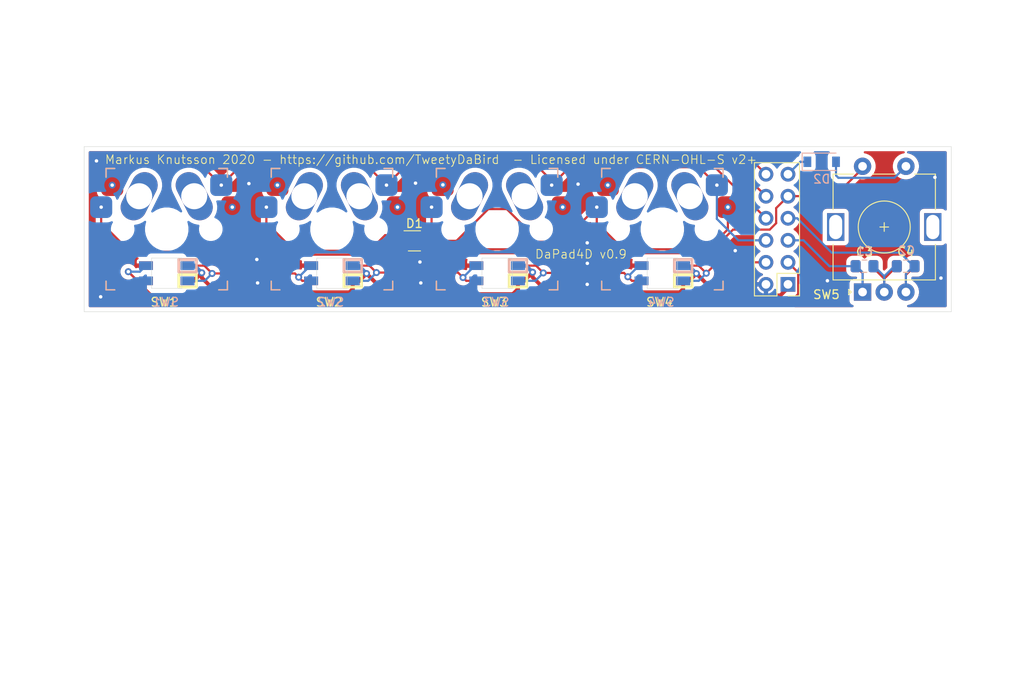
<source format=kicad_pcb>
(kicad_pcb (version 20171130) (host pcbnew "(5.1.6)-1")

  (general
    (thickness 1.6)
    (drawings 6)
    (tracks 237)
    (zones 0)
    (modules 16)
    (nets 22)
  )

  (page A4)
  (title_block
    (title DaPad4D)
    (date 2020-11-04)
    (rev v0.9)
    (company "Markus Knutsson <markus.knutsson@tweety.se>")
    (comment 1 "https://github.com/TweetyDaBird ")
    (comment 2 "Licensed under CERN-OHL-S v2 or any later version")
  )

  (layers
    (0 F.Cu signal)
    (31 B.Cu signal)
    (32 B.Adhes user)
    (33 F.Adhes user)
    (34 B.Paste user)
    (35 F.Paste user)
    (36 B.SilkS user)
    (37 F.SilkS user)
    (38 B.Mask user)
    (39 F.Mask user)
    (40 Dwgs.User user)
    (41 Cmts.User user)
    (42 Eco1.User user)
    (43 Eco2.User user)
    (44 Edge.Cuts user)
    (45 Margin user)
    (46 B.CrtYd user)
    (47 F.CrtYd user)
    (48 B.Fab user)
    (49 F.Fab user)
  )

  (setup
    (last_trace_width 0.25)
    (trace_clearance 0.2)
    (zone_clearance 0.508)
    (zone_45_only no)
    (trace_min 0.2)
    (via_size 0.8)
    (via_drill 0.4)
    (via_min_size 0.4)
    (via_min_drill 0.3)
    (uvia_size 0.3)
    (uvia_drill 0.1)
    (uvias_allowed no)
    (uvia_min_size 0.2)
    (uvia_min_drill 0.1)
    (edge_width 0.05)
    (segment_width 0.2)
    (pcb_text_width 0.3)
    (pcb_text_size 1.5 1.5)
    (mod_edge_width 0.12)
    (mod_text_size 1 1)
    (mod_text_width 0.15)
    (pad_size 1.524 1.524)
    (pad_drill 0.762)
    (pad_to_mask_clearance 0.05)
    (aux_axis_origin 47.244 70.4215)
    (visible_elements 7FFFFFFF)
    (pcbplotparams
      (layerselection 0x010fc_ffffffff)
      (usegerberextensions false)
      (usegerberattributes true)
      (usegerberadvancedattributes true)
      (creategerberjobfile true)
      (excludeedgelayer true)
      (linewidth 0.100000)
      (plotframeref false)
      (viasonmask false)
      (mode 1)
      (useauxorigin false)
      (hpglpennumber 1)
      (hpglpenspeed 20)
      (hpglpendiameter 15.000000)
      (psnegative false)
      (psa4output false)
      (plotreference true)
      (plotvalue true)
      (plotinvisibletext false)
      (padsonsilk false)
      (subtractmaskfromsilk false)
      (outputformat 1)
      (mirror false)
      (drillshape 1)
      (scaleselection 1)
      (outputdirectory ""))
  )

  (net 0 "")
  (net 1 "Net-(D1-Pad4)")
  (net 2 "Net-(D1-Pad2)")
  (net 3 "Net-(D1-Pad5)")
  (net 4 "Net-(D1-Pad1)")
  (net 5 "Net-(D2-Pad2)")
  (net 6 "Net-(D4-Pad1)")
  (net 7 "Net-(D5-Pad1)")
  (net 8 Row1)
  (net 9 Col1)
  (net 10 Col2)
  (net 11 Col3)
  (net 12 Col4)
  (net 13 D1)
  (net 14 D0)
  (net 15 VCC)
  (net 16 GND)
  (net 17 Col5)
  (net 18 "Net-(D3-Pad1)")
  (net 19 "Net-(C1-Pad2)")
  (net 20 RGB_IN)
  (net 21 RGB_OUT)

  (net_class Default "This is the default net class."
    (clearance 0.2)
    (trace_width 0.25)
    (via_dia 0.8)
    (via_drill 0.4)
    (uvia_dia 0.3)
    (uvia_drill 0.1)
    (add_net Col1)
    (add_net Col2)
    (add_net Col3)
    (add_net Col4)
    (add_net Col5)
    (add_net D0)
    (add_net D1)
    (add_net "Net-(C1-Pad2)")
    (add_net "Net-(D1-Pad1)")
    (add_net "Net-(D1-Pad2)")
    (add_net "Net-(D1-Pad4)")
    (add_net "Net-(D1-Pad5)")
    (add_net "Net-(D2-Pad2)")
    (add_net "Net-(D3-Pad1)")
    (add_net "Net-(D4-Pad1)")
    (add_net "Net-(D5-Pad1)")
    (add_net RGB_IN)
    (add_net RGB_OUT)
    (add_net Row1)
  )

  (net_class Power ""
    (clearance 0.2)
    (trace_width 0.45)
    (via_dia 0.8)
    (via_drill 0.4)
    (uvia_dia 0.3)
    (uvia_drill 0.1)
    (add_net GND)
    (add_net VCC)
  )

  (module Capacitor_SMD:C_0805_2012Metric_Pad1.15x1.40mm_HandSolder (layer F.Cu) (tedit 5B36C52B) (tstamp 5FA489CA)
    (at 141.9862 65.1637)
    (descr "Capacitor SMD 0805 (2012 Metric), square (rectangular) end terminal, IPC_7351 nominal with elongated pad for handsoldering. (Body size source: https://docs.google.com/spreadsheets/d/1BsfQQcO9C6DZCsRaXUlFlo91Tg2WpOkGARC1WS5S8t0/edit?usp=sharing), generated with kicad-footprint-generator")
    (tags "capacitor handsolder")
    (path /5FC94FAA)
    (attr smd)
    (fp_text reference C4 (at 0 -1.65) (layer F.SilkS)
      (effects (font (size 1 1) (thickness 0.15)))
    )
    (fp_text value C (at 0 1.65) (layer F.Fab)
      (effects (font (size 1 1) (thickness 0.15)))
    )
    (fp_line (start -1 0.6) (end -1 -0.6) (layer F.Fab) (width 0.1))
    (fp_line (start -1 -0.6) (end 1 -0.6) (layer F.Fab) (width 0.1))
    (fp_line (start 1 -0.6) (end 1 0.6) (layer F.Fab) (width 0.1))
    (fp_line (start 1 0.6) (end -1 0.6) (layer F.Fab) (width 0.1))
    (fp_line (start -0.261252 -0.71) (end 0.261252 -0.71) (layer F.SilkS) (width 0.12))
    (fp_line (start -0.261252 0.71) (end 0.261252 0.71) (layer F.SilkS) (width 0.12))
    (fp_line (start -1.85 0.95) (end -1.85 -0.95) (layer F.CrtYd) (width 0.05))
    (fp_line (start -1.85 -0.95) (end 1.85 -0.95) (layer F.CrtYd) (width 0.05))
    (fp_line (start 1.85 -0.95) (end 1.85 0.95) (layer F.CrtYd) (width 0.05))
    (fp_line (start 1.85 0.95) (end -1.85 0.95) (layer F.CrtYd) (width 0.05))
    (fp_text user %R (at 0 0) (layer F.Fab)
      (effects (font (size 0.5 0.5) (thickness 0.08)))
    )
    (pad 2 smd roundrect (at 1.025 0) (size 1.15 1.4) (layers F.Cu F.Paste F.Mask) (roundrect_rratio 0.217391)
      (net 13 D1))
    (pad 1 smd roundrect (at -1.025 0) (size 1.15 1.4) (layers F.Cu F.Paste F.Mask) (roundrect_rratio 0.217391)
      (net 19 "Net-(C1-Pad2)"))
    (model ${KISYS3DMOD}/Capacitor_SMD.3dshapes/C_0805_2012Metric.wrl
      (at (xyz 0 0 0))
      (scale (xyz 1 1 1))
      (rotate (xyz 0 0 0))
    )
  )

  (module Capacitor_SMD:C_0805_2012Metric_Pad1.15x1.40mm_HandSolder (layer F.Cu) (tedit 5B36C52B) (tstamp 5FA489B9)
    (at 137.2362 65.1637)
    (descr "Capacitor SMD 0805 (2012 Metric), square (rectangular) end terminal, IPC_7351 nominal with elongated pad for handsoldering. (Body size source: https://docs.google.com/spreadsheets/d/1BsfQQcO9C6DZCsRaXUlFlo91Tg2WpOkGARC1WS5S8t0/edit?usp=sharing), generated with kicad-footprint-generator")
    (tags "capacitor handsolder")
    (path /5FC94497)
    (attr smd)
    (fp_text reference C3 (at 0 -1.65) (layer F.SilkS)
      (effects (font (size 1 1) (thickness 0.15)))
    )
    (fp_text value C (at 0 1.65) (layer F.Fab)
      (effects (font (size 1 1) (thickness 0.15)))
    )
    (fp_line (start -1 0.6) (end -1 -0.6) (layer F.Fab) (width 0.1))
    (fp_line (start -1 -0.6) (end 1 -0.6) (layer F.Fab) (width 0.1))
    (fp_line (start 1 -0.6) (end 1 0.6) (layer F.Fab) (width 0.1))
    (fp_line (start 1 0.6) (end -1 0.6) (layer F.Fab) (width 0.1))
    (fp_line (start -0.261252 -0.71) (end 0.261252 -0.71) (layer F.SilkS) (width 0.12))
    (fp_line (start -0.261252 0.71) (end 0.261252 0.71) (layer F.SilkS) (width 0.12))
    (fp_line (start -1.85 0.95) (end -1.85 -0.95) (layer F.CrtYd) (width 0.05))
    (fp_line (start -1.85 -0.95) (end 1.85 -0.95) (layer F.CrtYd) (width 0.05))
    (fp_line (start 1.85 -0.95) (end 1.85 0.95) (layer F.CrtYd) (width 0.05))
    (fp_line (start 1.85 0.95) (end -1.85 0.95) (layer F.CrtYd) (width 0.05))
    (fp_text user %R (at 0 0) (layer F.Fab)
      (effects (font (size 0.5 0.5) (thickness 0.08)))
    )
    (pad 2 smd roundrect (at 1.025 0) (size 1.15 1.4) (layers F.Cu F.Paste F.Mask) (roundrect_rratio 0.217391)
      (net 19 "Net-(C1-Pad2)"))
    (pad 1 smd roundrect (at -1.025 0) (size 1.15 1.4) (layers F.Cu F.Paste F.Mask) (roundrect_rratio 0.217391)
      (net 14 D0))
    (model ${KISYS3DMOD}/Capacitor_SMD.3dshapes/C_0805_2012Metric.wrl
      (at (xyz 0 0 0))
      (scale (xyz 1 1 1))
      (rotate (xyz 0 0 0))
    )
  )

  (module "Keyboard Library:Kailh_socket_MX_reversible_1.0u" (layer F.Cu) (tedit 5F5DF84D) (tstamp 5FA82523)
    (at 113.919 60.8965 180)
    (descr "MX-style keyswitch with reversible Kailh socket mount")
    (tags MX,cherry,gateron,kailh,pg1511,socket)
    (path /5FCF0092)
    (fp_text reference SW4 (at 0.33 -8.41) (layer F.SilkS)
      (effects (font (size 1 1) (thickness 0.15)))
    )
    (fp_text value SW_Push (at 0 8.255) (layer F.Fab)
      (effects (font (size 1 1) (thickness 0.15)))
    )
    (fp_line (start -9.525 -9.525) (end 9.525 -9.525) (layer Eco2.User) (width 0.12))
    (fp_line (start -9.525 9.525) (end -9.525 -9.525) (layer Eco2.User) (width 0.12))
    (fp_line (start 9.525 9.525) (end -9.525 9.525) (layer Eco2.User) (width 0.12))
    (fp_line (start 9.525 -9.525) (end 9.525 9.525) (layer Eco2.User) (width 0.12))
    (fp_line (start -0.8 -4.25) (end -0.8 -5.85) (layer Eco2.User) (width 0.12))
    (fp_line (start 0.8 -4.25) (end -0.8 -4.25) (layer Eco2.User) (width 0.12))
    (fp_line (start 0.8 -5.85) (end 0.8 -4.25) (layer Eco2.User) (width 0.12))
    (fp_line (start -0.8 -5.85) (end 0.8 -5.85) (layer Eco2.User) (width 0.12))
    (fp_line (start -7 -6) (end -7 -7) (layer F.SilkS) (width 0.15))
    (fp_line (start -7 -7) (end -6 -7) (layer B.SilkS) (width 0.15))
    (fp_line (start -6 7) (end -7 7) (layer F.SilkS) (width 0.15))
    (fp_line (start -7 7) (end -7 6) (layer B.SilkS) (width 0.15))
    (fp_line (start 7 6) (end 7 7) (layer F.SilkS) (width 0.15))
    (fp_line (start 7 7) (end 6 7) (layer F.SilkS) (width 0.15))
    (fp_line (start 6 -7) (end 7 -7) (layer F.SilkS) (width 0.15))
    (fp_line (start 7 -7) (end 7 -6) (layer B.SilkS) (width 0.15))
    (fp_line (start -7.5 -7.5) (end 7.5 -7.5) (layer B.Fab) (width 0.15))
    (fp_line (start 7.5 -7.5) (end 7.5 7.5) (layer B.Fab) (width 0.15))
    (fp_line (start 7.5 7.5) (end -7.5 7.5) (layer B.Fab) (width 0.15))
    (fp_line (start -7.5 7.5) (end -7.5 -7.5) (layer B.Fab) (width 0.15))
    (fp_line (start -6 7) (end -7 7) (layer B.SilkS) (width 0.15))
    (fp_line (start -7 7) (end -7 6) (layer F.SilkS) (width 0.15))
    (fp_line (start 7 6) (end 7 7) (layer B.SilkS) (width 0.15))
    (fp_line (start 7 7) (end 6 7) (layer B.SilkS) (width 0.15))
    (fp_line (start 6 -7) (end 7 -7) (layer B.SilkS) (width 0.15))
    (fp_line (start 7 -7) (end 7 -6) (layer F.SilkS) (width 0.15))
    (fp_line (start -7 -6) (end -7 -7) (layer B.SilkS) (width 0.15))
    (fp_line (start -7 -7) (end -6 -7) (layer F.SilkS) (width 0.15))
    (fp_line (start -3.81 6.985) (end 5.08 6.985) (layer F.Fab) (width 0.12))
    (fp_line (start 5.08 6.985) (end 5.08 2.54) (layer F.Fab) (width 0.12))
    (fp_line (start 5.08 2.54) (end 0 2.54) (layer F.Fab) (width 0.12))
    (fp_line (start -2.54 0.635) (end -6.35 0.635) (layer F.Fab) (width 0.12))
    (fp_line (start -6.35 0.635) (end -6.35 4.445) (layer F.Fab) (width 0.12))
    (fp_line (start 5.08 6.35) (end 7.62 6.35) (layer F.Fab) (width 0.12))
    (fp_line (start 7.62 6.35) (end 7.62 3.81) (layer F.Fab) (width 0.12))
    (fp_line (start 7.62 3.81) (end 5.08 3.81) (layer F.Fab) (width 0.12))
    (fp_line (start -6.35 1.27) (end -8.89 1.27) (layer F.Fab) (width 0.12))
    (fp_line (start -8.89 1.27) (end -8.89 3.81) (layer F.Fab) (width 0.12))
    (fp_line (start -8.89 3.81) (end -6.35 3.81) (layer F.Fab) (width 0.12))
    (fp_line (start 6.35 4.445) (end 6.35 0.635) (layer B.Fab) (width 0.12))
    (fp_line (start 6.35 0.635) (end 2.54 0.635) (layer B.Fab) (width 0.12))
    (fp_line (start 0 2.54) (end -5.08 2.54) (layer B.Fab) (width 0.12))
    (fp_line (start -5.08 2.54) (end -5.08 6.985) (layer B.Fab) (width 0.12))
    (fp_line (start -5.08 6.985) (end 3.81 6.985) (layer B.Fab) (width 0.12))
    (fp_line (start 6.35 3.81) (end 8.89 3.81) (layer B.Fab) (width 0.12))
    (fp_line (start 8.89 3.81) (end 8.89 1.27) (layer B.Fab) (width 0.12))
    (fp_line (start 8.89 1.27) (end 6.35 1.27) (layer B.Fab) (width 0.12))
    (fp_line (start -5.08 3.81) (end -7.62 3.81) (layer B.Fab) (width 0.12))
    (fp_line (start -7.62 3.81) (end -7.62 6.35) (layer B.Fab) (width 0.12))
    (fp_line (start -7.62 6.35) (end -5.08 6.35) (layer B.Fab) (width 0.12))
    (fp_line (start -7.5 7.5) (end -7.5 -7.5) (layer F.Fab) (width 0.15))
    (fp_line (start 7.5 -7.5) (end 7.5 7.5) (layer F.Fab) (width 0.15))
    (fp_line (start 7.5 7.5) (end -7.5 7.5) (layer F.Fab) (width 0.15))
    (fp_line (start -7.5 -7.5) (end 7.5 -7.5) (layer F.Fab) (width 0.15))
    (fp_line (start 7 -7) (end 7 7) (layer Eco1.User) (width 0.1))
    (fp_line (start -7 -7) (end 7 -7) (layer Eco1.User) (width 0.1))
    (fp_line (start -7 -7) (end -7 7) (layer Eco1.User) (width 0.1))
    (fp_line (start -7 7) (end 7.000122 7.000057) (layer Eco1.User) (width 0.1))
    (fp_arc (start 3.81 4.445) (end 3.81 6.985) (angle -90) (layer B.Fab) (width 0.12))
    (fp_arc (start 0 0) (end 0 2.54) (angle -75.96375653) (layer B.Fab) (width 0.12))
    (fp_arc (start -3.81 4.445) (end -6.35 4.445) (angle -90) (layer F.Fab) (width 0.12))
    (fp_arc (start 0 0) (end -2.539999 0.634999) (angle -75.96375653) (layer F.Fab) (width 0.12))
    (fp_text user %V (at 0 8.255) (layer B.Fab)
      (effects (font (size 1 1) (thickness 0.15)) (justify mirror))
    )
    (fp_text user %R (at 0.12 -8.41 180) (layer B.SilkS)
      (effects (font (size 1 1) (thickness 0.15)) (justify mirror))
    )
    (pad "" np_thru_hole oval (at 3.18 3.8 153.5) (size 3 5.85) (drill oval 3) (layers *.Cu *.Mask))
    (pad "" np_thru_hole oval (at -3.17 3.8 206.5) (size 3 5.85) (drill oval 3) (layers *.Cu *.Mask))
    (pad 2 smd roundrect (at -7.56 2.54 180) (size 2.55 2.5) (layers F.Cu F.Paste F.Mask) (roundrect_rratio 0.25)
      (net 1 "Net-(D1-Pad4)"))
    (pad "" np_thru_hole circle (at -5.08 0 180) (size 1.7018 1.7018) (drill 1.7018) (layers *.Cu *.Mask))
    (pad "" np_thru_hole circle (at 5.08 0 180) (size 1.7018 1.7018) (drill 1.7018) (layers *.Cu *.Mask))
    (pad "" np_thru_hole circle (at 0 0 180) (size 3.9878 3.9878) (drill 3.9878) (layers *.Cu *.Mask))
    (pad 1 smd roundrect (at 6.29 5.08 180) (size 2.55 2.5) (layers F.Cu F.Paste F.Mask) (roundrect_rratio 0.25)
      (net 12 Col4))
    (pad 1 smd roundrect (at -6.29 5.08 180) (size 2.55 2.5) (layers B.Cu B.Paste B.Mask) (roundrect_rratio 0.25)
      (net 12 Col4))
    (pad 2 smd roundrect (at 7.56 2.54 180) (size 2.55 2.5) (layers B.Cu B.Paste B.Mask) (roundrect_rratio 0.25)
      (net 1 "Net-(D1-Pad4)"))
  )

  (module "Keyboard Library:Kailh_socket_MX_reversible_1.0u" (layer F.Cu) (tedit 5F5DF84D) (tstamp 5FA824F3)
    (at 94.869 60.8965 180)
    (descr "MX-style keyswitch with reversible Kailh socket mount")
    (tags MX,cherry,gateron,kailh,pg1511,socket)
    (path /5FCEFD49)
    (fp_text reference SW3 (at 0.33 -8.41) (layer F.SilkS)
      (effects (font (size 1 1) (thickness 0.15)))
    )
    (fp_text value SW_Push (at 0 8.255) (layer F.Fab)
      (effects (font (size 1 1) (thickness 0.15)))
    )
    (fp_line (start -9.525 -9.525) (end 9.525 -9.525) (layer Eco2.User) (width 0.12))
    (fp_line (start -9.525 9.525) (end -9.525 -9.525) (layer Eco2.User) (width 0.12))
    (fp_line (start 9.525 9.525) (end -9.525 9.525) (layer Eco2.User) (width 0.12))
    (fp_line (start 9.525 -9.525) (end 9.525 9.525) (layer Eco2.User) (width 0.12))
    (fp_line (start -0.8 -4.25) (end -0.8 -5.85) (layer Eco2.User) (width 0.12))
    (fp_line (start 0.8 -4.25) (end -0.8 -4.25) (layer Eco2.User) (width 0.12))
    (fp_line (start 0.8 -5.85) (end 0.8 -4.25) (layer Eco2.User) (width 0.12))
    (fp_line (start -0.8 -5.85) (end 0.8 -5.85) (layer Eco2.User) (width 0.12))
    (fp_line (start -7 -6) (end -7 -7) (layer F.SilkS) (width 0.15))
    (fp_line (start -7 -7) (end -6 -7) (layer B.SilkS) (width 0.15))
    (fp_line (start -6 7) (end -7 7) (layer F.SilkS) (width 0.15))
    (fp_line (start -7 7) (end -7 6) (layer B.SilkS) (width 0.15))
    (fp_line (start 7 6) (end 7 7) (layer F.SilkS) (width 0.15))
    (fp_line (start 7 7) (end 6 7) (layer F.SilkS) (width 0.15))
    (fp_line (start 6 -7) (end 7 -7) (layer F.SilkS) (width 0.15))
    (fp_line (start 7 -7) (end 7 -6) (layer B.SilkS) (width 0.15))
    (fp_line (start -7.5 -7.5) (end 7.5 -7.5) (layer B.Fab) (width 0.15))
    (fp_line (start 7.5 -7.5) (end 7.5 7.5) (layer B.Fab) (width 0.15))
    (fp_line (start 7.5 7.5) (end -7.5 7.5) (layer B.Fab) (width 0.15))
    (fp_line (start -7.5 7.5) (end -7.5 -7.5) (layer B.Fab) (width 0.15))
    (fp_line (start -6 7) (end -7 7) (layer B.SilkS) (width 0.15))
    (fp_line (start -7 7) (end -7 6) (layer F.SilkS) (width 0.15))
    (fp_line (start 7 6) (end 7 7) (layer B.SilkS) (width 0.15))
    (fp_line (start 7 7) (end 6 7) (layer B.SilkS) (width 0.15))
    (fp_line (start 6 -7) (end 7 -7) (layer B.SilkS) (width 0.15))
    (fp_line (start 7 -7) (end 7 -6) (layer F.SilkS) (width 0.15))
    (fp_line (start -7 -6) (end -7 -7) (layer B.SilkS) (width 0.15))
    (fp_line (start -7 -7) (end -6 -7) (layer F.SilkS) (width 0.15))
    (fp_line (start -3.81 6.985) (end 5.08 6.985) (layer F.Fab) (width 0.12))
    (fp_line (start 5.08 6.985) (end 5.08 2.54) (layer F.Fab) (width 0.12))
    (fp_line (start 5.08 2.54) (end 0 2.54) (layer F.Fab) (width 0.12))
    (fp_line (start -2.54 0.635) (end -6.35 0.635) (layer F.Fab) (width 0.12))
    (fp_line (start -6.35 0.635) (end -6.35 4.445) (layer F.Fab) (width 0.12))
    (fp_line (start 5.08 6.35) (end 7.62 6.35) (layer F.Fab) (width 0.12))
    (fp_line (start 7.62 6.35) (end 7.62 3.81) (layer F.Fab) (width 0.12))
    (fp_line (start 7.62 3.81) (end 5.08 3.81) (layer F.Fab) (width 0.12))
    (fp_line (start -6.35 1.27) (end -8.89 1.27) (layer F.Fab) (width 0.12))
    (fp_line (start -8.89 1.27) (end -8.89 3.81) (layer F.Fab) (width 0.12))
    (fp_line (start -8.89 3.81) (end -6.35 3.81) (layer F.Fab) (width 0.12))
    (fp_line (start 6.35 4.445) (end 6.35 0.635) (layer B.Fab) (width 0.12))
    (fp_line (start 6.35 0.635) (end 2.54 0.635) (layer B.Fab) (width 0.12))
    (fp_line (start 0 2.54) (end -5.08 2.54) (layer B.Fab) (width 0.12))
    (fp_line (start -5.08 2.54) (end -5.08 6.985) (layer B.Fab) (width 0.12))
    (fp_line (start -5.08 6.985) (end 3.81 6.985) (layer B.Fab) (width 0.12))
    (fp_line (start 6.35 3.81) (end 8.89 3.81) (layer B.Fab) (width 0.12))
    (fp_line (start 8.89 3.81) (end 8.89 1.27) (layer B.Fab) (width 0.12))
    (fp_line (start 8.89 1.27) (end 6.35 1.27) (layer B.Fab) (width 0.12))
    (fp_line (start -5.08 3.81) (end -7.62 3.81) (layer B.Fab) (width 0.12))
    (fp_line (start -7.62 3.81) (end -7.62 6.35) (layer B.Fab) (width 0.12))
    (fp_line (start -7.62 6.35) (end -5.08 6.35) (layer B.Fab) (width 0.12))
    (fp_line (start -7.5 7.5) (end -7.5 -7.5) (layer F.Fab) (width 0.15))
    (fp_line (start 7.5 -7.5) (end 7.5 7.5) (layer F.Fab) (width 0.15))
    (fp_line (start 7.5 7.5) (end -7.5 7.5) (layer F.Fab) (width 0.15))
    (fp_line (start -7.5 -7.5) (end 7.5 -7.5) (layer F.Fab) (width 0.15))
    (fp_line (start 7 -7) (end 7 7) (layer Eco1.User) (width 0.1))
    (fp_line (start -7 -7) (end 7 -7) (layer Eco1.User) (width 0.1))
    (fp_line (start -7 -7) (end -7 7) (layer Eco1.User) (width 0.1))
    (fp_line (start -7 7) (end 7.000122 7.000057) (layer Eco1.User) (width 0.1))
    (fp_arc (start 3.81 4.445) (end 3.81 6.985) (angle -90) (layer B.Fab) (width 0.12))
    (fp_arc (start 0 0) (end 0 2.54) (angle -75.96375653) (layer B.Fab) (width 0.12))
    (fp_arc (start -3.81 4.445) (end -6.35 4.445) (angle -90) (layer F.Fab) (width 0.12))
    (fp_arc (start 0 0) (end -2.539999 0.634999) (angle -75.96375653) (layer F.Fab) (width 0.12))
    (fp_text user %V (at 0 8.255) (layer B.Fab)
      (effects (font (size 1 1) (thickness 0.15)) (justify mirror))
    )
    (fp_text user %R (at 0.12 -8.41 180) (layer B.SilkS)
      (effects (font (size 1 1) (thickness 0.15)) (justify mirror))
    )
    (pad "" np_thru_hole oval (at 3.18 3.8 153.5) (size 3 5.85) (drill oval 3) (layers *.Cu *.Mask))
    (pad "" np_thru_hole oval (at -3.17 3.8 206.5) (size 3 5.85) (drill oval 3) (layers *.Cu *.Mask))
    (pad 2 smd roundrect (at -7.56 2.54 180) (size 2.55 2.5) (layers F.Cu F.Paste F.Mask) (roundrect_rratio 0.25)
      (net 3 "Net-(D1-Pad5)"))
    (pad "" np_thru_hole circle (at -5.08 0 180) (size 1.7018 1.7018) (drill 1.7018) (layers *.Cu *.Mask))
    (pad "" np_thru_hole circle (at 5.08 0 180) (size 1.7018 1.7018) (drill 1.7018) (layers *.Cu *.Mask))
    (pad "" np_thru_hole circle (at 0 0 180) (size 3.9878 3.9878) (drill 3.9878) (layers *.Cu *.Mask))
    (pad 1 smd roundrect (at 6.29 5.08 180) (size 2.55 2.5) (layers F.Cu F.Paste F.Mask) (roundrect_rratio 0.25)
      (net 11 Col3))
    (pad 1 smd roundrect (at -6.29 5.08 180) (size 2.55 2.5) (layers B.Cu B.Paste B.Mask) (roundrect_rratio 0.25)
      (net 11 Col3))
    (pad 2 smd roundrect (at 7.56 2.54 180) (size 2.55 2.5) (layers B.Cu B.Paste B.Mask) (roundrect_rratio 0.25)
      (net 3 "Net-(D1-Pad5)"))
  )

  (module "Keyboard Library:Kailh_socket_MX_reversible_1.0u" (layer F.Cu) (tedit 5F5DF84D) (tstamp 5FA824C3)
    (at 75.819 60.8965 180)
    (descr "MX-style keyswitch with reversible Kailh socket mount")
    (tags MX,cherry,gateron,kailh,pg1511,socket)
    (path /5FCEF6D3)
    (fp_text reference SW2 (at 0.33 -8.41) (layer F.SilkS)
      (effects (font (size 1 1) (thickness 0.15)))
    )
    (fp_text value SW_Push (at 0 8.255) (layer F.Fab)
      (effects (font (size 1 1) (thickness 0.15)))
    )
    (fp_line (start -9.525 -9.525) (end 9.525 -9.525) (layer Eco2.User) (width 0.12))
    (fp_line (start -9.525 9.525) (end -9.525 -9.525) (layer Eco2.User) (width 0.12))
    (fp_line (start 9.525 9.525) (end -9.525 9.525) (layer Eco2.User) (width 0.12))
    (fp_line (start 9.525 -9.525) (end 9.525 9.525) (layer Eco2.User) (width 0.12))
    (fp_line (start -0.8 -4.25) (end -0.8 -5.85) (layer Eco2.User) (width 0.12))
    (fp_line (start 0.8 -4.25) (end -0.8 -4.25) (layer Eco2.User) (width 0.12))
    (fp_line (start 0.8 -5.85) (end 0.8 -4.25) (layer Eco2.User) (width 0.12))
    (fp_line (start -0.8 -5.85) (end 0.8 -5.85) (layer Eco2.User) (width 0.12))
    (fp_line (start -7 -6) (end -7 -7) (layer F.SilkS) (width 0.15))
    (fp_line (start -7 -7) (end -6 -7) (layer B.SilkS) (width 0.15))
    (fp_line (start -6 7) (end -7 7) (layer F.SilkS) (width 0.15))
    (fp_line (start -7 7) (end -7 6) (layer B.SilkS) (width 0.15))
    (fp_line (start 7 6) (end 7 7) (layer F.SilkS) (width 0.15))
    (fp_line (start 7 7) (end 6 7) (layer F.SilkS) (width 0.15))
    (fp_line (start 6 -7) (end 7 -7) (layer F.SilkS) (width 0.15))
    (fp_line (start 7 -7) (end 7 -6) (layer B.SilkS) (width 0.15))
    (fp_line (start -7.5 -7.5) (end 7.5 -7.5) (layer B.Fab) (width 0.15))
    (fp_line (start 7.5 -7.5) (end 7.5 7.5) (layer B.Fab) (width 0.15))
    (fp_line (start 7.5 7.5) (end -7.5 7.5) (layer B.Fab) (width 0.15))
    (fp_line (start -7.5 7.5) (end -7.5 -7.5) (layer B.Fab) (width 0.15))
    (fp_line (start -6 7) (end -7 7) (layer B.SilkS) (width 0.15))
    (fp_line (start -7 7) (end -7 6) (layer F.SilkS) (width 0.15))
    (fp_line (start 7 6) (end 7 7) (layer B.SilkS) (width 0.15))
    (fp_line (start 7 7) (end 6 7) (layer B.SilkS) (width 0.15))
    (fp_line (start 6 -7) (end 7 -7) (layer B.SilkS) (width 0.15))
    (fp_line (start 7 -7) (end 7 -6) (layer F.SilkS) (width 0.15))
    (fp_line (start -7 -6) (end -7 -7) (layer B.SilkS) (width 0.15))
    (fp_line (start -7 -7) (end -6 -7) (layer F.SilkS) (width 0.15))
    (fp_line (start -3.81 6.985) (end 5.08 6.985) (layer F.Fab) (width 0.12))
    (fp_line (start 5.08 6.985) (end 5.08 2.54) (layer F.Fab) (width 0.12))
    (fp_line (start 5.08 2.54) (end 0 2.54) (layer F.Fab) (width 0.12))
    (fp_line (start -2.54 0.635) (end -6.35 0.635) (layer F.Fab) (width 0.12))
    (fp_line (start -6.35 0.635) (end -6.35 4.445) (layer F.Fab) (width 0.12))
    (fp_line (start 5.08 6.35) (end 7.62 6.35) (layer F.Fab) (width 0.12))
    (fp_line (start 7.62 6.35) (end 7.62 3.81) (layer F.Fab) (width 0.12))
    (fp_line (start 7.62 3.81) (end 5.08 3.81) (layer F.Fab) (width 0.12))
    (fp_line (start -6.35 1.27) (end -8.89 1.27) (layer F.Fab) (width 0.12))
    (fp_line (start -8.89 1.27) (end -8.89 3.81) (layer F.Fab) (width 0.12))
    (fp_line (start -8.89 3.81) (end -6.35 3.81) (layer F.Fab) (width 0.12))
    (fp_line (start 6.35 4.445) (end 6.35 0.635) (layer B.Fab) (width 0.12))
    (fp_line (start 6.35 0.635) (end 2.54 0.635) (layer B.Fab) (width 0.12))
    (fp_line (start 0 2.54) (end -5.08 2.54) (layer B.Fab) (width 0.12))
    (fp_line (start -5.08 2.54) (end -5.08 6.985) (layer B.Fab) (width 0.12))
    (fp_line (start -5.08 6.985) (end 3.81 6.985) (layer B.Fab) (width 0.12))
    (fp_line (start 6.35 3.81) (end 8.89 3.81) (layer B.Fab) (width 0.12))
    (fp_line (start 8.89 3.81) (end 8.89 1.27) (layer B.Fab) (width 0.12))
    (fp_line (start 8.89 1.27) (end 6.35 1.27) (layer B.Fab) (width 0.12))
    (fp_line (start -5.08 3.81) (end -7.62 3.81) (layer B.Fab) (width 0.12))
    (fp_line (start -7.62 3.81) (end -7.62 6.35) (layer B.Fab) (width 0.12))
    (fp_line (start -7.62 6.35) (end -5.08 6.35) (layer B.Fab) (width 0.12))
    (fp_line (start -7.5 7.5) (end -7.5 -7.5) (layer F.Fab) (width 0.15))
    (fp_line (start 7.5 -7.5) (end 7.5 7.5) (layer F.Fab) (width 0.15))
    (fp_line (start 7.5 7.5) (end -7.5 7.5) (layer F.Fab) (width 0.15))
    (fp_line (start -7.5 -7.5) (end 7.5 -7.5) (layer F.Fab) (width 0.15))
    (fp_line (start 7 -7) (end 7 7) (layer Eco1.User) (width 0.1))
    (fp_line (start -7 -7) (end 7 -7) (layer Eco1.User) (width 0.1))
    (fp_line (start -7 -7) (end -7 7) (layer Eco1.User) (width 0.1))
    (fp_line (start -7 7) (end 7.000122 7.000057) (layer Eco1.User) (width 0.1))
    (fp_arc (start 3.81 4.445) (end 3.81 6.985) (angle -90) (layer B.Fab) (width 0.12))
    (fp_arc (start 0 0) (end 0 2.54) (angle -75.96375653) (layer B.Fab) (width 0.12))
    (fp_arc (start -3.81 4.445) (end -6.35 4.445) (angle -90) (layer F.Fab) (width 0.12))
    (fp_arc (start 0 0) (end -2.539999 0.634999) (angle -75.96375653) (layer F.Fab) (width 0.12))
    (fp_text user %V (at 0 8.255) (layer B.Fab)
      (effects (font (size 1 1) (thickness 0.15)) (justify mirror))
    )
    (fp_text user %R (at 0.12 -8.41 180) (layer B.SilkS)
      (effects (font (size 1 1) (thickness 0.15)) (justify mirror))
    )
    (pad "" np_thru_hole oval (at 3.18 3.8 153.5) (size 3 5.85) (drill oval 3) (layers *.Cu *.Mask))
    (pad "" np_thru_hole oval (at -3.17 3.8 206.5) (size 3 5.85) (drill oval 3) (layers *.Cu *.Mask))
    (pad 2 smd roundrect (at -7.56 2.54 180) (size 2.55 2.5) (layers F.Cu F.Paste F.Mask) (roundrect_rratio 0.25)
      (net 4 "Net-(D1-Pad1)"))
    (pad "" np_thru_hole circle (at -5.08 0 180) (size 1.7018 1.7018) (drill 1.7018) (layers *.Cu *.Mask))
    (pad "" np_thru_hole circle (at 5.08 0 180) (size 1.7018 1.7018) (drill 1.7018) (layers *.Cu *.Mask))
    (pad "" np_thru_hole circle (at 0 0 180) (size 3.9878 3.9878) (drill 3.9878) (layers *.Cu *.Mask))
    (pad 1 smd roundrect (at 6.29 5.08 180) (size 2.55 2.5) (layers F.Cu F.Paste F.Mask) (roundrect_rratio 0.25)
      (net 10 Col2))
    (pad 1 smd roundrect (at -6.29 5.08 180) (size 2.55 2.5) (layers B.Cu B.Paste B.Mask) (roundrect_rratio 0.25)
      (net 10 Col2))
    (pad 2 smd roundrect (at 7.56 2.54 180) (size 2.55 2.5) (layers B.Cu B.Paste B.Mask) (roundrect_rratio 0.25)
      (net 4 "Net-(D1-Pad1)"))
  )

  (module "Keyboard Library:Kailh_socket_MX_reversible_1.0u" (layer F.Cu) (tedit 5F5DF84D) (tstamp 5FA82493)
    (at 56.769 60.8965 180)
    (descr "MX-style keyswitch with reversible Kailh socket mount")
    (tags MX,cherry,gateron,kailh,pg1511,socket)
    (path /5FCEF1BC)
    (fp_text reference SW1 (at 0.33 -8.41) (layer F.SilkS)
      (effects (font (size 1 1) (thickness 0.15)))
    )
    (fp_text value SW_Push (at 0 8.255) (layer F.Fab)
      (effects (font (size 1 1) (thickness 0.15)))
    )
    (fp_line (start -9.525 -9.525) (end 9.525 -9.525) (layer Eco2.User) (width 0.12))
    (fp_line (start -9.525 9.525) (end -9.525 -9.525) (layer Eco2.User) (width 0.12))
    (fp_line (start 9.525 9.525) (end -9.525 9.525) (layer Eco2.User) (width 0.12))
    (fp_line (start 9.525 -9.525) (end 9.525 9.525) (layer Eco2.User) (width 0.12))
    (fp_line (start -0.8 -4.25) (end -0.8 -5.85) (layer Eco2.User) (width 0.12))
    (fp_line (start 0.8 -4.25) (end -0.8 -4.25) (layer Eco2.User) (width 0.12))
    (fp_line (start 0.8 -5.85) (end 0.8 -4.25) (layer Eco2.User) (width 0.12))
    (fp_line (start -0.8 -5.85) (end 0.8 -5.85) (layer Eco2.User) (width 0.12))
    (fp_line (start -7 -6) (end -7 -7) (layer F.SilkS) (width 0.15))
    (fp_line (start -7 -7) (end -6 -7) (layer B.SilkS) (width 0.15))
    (fp_line (start -6 7) (end -7 7) (layer F.SilkS) (width 0.15))
    (fp_line (start -7 7) (end -7 6) (layer B.SilkS) (width 0.15))
    (fp_line (start 7 6) (end 7 7) (layer F.SilkS) (width 0.15))
    (fp_line (start 7 7) (end 6 7) (layer F.SilkS) (width 0.15))
    (fp_line (start 6 -7) (end 7 -7) (layer F.SilkS) (width 0.15))
    (fp_line (start 7 -7) (end 7 -6) (layer B.SilkS) (width 0.15))
    (fp_line (start -7.5 -7.5) (end 7.5 -7.5) (layer B.Fab) (width 0.15))
    (fp_line (start 7.5 -7.5) (end 7.5 7.5) (layer B.Fab) (width 0.15))
    (fp_line (start 7.5 7.5) (end -7.5 7.5) (layer B.Fab) (width 0.15))
    (fp_line (start -7.5 7.5) (end -7.5 -7.5) (layer B.Fab) (width 0.15))
    (fp_line (start -6 7) (end -7 7) (layer B.SilkS) (width 0.15))
    (fp_line (start -7 7) (end -7 6) (layer F.SilkS) (width 0.15))
    (fp_line (start 7 6) (end 7 7) (layer B.SilkS) (width 0.15))
    (fp_line (start 7 7) (end 6 7) (layer B.SilkS) (width 0.15))
    (fp_line (start 6 -7) (end 7 -7) (layer B.SilkS) (width 0.15))
    (fp_line (start 7 -7) (end 7 -6) (layer F.SilkS) (width 0.15))
    (fp_line (start -7 -6) (end -7 -7) (layer B.SilkS) (width 0.15))
    (fp_line (start -7 -7) (end -6 -7) (layer F.SilkS) (width 0.15))
    (fp_line (start -3.81 6.985) (end 5.08 6.985) (layer F.Fab) (width 0.12))
    (fp_line (start 5.08 6.985) (end 5.08 2.54) (layer F.Fab) (width 0.12))
    (fp_line (start 5.08 2.54) (end 0 2.54) (layer F.Fab) (width 0.12))
    (fp_line (start -2.54 0.635) (end -6.35 0.635) (layer F.Fab) (width 0.12))
    (fp_line (start -6.35 0.635) (end -6.35 4.445) (layer F.Fab) (width 0.12))
    (fp_line (start 5.08 6.35) (end 7.62 6.35) (layer F.Fab) (width 0.12))
    (fp_line (start 7.62 6.35) (end 7.62 3.81) (layer F.Fab) (width 0.12))
    (fp_line (start 7.62 3.81) (end 5.08 3.81) (layer F.Fab) (width 0.12))
    (fp_line (start -6.35 1.27) (end -8.89 1.27) (layer F.Fab) (width 0.12))
    (fp_line (start -8.89 1.27) (end -8.89 3.81) (layer F.Fab) (width 0.12))
    (fp_line (start -8.89 3.81) (end -6.35 3.81) (layer F.Fab) (width 0.12))
    (fp_line (start 6.35 4.445) (end 6.35 0.635) (layer B.Fab) (width 0.12))
    (fp_line (start 6.35 0.635) (end 2.54 0.635) (layer B.Fab) (width 0.12))
    (fp_line (start 0 2.54) (end -5.08 2.54) (layer B.Fab) (width 0.12))
    (fp_line (start -5.08 2.54) (end -5.08 6.985) (layer B.Fab) (width 0.12))
    (fp_line (start -5.08 6.985) (end 3.81 6.985) (layer B.Fab) (width 0.12))
    (fp_line (start 6.35 3.81) (end 8.89 3.81) (layer B.Fab) (width 0.12))
    (fp_line (start 8.89 3.81) (end 8.89 1.27) (layer B.Fab) (width 0.12))
    (fp_line (start 8.89 1.27) (end 6.35 1.27) (layer B.Fab) (width 0.12))
    (fp_line (start -5.08 3.81) (end -7.62 3.81) (layer B.Fab) (width 0.12))
    (fp_line (start -7.62 3.81) (end -7.62 6.35) (layer B.Fab) (width 0.12))
    (fp_line (start -7.62 6.35) (end -5.08 6.35) (layer B.Fab) (width 0.12))
    (fp_line (start -7.5 7.5) (end -7.5 -7.5) (layer F.Fab) (width 0.15))
    (fp_line (start 7.5 -7.5) (end 7.5 7.5) (layer F.Fab) (width 0.15))
    (fp_line (start 7.5 7.5) (end -7.5 7.5) (layer F.Fab) (width 0.15))
    (fp_line (start -7.5 -7.5) (end 7.5 -7.5) (layer F.Fab) (width 0.15))
    (fp_line (start 7 -7) (end 7 7) (layer Eco1.User) (width 0.1))
    (fp_line (start -7 -7) (end 7 -7) (layer Eco1.User) (width 0.1))
    (fp_line (start -7 -7) (end -7 7) (layer Eco1.User) (width 0.1))
    (fp_line (start -7 7) (end 7.000122 7.000057) (layer Eco1.User) (width 0.1))
    (fp_arc (start 3.81 4.445) (end 3.81 6.985) (angle -90) (layer B.Fab) (width 0.12))
    (fp_arc (start 0 0) (end 0 2.54) (angle -75.96375653) (layer B.Fab) (width 0.12))
    (fp_arc (start -3.81 4.445) (end -6.35 4.445) (angle -90) (layer F.Fab) (width 0.12))
    (fp_arc (start 0 0) (end -2.539999 0.634999) (angle -75.96375653) (layer F.Fab) (width 0.12))
    (fp_text user %V (at 0 8.255) (layer B.Fab)
      (effects (font (size 1 1) (thickness 0.15)) (justify mirror))
    )
    (fp_text user %R (at 0.12 -8.41 180) (layer B.SilkS)
      (effects (font (size 1 1) (thickness 0.15)) (justify mirror))
    )
    (pad "" np_thru_hole oval (at 3.18 3.8 153.5) (size 3 5.85) (drill oval 3) (layers *.Cu *.Mask))
    (pad "" np_thru_hole oval (at -3.17 3.8 206.5) (size 3 5.85) (drill oval 3) (layers *.Cu *.Mask))
    (pad 2 smd roundrect (at -7.56 2.54 180) (size 2.55 2.5) (layers F.Cu F.Paste F.Mask) (roundrect_rratio 0.25)
      (net 2 "Net-(D1-Pad2)"))
    (pad "" np_thru_hole circle (at -5.08 0 180) (size 1.7018 1.7018) (drill 1.7018) (layers *.Cu *.Mask))
    (pad "" np_thru_hole circle (at 5.08 0 180) (size 1.7018 1.7018) (drill 1.7018) (layers *.Cu *.Mask))
    (pad "" np_thru_hole circle (at 0 0 180) (size 3.9878 3.9878) (drill 3.9878) (layers *.Cu *.Mask))
    (pad 1 smd roundrect (at 6.29 5.08 180) (size 2.55 2.5) (layers F.Cu F.Paste F.Mask) (roundrect_rratio 0.25)
      (net 9 Col1))
    (pad 1 smd roundrect (at -6.29 5.08 180) (size 2.55 2.5) (layers B.Cu B.Paste B.Mask) (roundrect_rratio 0.25)
      (net 9 Col1))
    (pad 2 smd roundrect (at 7.56 2.54 180) (size 2.55 2.5) (layers B.Cu B.Paste B.Mask) (roundrect_rratio 0.25)
      (net 2 "Net-(D1-Pad2)"))
  )

  (module Connector_PinHeader_2.54mm:PinHeader_2x06_P2.54mm_Vertical (layer F.Cu) (tedit 59FED5CC) (tstamp 5FA3B6AE)
    (at 128.4097 67.2592 180)
    (descr "Through hole straight pin header, 2x06, 2.54mm pitch, double rows")
    (tags "Through hole pin header THT 2x06 2.54mm double row")
    (path /5FC4F5B9)
    (fp_text reference J1 (at 1.27 -2.33) (layer F.SilkS) hide
      (effects (font (size 1 1) (thickness 0.15)))
    )
    (fp_text value Conn_01x12 (at 1.27 15.03) (layer F.Fab)
      (effects (font (size 1 1) (thickness 0.15)))
    )
    (fp_line (start 0 -1.27) (end 3.81 -1.27) (layer F.Fab) (width 0.1))
    (fp_line (start 3.81 -1.27) (end 3.81 13.97) (layer F.Fab) (width 0.1))
    (fp_line (start 3.81 13.97) (end -1.27 13.97) (layer F.Fab) (width 0.1))
    (fp_line (start -1.27 13.97) (end -1.27 0) (layer F.Fab) (width 0.1))
    (fp_line (start -1.27 0) (end 0 -1.27) (layer F.Fab) (width 0.1))
    (fp_line (start -1.33 14.03) (end 3.87 14.03) (layer F.SilkS) (width 0.12))
    (fp_line (start -1.33 1.27) (end -1.33 14.03) (layer F.SilkS) (width 0.12))
    (fp_line (start 3.87 -1.33) (end 3.87 14.03) (layer F.SilkS) (width 0.12))
    (fp_line (start -1.33 1.27) (end 1.27 1.27) (layer F.SilkS) (width 0.12))
    (fp_line (start 1.27 1.27) (end 1.27 -1.33) (layer F.SilkS) (width 0.12))
    (fp_line (start 1.27 -1.33) (end 3.87 -1.33) (layer F.SilkS) (width 0.12))
    (fp_line (start -1.33 0) (end -1.33 -1.33) (layer F.SilkS) (width 0.12))
    (fp_line (start -1.33 -1.33) (end 0 -1.33) (layer F.SilkS) (width 0.12))
    (fp_line (start -1.8 -1.8) (end -1.8 14.5) (layer F.CrtYd) (width 0.05))
    (fp_line (start -1.8 14.5) (end 4.35 14.5) (layer F.CrtYd) (width 0.05))
    (fp_line (start 4.35 14.5) (end 4.35 -1.8) (layer F.CrtYd) (width 0.05))
    (fp_line (start 4.35 -1.8) (end -1.8 -1.8) (layer F.CrtYd) (width 0.05))
    (fp_text user %R (at 1.27 6.35 90) (layer F.Fab)
      (effects (font (size 1 1) (thickness 0.15)))
    )
    (pad 12 thru_hole oval (at 2.54 12.7 180) (size 1.7 1.7) (drill 1) (layers *.Cu *.Mask)
      (net 9 Col1))
    (pad 11 thru_hole oval (at 0 12.7 180) (size 1.7 1.7) (drill 1) (layers *.Cu *.Mask)
      (net 17 Col5))
    (pad 10 thru_hole oval (at 2.54 10.16 180) (size 1.7 1.7) (drill 1) (layers *.Cu *.Mask)
      (net 10 Col2))
    (pad 9 thru_hole oval (at 0 10.16 180) (size 1.7 1.7) (drill 1) (layers *.Cu *.Mask)
      (net 8 Row1))
    (pad 8 thru_hole oval (at 2.54 7.62 180) (size 1.7 1.7) (drill 1) (layers *.Cu *.Mask)
      (net 11 Col3))
    (pad 7 thru_hole oval (at 0 7.62 180) (size 1.7 1.7) (drill 1) (layers *.Cu *.Mask)
      (net 13 D1))
    (pad 6 thru_hole oval (at 2.54 5.08 180) (size 1.7 1.7) (drill 1) (layers *.Cu *.Mask)
      (net 12 Col4))
    (pad 5 thru_hole oval (at 0 5.08 180) (size 1.7 1.7) (drill 1) (layers *.Cu *.Mask)
      (net 14 D0))
    (pad 4 thru_hole oval (at 2.54 2.54 180) (size 1.7 1.7) (drill 1) (layers *.Cu *.Mask)
      (net 20 RGB_IN))
    (pad 3 thru_hole oval (at 0 2.54 180) (size 1.7 1.7) (drill 1) (layers *.Cu *.Mask)
      (net 21 RGB_OUT))
    (pad 2 thru_hole oval (at 2.54 0 180) (size 1.7 1.7) (drill 1) (layers *.Cu *.Mask)
      (net 16 GND))
    (pad 1 thru_hole rect (at 0 0 180) (size 1.7 1.7) (drill 1) (layers *.Cu *.Mask)
      (net 15 VCC))
    (model ${KISYS3DMOD}/Connector_PinHeader_2.54mm.3dshapes/PinHeader_2x06_P2.54mm_Vertical.wrl
      (at (xyz 0 0 0))
      (scale (xyz 1 1 1))
      (rotate (xyz 0 0 0))
    )
  )

  (module Capacitor_SMD:C_0805_2012Metric_Pad1.15x1.40mm_HandSolder (layer B.Cu) (tedit 5B36C52B) (tstamp 5FA38EF3)
    (at 141.9862 65.1637)
    (descr "Capacitor SMD 0805 (2012 Metric), square (rectangular) end terminal, IPC_7351 nominal with elongated pad for handsoldering. (Body size source: https://docs.google.com/spreadsheets/d/1BsfQQcO9C6DZCsRaXUlFlo91Tg2WpOkGARC1WS5S8t0/edit?usp=sharing), generated with kicad-footprint-generator")
    (tags "capacitor handsolder")
    (path /5FD12E13)
    (attr smd)
    (fp_text reference C2 (at 0.1016 -1.8034) (layer B.SilkS)
      (effects (font (size 1 1) (thickness 0.15)) (justify mirror))
    )
    (fp_text value C (at 0 -1.65) (layer B.Fab)
      (effects (font (size 1 1) (thickness 0.15)) (justify mirror))
    )
    (fp_line (start -1 -0.6) (end -1 0.6) (layer B.Fab) (width 0.1))
    (fp_line (start -1 0.6) (end 1 0.6) (layer B.Fab) (width 0.1))
    (fp_line (start 1 0.6) (end 1 -0.6) (layer B.Fab) (width 0.1))
    (fp_line (start 1 -0.6) (end -1 -0.6) (layer B.Fab) (width 0.1))
    (fp_line (start -0.261252 0.71) (end 0.261252 0.71) (layer B.SilkS) (width 0.12))
    (fp_line (start -0.261252 -0.71) (end 0.261252 -0.71) (layer B.SilkS) (width 0.12))
    (fp_line (start -1.85 -0.95) (end -1.85 0.95) (layer B.CrtYd) (width 0.05))
    (fp_line (start -1.85 0.95) (end 1.85 0.95) (layer B.CrtYd) (width 0.05))
    (fp_line (start 1.85 0.95) (end 1.85 -0.95) (layer B.CrtYd) (width 0.05))
    (fp_line (start 1.85 -0.95) (end -1.85 -0.95) (layer B.CrtYd) (width 0.05))
    (fp_text user %R (at 0 0) (layer B.Fab)
      (effects (font (size 0.5 0.5) (thickness 0.08)) (justify mirror))
    )
    (pad 2 smd roundrect (at 1.025 0) (size 1.15 1.4) (layers B.Cu B.Paste B.Mask) (roundrect_rratio 0.217391)
      (net 13 D1))
    (pad 1 smd roundrect (at -1.025 0) (size 1.15 1.4) (layers B.Cu B.Paste B.Mask) (roundrect_rratio 0.217391)
      (net 19 "Net-(C1-Pad2)"))
    (model ${KISYS3DMOD}/Capacitor_SMD.3dshapes/C_0805_2012Metric.wrl
      (at (xyz 0 0 0))
      (scale (xyz 1 1 1))
      (rotate (xyz 0 0 0))
    )
  )

  (module Capacitor_SMD:C_0805_2012Metric_Pad1.15x1.40mm_HandSolder (layer B.Cu) (tedit 5B36C52B) (tstamp 5FA38F23)
    (at 137.2362 65.1637)
    (descr "Capacitor SMD 0805 (2012 Metric), square (rectangular) end terminal, IPC_7351 nominal with elongated pad for handsoldering. (Body size source: https://docs.google.com/spreadsheets/d/1BsfQQcO9C6DZCsRaXUlFlo91Tg2WpOkGARC1WS5S8t0/edit?usp=sharing), generated with kicad-footprint-generator")
    (tags "capacitor handsolder")
    (path /5FD139F8)
    (attr smd)
    (fp_text reference C1 (at 0 -1.7399) (layer B.SilkS)
      (effects (font (size 1 1) (thickness 0.15)) (justify mirror))
    )
    (fp_text value C (at 0 -1.65) (layer B.Fab)
      (effects (font (size 1 1) (thickness 0.15)) (justify mirror))
    )
    (fp_line (start -1 -0.6) (end -1 0.6) (layer B.Fab) (width 0.1))
    (fp_line (start -1 0.6) (end 1 0.6) (layer B.Fab) (width 0.1))
    (fp_line (start 1 0.6) (end 1 -0.6) (layer B.Fab) (width 0.1))
    (fp_line (start 1 -0.6) (end -1 -0.6) (layer B.Fab) (width 0.1))
    (fp_line (start -0.261252 0.71) (end 0.261252 0.71) (layer B.SilkS) (width 0.12))
    (fp_line (start -0.261252 -0.71) (end 0.261252 -0.71) (layer B.SilkS) (width 0.12))
    (fp_line (start -1.85 -0.95) (end -1.85 0.95) (layer B.CrtYd) (width 0.05))
    (fp_line (start -1.85 0.95) (end 1.85 0.95) (layer B.CrtYd) (width 0.05))
    (fp_line (start 1.85 0.95) (end 1.85 -0.95) (layer B.CrtYd) (width 0.05))
    (fp_line (start 1.85 -0.95) (end -1.85 -0.95) (layer B.CrtYd) (width 0.05))
    (fp_text user %R (at 0 0) (layer B.Fab)
      (effects (font (size 0.5 0.5) (thickness 0.08)) (justify mirror))
    )
    (pad 2 smd roundrect (at 1.025 0) (size 1.15 1.4) (layers B.Cu B.Paste B.Mask) (roundrect_rratio 0.217391)
      (net 19 "Net-(C1-Pad2)"))
    (pad 1 smd roundrect (at -1.025 0) (size 1.15 1.4) (layers B.Cu B.Paste B.Mask) (roundrect_rratio 0.217391)
      (net 14 D0))
    (model ${KISYS3DMOD}/Capacitor_SMD.3dshapes/C_0805_2012Metric.wrl
      (at (xyz 0 0 0))
      (scale (xyz 1 1 1))
      (rotate (xyz 0 0 0))
    )
  )

  (module "Keyboard Library:SK6812MINI_rev" (layer F.Cu) (tedit 5FA278C9) (tstamp 5FA27378)
    (at 75.819 65.9765)
    (path /5FA519E9)
    (attr virtual)
    (fp_text reference D5 (at 0.01 -3.05) (layer F.SilkS) hide
      (effects (font (size 1 1) (thickness 0.15)))
    )
    (fp_text value LED_SK6812MINI (at 0 3.13) (layer F.Fab) hide
      (effects (font (size 1 1) (thickness 0.15)))
    )
    (fp_line (start -1.75 -1.75) (end -1.75 1.75) (layer Edge.Cuts) (width 0.05))
    (fp_line (start 1.75 -1.75) (end 1.75 1.75) (layer Edge.Cuts) (width 0.05))
    (fp_line (start -1.75 -1.75) (end 1.75 -1.75) (layer Edge.Cuts) (width 0.05))
    (fp_line (start 1.75 1.75) (end -1.75 1.75) (layer Edge.Cuts) (width 0.05))
    (fp_line (start 1.38 0.15) (end 3.43 0.15) (layer F.SilkS) (width 0.3))
    (fp_line (start 1.38 1.6) (end 1.38 0.15) (layer F.SilkS) (width 0.3))
    (fp_line (start 3.43 1.6) (end 1.38 1.6) (layer F.SilkS) (width 0.3))
    (fp_line (start 3.43 0.15) (end 3.43 1.6) (layer F.SilkS) (width 0.3))
    (fp_line (start 3.43 -1.6) (end 3.43 -0.15) (layer B.SilkS) (width 0.3))
    (fp_line (start 3.43 -0.15) (end 1.38 -0.15) (layer B.SilkS) (width 0.3))
    (fp_line (start 1.38 -0.15) (end 1.38 -1.6) (layer B.SilkS) (width 0.3))
    (fp_line (start 1.38 -1.6) (end 3.43 -1.6) (layer B.SilkS) (width 0.3))
    (pad 4 smd rect (at 2.4 0.875) (size 1.6 1) (layers F.Cu F.Paste F.Mask)
      (net 15 VCC))
    (pad 3 smd rect (at 2.4 -0.875) (size 1.6 1) (layers F.Cu F.Paste F.Mask)
      (net 6 "Net-(D4-Pad1)"))
    (pad 1 smd rect (at -2.4 0.875) (size 1.6 1) (layers F.Cu F.Paste F.Mask)
      (net 7 "Net-(D5-Pad1)"))
    (pad 2 smd rect (at -2.4 -0.875) (size 1.6 1) (layers F.Cu F.Paste F.Mask)
      (net 16 GND))
    (pad 3 smd rect (at 2.4 0.875) (size 1.6 1) (layers B.Cu B.Paste B.Mask)
      (net 6 "Net-(D4-Pad1)"))
    (pad 4 smd rect (at 2.4 -0.875) (size 1.6 1) (layers B.Cu B.Paste B.Mask)
      (net 15 VCC))
    (pad 1 smd rect (at -2.4 -0.875) (size 1.6 1) (layers B.Cu B.Paste B.Mask)
      (net 7 "Net-(D5-Pad1)"))
    (pad 2 smd rect (at -2.4 0.875) (size 1.6 1) (layers B.Cu B.Paste B.Mask)
      (net 16 GND))
  )

  (module "Keyboard Library:SK6812MINI_rev" (layer F.Cu) (tedit 5FA278C9) (tstamp 5FA27360)
    (at 94.869 65.9765)
    (path /5FA51318)
    (attr virtual)
    (fp_text reference D4 (at 0.01 -3.05) (layer F.SilkS) hide
      (effects (font (size 1 1) (thickness 0.15)))
    )
    (fp_text value LED_SK6812MINI (at 0 3.13) (layer F.Fab) hide
      (effects (font (size 1 1) (thickness 0.15)))
    )
    (fp_line (start -1.75 -1.75) (end -1.75 1.75) (layer Edge.Cuts) (width 0.05))
    (fp_line (start 1.75 -1.75) (end 1.75 1.75) (layer Edge.Cuts) (width 0.05))
    (fp_line (start -1.75 -1.75) (end 1.75 -1.75) (layer Edge.Cuts) (width 0.05))
    (fp_line (start 1.75 1.75) (end -1.75 1.75) (layer Edge.Cuts) (width 0.05))
    (fp_line (start 1.38 0.15) (end 3.43 0.15) (layer F.SilkS) (width 0.3))
    (fp_line (start 1.38 1.6) (end 1.38 0.15) (layer F.SilkS) (width 0.3))
    (fp_line (start 3.43 1.6) (end 1.38 1.6) (layer F.SilkS) (width 0.3))
    (fp_line (start 3.43 0.15) (end 3.43 1.6) (layer F.SilkS) (width 0.3))
    (fp_line (start 3.43 -1.6) (end 3.43 -0.15) (layer B.SilkS) (width 0.3))
    (fp_line (start 3.43 -0.15) (end 1.38 -0.15) (layer B.SilkS) (width 0.3))
    (fp_line (start 1.38 -0.15) (end 1.38 -1.6) (layer B.SilkS) (width 0.3))
    (fp_line (start 1.38 -1.6) (end 3.43 -1.6) (layer B.SilkS) (width 0.3))
    (pad 4 smd rect (at 2.4 0.875) (size 1.6 1) (layers F.Cu F.Paste F.Mask)
      (net 15 VCC))
    (pad 3 smd rect (at 2.4 -0.875) (size 1.6 1) (layers F.Cu F.Paste F.Mask)
      (net 18 "Net-(D3-Pad1)"))
    (pad 1 smd rect (at -2.4 0.875) (size 1.6 1) (layers F.Cu F.Paste F.Mask)
      (net 6 "Net-(D4-Pad1)"))
    (pad 2 smd rect (at -2.4 -0.875) (size 1.6 1) (layers F.Cu F.Paste F.Mask)
      (net 16 GND))
    (pad 3 smd rect (at 2.4 0.875) (size 1.6 1) (layers B.Cu B.Paste B.Mask)
      (net 18 "Net-(D3-Pad1)"))
    (pad 4 smd rect (at 2.4 -0.875) (size 1.6 1) (layers B.Cu B.Paste B.Mask)
      (net 15 VCC))
    (pad 1 smd rect (at -2.4 -0.875) (size 1.6 1) (layers B.Cu B.Paste B.Mask)
      (net 6 "Net-(D4-Pad1)"))
    (pad 2 smd rect (at -2.4 0.875) (size 1.6 1) (layers B.Cu B.Paste B.Mask)
      (net 16 GND))
  )

  (module "Keyboard Library:SK6812MINI_rev" (layer F.Cu) (tedit 5FA278C9) (tstamp 5FA25C86)
    (at 113.919 65.9765)
    (path /5FA3900B)
    (attr virtual)
    (fp_text reference D3 (at 0.01 -3.05) (layer F.SilkS) hide
      (effects (font (size 1 1) (thickness 0.15)))
    )
    (fp_text value LED_SK6812MINI (at 0 3.13) (layer F.Fab) hide
      (effects (font (size 1 1) (thickness 0.15)))
    )
    (fp_line (start -1.75 -1.75) (end -1.75 1.75) (layer Edge.Cuts) (width 0.05))
    (fp_line (start 1.75 -1.75) (end 1.75 1.75) (layer Edge.Cuts) (width 0.05))
    (fp_line (start -1.75 -1.75) (end 1.75 -1.75) (layer Edge.Cuts) (width 0.05))
    (fp_line (start 1.75 1.75) (end -1.75 1.75) (layer Edge.Cuts) (width 0.05))
    (fp_line (start 1.38 0.15) (end 3.43 0.15) (layer F.SilkS) (width 0.3))
    (fp_line (start 1.38 1.6) (end 1.38 0.15) (layer F.SilkS) (width 0.3))
    (fp_line (start 3.43 1.6) (end 1.38 1.6) (layer F.SilkS) (width 0.3))
    (fp_line (start 3.43 0.15) (end 3.43 1.6) (layer F.SilkS) (width 0.3))
    (fp_line (start 3.43 -1.6) (end 3.43 -0.15) (layer B.SilkS) (width 0.3))
    (fp_line (start 3.43 -0.15) (end 1.38 -0.15) (layer B.SilkS) (width 0.3))
    (fp_line (start 1.38 -0.15) (end 1.38 -1.6) (layer B.SilkS) (width 0.3))
    (fp_line (start 1.38 -1.6) (end 3.43 -1.6) (layer B.SilkS) (width 0.3))
    (pad 4 smd rect (at 2.4 0.875) (size 1.6 1) (layers F.Cu F.Paste F.Mask)
      (net 15 VCC))
    (pad 3 smd rect (at 2.4 -0.875) (size 1.6 1) (layers F.Cu F.Paste F.Mask)
      (net 20 RGB_IN))
    (pad 1 smd rect (at -2.4 0.875) (size 1.6 1) (layers F.Cu F.Paste F.Mask)
      (net 18 "Net-(D3-Pad1)"))
    (pad 2 smd rect (at -2.4 -0.875) (size 1.6 1) (layers F.Cu F.Paste F.Mask)
      (net 16 GND))
    (pad 3 smd rect (at 2.4 0.875) (size 1.6 1) (layers B.Cu B.Paste B.Mask)
      (net 20 RGB_IN))
    (pad 4 smd rect (at 2.4 -0.875) (size 1.6 1) (layers B.Cu B.Paste B.Mask)
      (net 15 VCC))
    (pad 1 smd rect (at -2.4 -0.875) (size 1.6 1) (layers B.Cu B.Paste B.Mask)
      (net 18 "Net-(D3-Pad1)"))
    (pad 2 smd rect (at -2.4 0.875) (size 1.6 1) (layers B.Cu B.Paste B.Mask)
      (net 16 GND))
  )

  (module "Keyboard Library:SK6812MINI_rev" (layer F.Cu) (tedit 5FA278C9) (tstamp 5FA27390)
    (at 56.769 65.9765)
    (path /5FA51F36)
    (attr virtual)
    (fp_text reference D6 (at 0.01 -3.05) (layer F.SilkS) hide
      (effects (font (size 1 1) (thickness 0.15)))
    )
    (fp_text value LED_SK6812MINI (at 0 3.13) (layer F.Fab) hide
      (effects (font (size 1 1) (thickness 0.15)))
    )
    (fp_line (start -1.75 -1.75) (end -1.75 1.75) (layer Edge.Cuts) (width 0.05))
    (fp_line (start 1.75 -1.75) (end 1.75 1.75) (layer Edge.Cuts) (width 0.05))
    (fp_line (start -1.75 -1.75) (end 1.75 -1.75) (layer Edge.Cuts) (width 0.05))
    (fp_line (start 1.75 1.75) (end -1.75 1.75) (layer Edge.Cuts) (width 0.05))
    (fp_line (start 1.38 0.15) (end 3.43 0.15) (layer F.SilkS) (width 0.3))
    (fp_line (start 1.38 1.6) (end 1.38 0.15) (layer F.SilkS) (width 0.3))
    (fp_line (start 3.43 1.6) (end 1.38 1.6) (layer F.SilkS) (width 0.3))
    (fp_line (start 3.43 0.15) (end 3.43 1.6) (layer F.SilkS) (width 0.3))
    (fp_line (start 3.43 -1.6) (end 3.43 -0.15) (layer B.SilkS) (width 0.3))
    (fp_line (start 3.43 -0.15) (end 1.38 -0.15) (layer B.SilkS) (width 0.3))
    (fp_line (start 1.38 -0.15) (end 1.38 -1.6) (layer B.SilkS) (width 0.3))
    (fp_line (start 1.38 -1.6) (end 3.43 -1.6) (layer B.SilkS) (width 0.3))
    (pad 4 smd rect (at 2.4 0.875) (size 1.6 1) (layers F.Cu F.Paste F.Mask)
      (net 15 VCC))
    (pad 3 smd rect (at 2.4 -0.875) (size 1.6 1) (layers F.Cu F.Paste F.Mask)
      (net 7 "Net-(D5-Pad1)"))
    (pad 1 smd rect (at -2.4 0.875) (size 1.6 1) (layers F.Cu F.Paste F.Mask)
      (net 21 RGB_OUT))
    (pad 2 smd rect (at -2.4 -0.875) (size 1.6 1) (layers F.Cu F.Paste F.Mask)
      (net 16 GND))
    (pad 3 smd rect (at 2.4 0.875) (size 1.6 1) (layers B.Cu B.Paste B.Mask)
      (net 7 "Net-(D5-Pad1)"))
    (pad 4 smd rect (at 2.4 -0.875) (size 1.6 1) (layers B.Cu B.Paste B.Mask)
      (net 15 VCC))
    (pad 1 smd rect (at -2.4 -0.875) (size 1.6 1) (layers B.Cu B.Paste B.Mask)
      (net 21 RGB_OUT))
    (pad 2 smd rect (at -2.4 0.875) (size 1.6 1) (layers B.Cu B.Paste B.Mask)
      (net 16 GND))
  )

  (module Diode_SMD:D_SOD-123 (layer B.Cu) (tedit 58645DC7) (tstamp 5FA2D5F3)
    (at 132.2959 53.1241)
    (descr SOD-123)
    (tags SOD-123)
    (path /5FBECF0B)
    (attr smd)
    (fp_text reference D2 (at 0 1.9939) (layer B.SilkS)
      (effects (font (size 1 1) (thickness 0.15)) (justify mirror))
    )
    (fp_text value 1N4148W (at 0 -2.1) (layer B.Fab)
      (effects (font (size 1 1) (thickness 0.15)) (justify mirror))
    )
    (fp_line (start -2.25 1) (end -2.25 -1) (layer B.SilkS) (width 0.12))
    (fp_line (start 0.25 0) (end 0.75 0) (layer B.Fab) (width 0.1))
    (fp_line (start 0.25 -0.4) (end -0.35 0) (layer B.Fab) (width 0.1))
    (fp_line (start 0.25 0.4) (end 0.25 -0.4) (layer B.Fab) (width 0.1))
    (fp_line (start -0.35 0) (end 0.25 0.4) (layer B.Fab) (width 0.1))
    (fp_line (start -0.35 0) (end -0.35 -0.55) (layer B.Fab) (width 0.1))
    (fp_line (start -0.35 0) (end -0.35 0.55) (layer B.Fab) (width 0.1))
    (fp_line (start -0.75 0) (end -0.35 0) (layer B.Fab) (width 0.1))
    (fp_line (start -1.4 -0.9) (end -1.4 0.9) (layer B.Fab) (width 0.1))
    (fp_line (start 1.4 -0.9) (end -1.4 -0.9) (layer B.Fab) (width 0.1))
    (fp_line (start 1.4 0.9) (end 1.4 -0.9) (layer B.Fab) (width 0.1))
    (fp_line (start -1.4 0.9) (end 1.4 0.9) (layer B.Fab) (width 0.1))
    (fp_line (start -2.35 1.15) (end 2.35 1.15) (layer B.CrtYd) (width 0.05))
    (fp_line (start 2.35 1.15) (end 2.35 -1.15) (layer B.CrtYd) (width 0.05))
    (fp_line (start 2.35 -1.15) (end -2.35 -1.15) (layer B.CrtYd) (width 0.05))
    (fp_line (start -2.35 1.15) (end -2.35 -1.15) (layer B.CrtYd) (width 0.05))
    (fp_line (start -2.25 -1) (end 1.65 -1) (layer B.SilkS) (width 0.12))
    (fp_line (start -2.25 1) (end 1.65 1) (layer B.SilkS) (width 0.12))
    (fp_text user %R (at 0 2) (layer B.Fab)
      (effects (font (size 1 1) (thickness 0.15)) (justify mirror))
    )
    (pad 2 smd rect (at 1.65 0) (size 0.9 1.2) (layers B.Cu B.Paste B.Mask)
      (net 5 "Net-(D2-Pad2)"))
    (pad 1 smd rect (at -1.65 0) (size 0.9 1.2) (layers B.Cu B.Paste B.Mask)
      (net 17 Col5))
    (model ${KISYS3DMOD}/Diode_SMD.3dshapes/D_SOD-123.wrl
      (at (xyz 0 0 0))
      (scale (xyz 1 1 1))
      (rotate (xyz 0 0 0))
    )
  )

  (module Package_TO_SOT_SMD:SOT-363_SC-70-6 (layer F.Cu) (tedit 5A02FF57) (tstamp 5FA27DB8)
    (at 85.3313 62.2427)
    (descr "SOT-363, SC-70-6")
    (tags "SOT-363 SC-70-6")
    (path /5FA8DAA1)
    (attr smd)
    (fp_text reference D1 (at 0 -2) (layer F.SilkS)
      (effects (font (size 1 1) (thickness 0.15)))
    )
    (fp_text value BAV70S (at 0 2 180) (layer F.Fab)
      (effects (font (size 1 1) (thickness 0.15)))
    )
    (fp_line (start 0.7 -1.16) (end -1.2 -1.16) (layer F.SilkS) (width 0.12))
    (fp_line (start -0.7 1.16) (end 0.7 1.16) (layer F.SilkS) (width 0.12))
    (fp_line (start 1.6 1.4) (end 1.6 -1.4) (layer F.CrtYd) (width 0.05))
    (fp_line (start -1.6 -1.4) (end -1.6 1.4) (layer F.CrtYd) (width 0.05))
    (fp_line (start -1.6 -1.4) (end 1.6 -1.4) (layer F.CrtYd) (width 0.05))
    (fp_line (start 0.675 -1.1) (end -0.175 -1.1) (layer F.Fab) (width 0.1))
    (fp_line (start -0.675 -0.6) (end -0.675 1.1) (layer F.Fab) (width 0.1))
    (fp_line (start -1.6 1.4) (end 1.6 1.4) (layer F.CrtYd) (width 0.05))
    (fp_line (start 0.675 -1.1) (end 0.675 1.1) (layer F.Fab) (width 0.1))
    (fp_line (start 0.675 1.1) (end -0.675 1.1) (layer F.Fab) (width 0.1))
    (fp_line (start -0.175 -1.1) (end -0.675 -0.6) (layer F.Fab) (width 0.1))
    (fp_text user %R (at 0 0 90) (layer F.Fab)
      (effects (font (size 0.5 0.5) (thickness 0.075)))
    )
    (pad 6 smd rect (at 0.95 -0.65) (size 0.65 0.4) (layers F.Cu F.Paste F.Mask)
      (net 8 Row1))
    (pad 4 smd rect (at 0.95 0.65) (size 0.65 0.4) (layers F.Cu F.Paste F.Mask)
      (net 1 "Net-(D1-Pad4)"))
    (pad 2 smd rect (at -0.95 0) (size 0.65 0.4) (layers F.Cu F.Paste F.Mask)
      (net 2 "Net-(D1-Pad2)"))
    (pad 5 smd rect (at 0.95 0) (size 0.65 0.4) (layers F.Cu F.Paste F.Mask)
      (net 3 "Net-(D1-Pad5)"))
    (pad 3 smd rect (at -0.95 0.65) (size 0.65 0.4) (layers F.Cu F.Paste F.Mask)
      (net 8 Row1))
    (pad 1 smd rect (at -0.95 -0.65) (size 0.65 0.4) (layers F.Cu F.Paste F.Mask)
      (net 4 "Net-(D1-Pad1)"))
    (model ${KISYS3DMOD}/Package_TO_SOT_SMD.3dshapes/SOT-363_SC-70-6.wrl
      (at (xyz 0 0 0))
      (scale (xyz 1 1 1))
      (rotate (xyz 0 0 0))
    )
  )

  (module Keebio-Parts:RotaryEncoder_Alps_EC11E-Switch_Vertical_H20mm (layer F.Cu) (tedit 5CA39399) (tstamp 5FA849CD)
    (at 139.5095 60.6465 90)
    (descr "Alps rotary encoder, EC12E... with switch, vertical shaft, http://www.alps.com/prod/info/E/HTML/Encoder/Incremental/EC11/EC11E15204A3.html")
    (tags "rotary encoder")
    (path /5FCFFD2E)
    (fp_text reference SW5 (at -7.7938 -6.6675 180) (layer F.SilkS)
      (effects (font (size 1 1) (thickness 0.15)))
    )
    (fp_text value Rotary_Encoder_Switch (at 0 7.9 90) (layer F.Fab)
      (effects (font (size 1 1) (thickness 0.15)))
    )
    (fp_circle (center 0 0) (end 3 0) (layer F.Fab) (width 0.12))
    (fp_circle (center 0 0) (end 3 0) (layer F.SilkS) (width 0.12))
    (fp_line (start 8.5 7.1) (end -9 7.1) (layer F.CrtYd) (width 0.05))
    (fp_line (start 8.5 7.1) (end 8.5 -7.1) (layer F.CrtYd) (width 0.05))
    (fp_line (start -9 -7.1) (end -9 7.1) (layer F.CrtYd) (width 0.05))
    (fp_line (start -9 -7.1) (end 8.5 -7.1) (layer F.CrtYd) (width 0.05))
    (fp_line (start -5 -5.8) (end 6 -5.8) (layer F.Fab) (width 0.12))
    (fp_line (start 6 -5.8) (end 6 5.8) (layer F.Fab) (width 0.12))
    (fp_line (start 6 5.8) (end -6 5.8) (layer F.Fab) (width 0.12))
    (fp_line (start -6 5.8) (end -6 -4.7) (layer F.Fab) (width 0.12))
    (fp_line (start -6 -4.7) (end -5 -5.8) (layer F.Fab) (width 0.12))
    (fp_line (start 2 -5.9) (end 6.1 -5.9) (layer F.SilkS) (width 0.12))
    (fp_line (start 6.1 5.9) (end 2 5.9) (layer F.SilkS) (width 0.12))
    (fp_line (start -2 5.9) (end -6.1 5.9) (layer F.SilkS) (width 0.12))
    (fp_line (start -2 -5.9) (end -6.1 -5.9) (layer F.SilkS) (width 0.12))
    (fp_line (start -6.1 -5.9) (end -6.1 5.9) (layer F.SilkS) (width 0.12))
    (fp_line (start -7.5 -3.8) (end -7.8 -4.1) (layer F.SilkS) (width 0.12))
    (fp_line (start -7.8 -4.1) (end -7.2 -4.1) (layer F.SilkS) (width 0.12))
    (fp_line (start -7.2 -4.1) (end -7.5 -3.8) (layer F.SilkS) (width 0.12))
    (fp_line (start 0 -3) (end 0 3) (layer F.Fab) (width 0.12))
    (fp_line (start -3 0) (end 3 0) (layer F.Fab) (width 0.12))
    (fp_line (start 6.1 -5.9) (end 6.1 -3.5) (layer F.SilkS) (width 0.12))
    (fp_line (start 6.1 -1.3) (end 6.1 1.3) (layer F.SilkS) (width 0.12))
    (fp_line (start 6.1 3.5) (end 6.1 5.9) (layer F.SilkS) (width 0.12))
    (fp_line (start 0 -0.5) (end 0 0.5) (layer F.SilkS) (width 0.12))
    (fp_line (start -0.5 0) (end 0.5 0) (layer F.SilkS) (width 0.12))
    (fp_text user %R (at 3.6 3.8 90) (layer F.Fab)
      (effects (font (size 1 1) (thickness 0.15)))
    )
    (pad S1 thru_hole circle (at 7 2.5 90) (size 2 2) (drill 1) (layers *.Cu *.Mask)
      (net 5 "Net-(D2-Pad2)"))
    (pad S2 thru_hole circle (at 7 -2.5 90) (size 2 2) (drill 1) (layers *.Cu *.Mask)
      (net 8 Row1))
    (pad MP thru_hole rect (at 0 5.6 90) (size 3.2 2) (drill oval 2.8 1.5) (layers *.Cu *.Mask))
    (pad MP thru_hole rect (at 0 -5.6 90) (size 3.2 2) (drill oval 2.8 1.5) (layers *.Cu *.Mask))
    (pad B thru_hole circle (at -7.5 2.5 90) (size 2 2) (drill 1) (layers *.Cu *.Mask)
      (net 13 D1))
    (pad C thru_hole circle (at -7.5 0 90) (size 2 2) (drill 1) (layers *.Cu *.Mask)
      (net 19 "Net-(C1-Pad2)"))
    (pad A thru_hole rect (at -7.5 -2.5 90) (size 2 2) (drill 1) (layers *.Cu *.Mask)
      (net 14 D0))
    (model ${KISYS3DMOD}/Rotary_Encoder.3dshapes/RotaryEncoder_Alps_EC11E-Switch_Vertical_H20mm.wrl
      (at (xyz 0 0 0))
      (scale (xyz 1 1 1))
      (rotate (xyz 0 0 0))
    )
  )

  (gr_text "DaPad4D v0.9" (at 104.5337 63.7794) (layer F.SilkS) (tstamp 5FA2A1E8)
    (effects (font (size 1 1) (thickness 0.1)))
  )
  (gr_text "Markus Knutsson 2020 - https://github.com/TweetyDaBird  - Licensed under CERN-OHL-S v2+" (at 87.249 52.8701) (layer F.SilkS)
    (effects (font (size 1 1) (thickness 0.1)))
  )
  (gr_line (start 47.244 70.4215) (end 47.244 51.3715) (layer Edge.Cuts) (width 0.05))
  (gr_line (start 147.2438 70.4215) (end 47.244 70.4215) (layer Edge.Cuts) (width 0.05))
  (gr_line (start 147.244 51.3715) (end 147.2438 70.4215) (layer Edge.Cuts) (width 0.05) (tstamp 5FA2CD88))
  (gr_line (start 47.244 51.3715) (end 147.244 51.3715) (layer Edge.Cuts) (width 0.05))

  (via (at 106.359 58.3565) (size 0.8) (drill 0.4) (layers F.Cu B.Cu) (net 1) (status 30))
  (via (at 121.479 58.3565) (size 0.8) (drill 0.4) (layers F.Cu B.Cu) (net 1) (status 30))
  (segment (start 86.2813 62.8927) (end 86.604001 63.215401) (width 0.25) (layer F.Cu) (net 1) (status 10))
  (segment (start 101.500099 63.215401) (end 106.359 58.3565) (width 0.25) (layer F.Cu) (net 1))
  (segment (start 86.604001 63.215401) (end 101.500099 63.215401) (width 0.25) (layer F.Cu) (net 1))
  (segment (start 121.479 60.9057) (end 121.479 58.3565) (width 0.25) (layer F.Cu) (net 1) (status 20))
  (segment (start 106.359 58.3565) (end 106.359 60.156834) (width 0.25) (layer F.Cu) (net 1))
  (segment (start 109.417567 63.215401) (end 119.169299 63.215401) (width 0.25) (layer F.Cu) (net 1))
  (segment (start 106.359 60.156834) (end 109.417567 63.215401) (width 0.25) (layer F.Cu) (net 1))
  (segment (start 119.169299 63.215401) (end 121.479 60.9057) (width 0.25) (layer F.Cu) (net 1))
  (via (at 49.209 58.3565) (size 0.8) (drill 0.4) (layers F.Cu B.Cu) (net 2) (status 30))
  (segment (start 80.336534 63.835711) (end 71.301466 63.835711) (width 0.25) (layer F.Cu) (net 2))
  (segment (start 71.301466 63.835711) (end 70.965755 63.5) (width 0.25) (layer F.Cu) (net 2))
  (segment (start 84.3813 62.2427) (end 81.929544 62.2427) (width 0.25) (layer F.Cu) (net 2) (status 10))
  (segment (start 81.929544 62.2427) (end 80.336534 63.835711) (width 0.25) (layer F.Cu) (net 2))
  (segment (start 52.552166 63.5) (end 49.209 60.156834) (width 0.25) (layer F.Cu) (net 2))
  (segment (start 49.209 60.156834) (end 49.209 58.3565) (width 0.25) (layer F.Cu) (net 2))
  (segment (start 70.965755 63.5) (end 66.9671 63.5) (width 0.25) (layer F.Cu) (net 2))
  (segment (start 66.9671 63.5) (end 52.552166 63.5) (width 0.25) (layer F.Cu) (net 2))
  (segment (start 64.329 60.8619) (end 64.329 58.356544) (width 0.25) (layer F.Cu) (net 2) (status 20))
  (via (at 64.329 58.356544) (size 0.8) (drill 0.4) (layers F.Cu B.Cu) (net 2) (status 30))
  (segment (start 64.329 58.3565) (end 64.329 58.356544) (width 0.25) (layer F.Cu) (net 2) (status 30))
  (segment (start 66.9671 63.5) (end 64.329 60.8619) (width 0.25) (layer F.Cu) (net 2))
  (via (at 87.309 58.3565) (size 0.8) (drill 0.4) (layers F.Cu B.Cu) (net 3) (status 30))
  (segment (start 87.309 61.79) (end 87.309 58.3565) (width 0.25) (layer F.Cu) (net 3))
  (segment (start 86.8563 62.2427) (end 87.309 61.79) (width 0.25) (layer F.Cu) (net 3))
  (segment (start 86.6775 62.2427) (end 86.8563 62.2427) (width 0.25) (layer F.Cu) (net 3))
  (segment (start 86.2813 62.2427) (end 86.6775 62.2427) (width 0.25) (layer F.Cu) (net 3) (status 10))
  (via (at 102.429 58.3565) (size 0.8) (drill 0.4) (layers F.Cu B.Cu) (net 3) (status 30))
  (segment (start 90.183134 62.2427) (end 86.6775 62.2427) (width 0.25) (layer F.Cu) (net 3))
  (segment (start 93.848235 58.577599) (end 90.183134 62.2427) (width 0.25) (layer F.Cu) (net 3))
  (segment (start 97.917 60.512526) (end 95.982073 58.577599) (width 0.25) (layer F.Cu) (net 3))
  (segment (start 95.982073 58.577599) (end 93.848235 58.577599) (width 0.25) (layer F.Cu) (net 3))
  (segment (start 102.429 58.3565) (end 102.429 60.7914) (width 0.25) (layer F.Cu) (net 3) (status 10))
  (segment (start 99.1489 62.3443) (end 97.917 61.1124) (width 0.25) (layer F.Cu) (net 3))
  (segment (start 102.429 60.7914) (end 100.8761 62.3443) (width 0.25) (layer F.Cu) (net 3))
  (segment (start 100.8761 62.3443) (end 99.1489 62.3443) (width 0.25) (layer F.Cu) (net 3))
  (segment (start 97.917 61.1124) (end 97.917 60.512526) (width 0.25) (layer F.Cu) (net 3))
  (via (at 68.259 58.3565) (size 0.8) (drill 0.4) (layers F.Cu B.Cu) (net 4) (status 30))
  (segment (start 68.259 60.156834) (end 68.259 58.3565) (width 0.25) (layer F.Cu) (net 4))
  (segment (start 81.943134 61.5927) (end 80.150134 63.3857) (width 0.25) (layer F.Cu) (net 4))
  (segment (start 84.3813 61.5927) (end 81.943134 61.5927) (width 0.25) (layer F.Cu) (net 4) (status 10))
  (segment (start 80.150134 63.3857) (end 71.487866 63.3857) (width 0.25) (layer F.Cu) (net 4))
  (segment (start 71.487866 63.3857) (end 68.259 60.156834) (width 0.25) (layer F.Cu) (net 4))
  (segment (start 83.379 60.5904) (end 84.3813 61.5927) (width 0.25) (layer F.Cu) (net 4) (status 20))
  (segment (start 83.379 58.3565) (end 83.379 60.5904) (width 0.25) (layer F.Cu) (net 4) (tstamp 5FA45E01) (status 10))
  (via (at 83.379 58.3565) (size 0.8) (drill 0.4) (layers F.Cu B.Cu) (net 4) (status 30))
  (segment (start 133.9459 53.1241) (end 133.9459 54.6979) (width 0.25) (layer B.Cu) (net 5) (status 10))
  (segment (start 140.684499 54.971501) (end 142.0095 53.6465) (width 0.25) (layer B.Cu) (net 5) (status 20))
  (segment (start 134.219501 54.971501) (end 140.684499 54.971501) (width 0.25) (layer B.Cu) (net 5))
  (segment (start 133.9459 54.6979) (end 134.219501 54.971501) (width 0.25) (layer B.Cu) (net 5))
  (segment (start 78.219 65.1015) (end 78.9673 65.1015) (width 0.25) (layer F.Cu) (net 6) (status 30))
  (segment (start 78.9673 65.1015) (end 78.66901 65.1015) (width 0.25) (layer F.Cu) (net 6) (status 30))
  (via (at 80.9498 65.9003) (size 0.8) (drill 0.4) (layers F.Cu B.Cu) (net 6))
  (segment (start 80.151 65.1015) (end 80.9498 65.9003) (width 0.25) (layer F.Cu) (net 6))
  (segment (start 79.9986 66.8515) (end 80.9498 65.9003) (width 0.25) (layer B.Cu) (net 6))
  (segment (start 78.219 66.8515) (end 79.9986 66.8515) (width 0.25) (layer B.Cu) (net 6) (status 10))
  (segment (start 78.9673 65.1015) (end 80.151 65.1015) (width 0.25) (layer F.Cu) (net 6) (status 10))
  (via (at 90.932 66.4718) (size 0.8) (drill 0.4) (layers F.Cu B.Cu) (net 6))
  (segment (start 91.3117 66.8515) (end 90.932 66.4718) (width 0.25) (layer F.Cu) (net 6))
  (segment (start 80.9498 65.9003) (end 90.3605 65.9003) (width 0.25) (layer F.Cu) (net 6))
  (segment (start 90.3605 65.9003) (end 90.932 66.4718) (width 0.25) (layer F.Cu) (net 6))
  (segment (start 92.3023 65.1015) (end 90.932 66.4718) (width 0.25) (layer B.Cu) (net 6) (status 10))
  (segment (start 92.469 66.8515) (end 91.3117 66.8515) (width 0.25) (layer F.Cu) (net 6) (status 10))
  (segment (start 92.469 65.1015) (end 92.3023 65.1015) (width 0.25) (layer B.Cu) (net 6) (status 30))
  (segment (start 61.1518 66.8515) (end 62.0014 66.0019) (width 0.25) (layer B.Cu) (net 7))
  (segment (start 59.169 65.1015) (end 61.101 65.1015) (width 0.25) (layer F.Cu) (net 7) (status 10))
  (via (at 62.0014 66.0019) (size 0.8) (drill 0.4) (layers F.Cu B.Cu) (net 7))
  (segment (start 61.101 65.1015) (end 62.0014 66.0019) (width 0.25) (layer F.Cu) (net 7))
  (segment (start 59.169 66.8515) (end 61.1518 66.8515) (width 0.25) (layer B.Cu) (net 7) (status 10))
  (via (at 71.9836 66.4337) (size 0.8) (drill 0.4) (layers F.Cu B.Cu) (net 7))
  (segment (start 62.0014 66.0019) (end 71.5518 66.0019) (width 0.25) (layer F.Cu) (net 7))
  (segment (start 73.419 65.1015) (end 73.3158 65.1015) (width 0.25) (layer B.Cu) (net 7) (status 30))
  (segment (start 73.3158 65.1015) (end 71.9836 66.4337) (width 0.25) (layer B.Cu) (net 7) (status 10))
  (segment (start 73.419 66.8515) (end 72.4014 66.8515) (width 0.25) (layer F.Cu) (net 7) (status 10))
  (segment (start 71.5518 66.0019) (end 71.9836 66.4337) (width 0.25) (layer F.Cu) (net 7))
  (segment (start 72.4014 66.8515) (end 71.9836 66.4337) (width 0.25) (layer F.Cu) (net 7))
  (segment (start 85.631299 61.782699) (end 85.821298 61.5927) (width 0.25) (layer F.Cu) (net 8))
  (segment (start 85.631299 62.217701) (end 85.631299 61.782699) (width 0.25) (layer F.Cu) (net 8))
  (segment (start 84.9563 62.8927) (end 85.631299 62.217701) (width 0.25) (layer F.Cu) (net 8))
  (segment (start 85.821298 61.5927) (end 86.2813 61.5927) (width 0.25) (layer F.Cu) (net 8) (status 20))
  (segment (start 84.3813 62.8927) (end 84.9563 62.8927) (width 0.25) (layer F.Cu) (net 8) (status 10))
  (segment (start 85.154012 63.665412) (end 84.3813 62.8927) (width 0.25) (layer F.Cu) (net 8) (status 20))
  (segment (start 127.044701 58.464199) (end 127.044701 60.203201) (width 0.25) (layer F.Cu) (net 8))
  (segment (start 122.073811 60.9473) (end 119.355699 63.665412) (width 0.25) (layer F.Cu) (net 8))
  (segment (start 126.300602 60.9473) (end 122.073811 60.9473) (width 0.25) (layer F.Cu) (net 8))
  (segment (start 119.355699 63.665412) (end 85.154012 63.665412) (width 0.25) (layer F.Cu) (net 8))
  (segment (start 128.4097 57.0992) (end 127.044701 58.464199) (width 0.25) (layer F.Cu) (net 8) (status 10))
  (segment (start 127.044701 60.203201) (end 126.300602 60.9473) (width 0.25) (layer F.Cu) (net 8))
  (segment (start 137.0095 53.8838) (end 133.8068 57.0865) (width 0.25) (layer F.Cu) (net 8) (status 10))
  (segment (start 128.4224 57.0865) (end 128.4097 57.0992) (width 0.25) (layer F.Cu) (net 8) (status 30))
  (segment (start 133.8068 57.0865) (end 128.4224 57.0865) (width 0.25) (layer F.Cu) (net 8) (status 20))
  (via (at 63.059 55.8165) (size 0.8) (drill 0.4) (layers F.Cu B.Cu) (net 9) (status 30))
  (segment (start 60.6841 53.4416) (end 63.059 55.8165) (width 0.25) (layer F.Cu) (net 9))
  (segment (start 52.8539 53.4416) (end 60.6841 53.4416) (width 0.25) (layer F.Cu) (net 9))
  (segment (start 50.479 55.8165) (end 52.8539 53.4416) (width 0.25) (layer F.Cu) (net 9) (tstamp 5FA45C49) (status 10))
  (via (at 50.479 55.8165) (size 0.8) (drill 0.4) (layers F.Cu B.Cu) (net 9) (status 30))
  (segment (start 66.479133 52.396367) (end 63.059 55.8165) (width 0.25) (layer F.Cu) (net 9))
  (segment (start 125.8697 54.5592) (end 123.706867 52.396367) (width 0.25) (layer F.Cu) (net 9) (status 10))
  (segment (start 123.706867 52.396367) (end 66.479133 52.396367) (width 0.25) (layer F.Cu) (net 9))
  (via (at 82.109 55.8165) (size 0.8) (drill 0.4) (layers F.Cu B.Cu) (net 10) (status 30))
  (via (at 69.529 55.8165) (size 0.8) (drill 0.4) (layers F.Cu B.Cu) (net 10) (status 30))
  (segment (start 71.8912 53.4543) (end 69.529 55.8165) (width 0.25) (layer F.Cu) (net 10) (status 20))
  (segment (start 79.7468 53.4543) (end 71.8912 53.4543) (width 0.25) (layer F.Cu) (net 10))
  (segment (start 82.109 55.8165) (end 79.7468 53.4543) (width 0.25) (layer F.Cu) (net 10))
  (segment (start 121.616878 52.846378) (end 125.8697 57.0992) (width 0.25) (layer F.Cu) (net 10) (status 20))
  (segment (start 82.109 55.8165) (end 85.079122 52.846378) (width 0.25) (layer F.Cu) (net 10))
  (segment (start 85.079122 52.846378) (end 121.616878 52.846378) (width 0.25) (layer F.Cu) (net 10))
  (via (at 101.159 55.8165) (size 0.8) (drill 0.4) (layers F.Cu B.Cu) (net 11) (status 30))
  (segment (start 88.6125 55.783) (end 88.579 55.8165) (width 0.25) (layer F.Cu) (net 11) (tstamp 5FA45E2B) (status 30))
  (via (at 88.6125 55.783) (size 0.8) (drill 0.4) (layers F.Cu B.Cu) (net 11) (status 30))
  (segment (start 90.738 53.6575) (end 88.6125 55.783) (width 0.25) (layer F.Cu) (net 11) (status 20))
  (segment (start 101.159 55.2993) (end 99.5172 53.6575) (width 0.25) (layer F.Cu) (net 11))
  (segment (start 101.159 55.8165) (end 101.159 55.2993) (width 0.25) (layer F.Cu) (net 11))
  (segment (start 99.5172 53.6575) (end 90.738 53.6575) (width 0.25) (layer F.Cu) (net 11))
  (segment (start 125.8697 59.6392) (end 119.526889 53.296389) (width 0.25) (layer F.Cu) (net 11) (status 10))
  (segment (start 103.679111 53.296389) (end 101.159 55.8165) (width 0.25) (layer F.Cu) (net 11))
  (segment (start 119.526889 53.296389) (end 103.679111 53.296389) (width 0.25) (layer F.Cu) (net 11))
  (via (at 120.209 55.8165) (size 0.8) (drill 0.4) (layers F.Cu B.Cu) (net 12) (status 30))
  (via (at 107.629 55.8165) (size 0.8) (drill 0.4) (layers F.Cu B.Cu) (net 12) (status 30))
  (segment (start 122.682 62.1792) (end 125.8697 62.1792) (width 0.25) (layer B.Cu) (net 12) (status 20))
  (segment (start 120.209 55.8165) (end 120.209 59.7062) (width 0.25) (layer B.Cu) (net 12) (status 10))
  (segment (start 120.209 59.7062) (end 122.682 62.1792) (width 0.25) (layer B.Cu) (net 12))
  (segment (start 118.1389 53.7464) (end 109.6991 53.7464) (width 0.25) (layer F.Cu) (net 12))
  (segment (start 120.209 55.8165) (end 118.1389 53.7464) (width 0.25) (layer F.Cu) (net 12))
  (segment (start 109.6991 53.7464) (end 107.629 55.8165) (width 0.25) (layer F.Cu) (net 12) (status 20))
  (segment (start 128.4097 59.6392) (end 128.4097 60.359702) (width 0.25) (layer B.Cu) (net 13) (status 30))
  (segment (start 142.0095 66.1654) (end 143.0112 65.1637) (width 0.25) (layer F.Cu) (net 13) (status 20))
  (segment (start 142.0095 68.3838) (end 142.0095 66.1654) (width 0.25) (layer F.Cu) (net 13) (status 10))
  (segment (start 142.0095 66.0509) (end 142.0095 68.3838) (width 0.25) (layer B.Cu) (net 13) (status 20))
  (segment (start 141.3346 63.6016) (end 142.8967 65.1637) (width 0.25) (layer B.Cu) (net 13) (status 20))
  (segment (start 142.8967 65.1637) (end 142.0095 66.0509) (width 0.25) (layer B.Cu) (net 13) (status 10))
  (segment (start 128.4097 59.6392) (end 129.479898 59.6392) (width 0.25) (layer B.Cu) (net 13) (status 10))
  (segment (start 129.479898 59.6392) (end 133.442298 63.6016) (width 0.25) (layer B.Cu) (net 13))
  (segment (start 133.442298 63.6016) (end 141.3346 63.6016) (width 0.25) (layer B.Cu) (net 13))
  (segment (start 137.0095 65.962) (end 136.2112 65.1637) (width 0.25) (layer F.Cu) (net 14) (status 20))
  (segment (start 137.0095 68.3838) (end 137.0095 65.962) (width 0.25) (layer F.Cu) (net 14) (status 10))
  (segment (start 130.2004 62.1792) (end 128.4097 62.1792) (width 0.25) (layer B.Cu) (net 14) (status 20))
  (segment (start 133.1849 65.1637) (end 130.2004 62.1792) (width 0.25) (layer B.Cu) (net 14))
  (segment (start 136.3001 65.1637) (end 133.1849 65.1637) (width 0.25) (layer B.Cu) (net 14) (status 10))
  (segment (start 137.0095 68.3838) (end 137.0095 65.8731) (width 0.25) (layer B.Cu) (net 14) (status 10))
  (segment (start 137.0095 65.8731) (end 136.3001 65.1637) (width 0.25) (layer B.Cu) (net 14) (status 20))
  (segment (start 98.19769 65.1015) (end 98.9584 65.86221) (width 0.45) (layer B.Cu) (net 15))
  (segment (start 97.269 65.1015) (end 98.19769 65.1015) (width 0.45) (layer B.Cu) (net 15) (status 10))
  (segment (start 97.96911 66.8515) (end 98.9584 65.86221) (width 0.45) (layer F.Cu) (net 15) (status 10))
  (segment (start 97.269 66.8515) (end 97.96911 66.8515) (width 0.45) (layer F.Cu) (net 15) (status 30))
  (via (at 98.9584 65.86221) (size 0.8) (drill 0.4) (layers F.Cu B.Cu) (net 15))
  (segment (start 116.9302 65.1015) (end 117.8433 66.0146) (width 0.45) (layer B.Cu) (net 15) (status 10))
  (segment (start 116.319 65.1015) (end 116.9302 65.1015) (width 0.45) (layer B.Cu) (net 15) (status 30))
  (via (at 117.8433 66.0146) (size 0.8) (drill 0.4) (layers F.Cu B.Cu) (net 15))
  (segment (start 117.0064 66.8515) (end 116.319 66.8515) (width 0.45) (layer F.Cu) (net 15) (status 30))
  (segment (start 117.8433 66.0146) (end 117.0064 66.8515) (width 0.45) (layer F.Cu) (net 15) (status 20))
  (via (at 60.807596 65.9257) (size 0.8) (drill 0.4) (layers F.Cu B.Cu) (net 15))
  (segment (start 59.169 66.8515) (end 59.881796 66.8515) (width 0.45) (layer F.Cu) (net 15) (status 30))
  (segment (start 59.983396 65.1015) (end 60.807596 65.9257) (width 0.45) (layer B.Cu) (net 15))
  (segment (start 59.881796 66.8515) (end 60.807596 65.9257) (width 0.45) (layer F.Cu) (net 15) (status 10))
  (segment (start 59.169 65.1015) (end 59.983396 65.1015) (width 0.45) (layer B.Cu) (net 15) (status 10))
  (segment (start 120.362901 68.534201) (end 127.528399 68.534201) (width 0.45) (layer F.Cu) (net 15))
  (segment (start 117.8433 66.0146) (end 120.362901 68.534201) (width 0.45) (layer F.Cu) (net 15))
  (segment (start 128.4097 67.6529) (end 128.4097 67.2592) (width 0.45) (layer F.Cu) (net 15) (status 30))
  (segment (start 127.528399 68.534201) (end 128.4097 67.6529) (width 0.45) (layer F.Cu) (net 15) (status 20))
  (segment (start 98.9584 65.86221) (end 98.9584 66.427895) (width 0.45) (layer F.Cu) (net 15))
  (segment (start 115.94399 68.17651) (end 116.319 67.8015) (width 0.45) (layer F.Cu) (net 15))
  (segment (start 116.319 67.8015) (end 116.319 66.8515) (width 0.45) (layer F.Cu) (net 15) (status 20))
  (segment (start 98.9584 66.427895) (end 100.707015 68.17651) (width 0.45) (layer F.Cu) (net 15))
  (segment (start 100.707015 68.17651) (end 115.94399 68.17651) (width 0.45) (layer F.Cu) (net 15))
  (segment (start 82.1817 68.3895) (end 79.80849 66.01629) (width 0.45) (layer F.Cu) (net 15))
  (via (at 79.80849 66.01629) (size 0.8) (drill 0.4) (layers F.Cu B.Cu) (net 15))
  (segment (start 78.219 66.8515) (end 78.97328 66.8515) (width 0.45) (layer F.Cu) (net 15) (status 30))
  (segment (start 78.219 65.1015) (end 78.8937 65.1015) (width 0.45) (layer B.Cu) (net 15) (status 30))
  (segment (start 78.8937 65.1015) (end 79.80849 66.01629) (width 0.45) (layer B.Cu) (net 15) (status 10))
  (segment (start 96.681 68.3895) (end 82.1817 68.3895) (width 0.45) (layer F.Cu) (net 15))
  (segment (start 97.269 67.8015) (end 96.681 68.3895) (width 0.45) (layer F.Cu) (net 15))
  (segment (start 78.97328 66.8515) (end 79.80849 66.01629) (width 0.45) (layer F.Cu) (net 15) (status 10))
  (segment (start 97.269 66.8515) (end 97.269 67.8015) (width 0.45) (layer F.Cu) (net 15) (status 10))
  (segment (start 62.492721 68.17651) (end 77.84399 68.17651) (width 0.45) (layer F.Cu) (net 15))
  (segment (start 60.807596 65.9257) (end 60.807596 66.491385) (width 0.45) (layer F.Cu) (net 15))
  (segment (start 78.219 67.8015) (end 78.219 66.8515) (width 0.45) (layer F.Cu) (net 15) (status 20))
  (segment (start 77.84399 68.17651) (end 78.219 67.8015) (width 0.45) (layer F.Cu) (net 15))
  (segment (start 60.807596 66.491385) (end 62.492721 68.17651) (width 0.45) (layer F.Cu) (net 15))
  (via (at 67.1576 64.389) (size 0.8) (drill 0.4) (layers F.Cu B.Cu) (net 16))
  (via (at 85.9663 64.6811) (size 0.8) (drill 0.4) (layers F.Cu B.Cu) (net 16))
  (via (at 105.2703 64.8335) (size 0.8) (drill 0.4) (layers F.Cu B.Cu) (net 16))
  (via (at 146.05 66.5353) (size 0.8) (drill 0.4) (layers F.Cu B.Cu) (net 16) (tstamp 5FA4902B))
  (via (at 66.2432 55.6387) (size 0.8) (drill 0.4) (layers F.Cu B.Cu) (net 16))
  (via (at 85.4583 55.5879) (size 0.8) (drill 0.4) (layers F.Cu B.Cu) (net 16))
  (via (at 105.2576 62.4713) (size 0.8) (drill 0.4) (layers F.Cu B.Cu) (net 16))
  (via (at 104.2035 55.7022) (size 0.8) (drill 0.4) (layers F.Cu B.Cu) (net 16))
  (via (at 105.2576 67.2592) (size 0.8) (drill 0.4) (layers F.Cu B.Cu) (net 16))
  (via (at 86.0679 67.0941) (size 0.8) (drill 0.4) (layers F.Cu B.Cu) (net 16))
  (via (at 67.2465 67.0941) (size 0.8) (drill 0.4) (layers F.Cu B.Cu) (net 16))
  (via (at 122.3264 63.373) (size 0.8) (drill 0.4) (layers F.Cu B.Cu) (net 16))
  (via (at 145.3515 54.9148) (size 0.8) (drill 0.4) (layers F.Cu B.Cu) (net 16))
  (via (at 48.6664 53.0225) (size 0.8) (drill 0.4) (layers F.Cu B.Cu) (net 16))
  (via (at 49.149 68.6943) (size 0.8) (drill 0.4) (layers F.Cu B.Cu) (net 16))
  (via (at 132.9563 66.8401) (size 0.8) (drill 0.4) (layers F.Cu B.Cu) (net 16))
  (segment (start 129.8331 53.1358) (end 128.4097 54.5592) (width 0.25) (layer B.Cu) (net 17) (status 20))
  (segment (start 129.8331 53.1114) (end 129.8331 53.1358) (width 0.25) (layer B.Cu) (net 17))
  (segment (start 130.6342 53.1358) (end 130.6459 53.1241) (width 0.25) (layer B.Cu) (net 17) (status 30))
  (segment (start 129.8331 53.1358) (end 130.6342 53.1358) (width 0.25) (layer B.Cu) (net 17) (status 20))
  (via (at 100.1903 65.9384) (size 0.8) (drill 0.4) (layers F.Cu B.Cu) (net 18))
  (segment (start 97.269 66.8515) (end 99.2772 66.8515) (width 0.25) (layer B.Cu) (net 18) (status 10))
  (segment (start 99.2772 66.8515) (end 100.1903 65.9384) (width 0.25) (layer B.Cu) (net 18))
  (segment (start 99.3534 65.1015) (end 100.1903 65.9384) (width 0.25) (layer F.Cu) (net 18))
  (segment (start 97.269 65.1015) (end 99.3534 65.1015) (width 0.25) (layer F.Cu) (net 18) (status 10))
  (via (at 109.9439 66.3829) (size 0.8) (drill 0.4) (layers F.Cu B.Cu) (net 18))
  (segment (start 111.519 65.1015) (end 111.2253 65.1015) (width 0.25) (layer B.Cu) (net 18) (status 30))
  (segment (start 111.2253 65.1015) (end 109.9439 66.3829) (width 0.25) (layer B.Cu) (net 18) (status 10))
  (segment (start 109.4994 65.9384) (end 109.9439 66.3829) (width 0.25) (layer F.Cu) (net 18))
  (segment (start 110.4125 66.8515) (end 109.9439 66.3829) (width 0.25) (layer F.Cu) (net 18))
  (segment (start 111.519 66.8515) (end 110.4125 66.8515) (width 0.25) (layer F.Cu) (net 18) (status 10))
  (segment (start 100.1903 65.9384) (end 109.4994 65.9384) (width 0.25) (layer F.Cu) (net 18))
  (segment (start 139.5095 66.3231) (end 138.3501 65.1637) (width 0.25) (layer B.Cu) (net 19) (status 20))
  (segment (start 139.5095 68.3838) (end 139.5095 66.3231) (width 0.25) (layer B.Cu) (net 19) (status 10))
  (segment (start 140.6689 65.1637) (end 139.5095 66.3231) (width 0.25) (layer B.Cu) (net 19) (status 10))
  (segment (start 140.8467 65.1637) (end 140.6689 65.1637) (width 0.25) (layer B.Cu) (net 19) (status 30))
  (segment (start 139.5095 66.6154) (end 140.9612 65.1637) (width 0.25) (layer F.Cu) (net 19) (status 20))
  (segment (start 139.5095 68.3838) (end 139.5095 66.6154) (width 0.25) (layer F.Cu) (net 19) (status 10))
  (segment (start 138.2612 65.3671) (end 139.5095 66.6154) (width 0.25) (layer F.Cu) (net 19) (status 10))
  (segment (start 138.2612 65.1637) (end 138.2612 65.3671) (width 0.25) (layer F.Cu) (net 19) (status 30))
  (segment (start 120.2436 64.7192) (end 118.9863 65.9765) (width 0.25) (layer F.Cu) (net 20))
  (segment (start 116.319 66.8515) (end 118.1113 66.8515) (width 0.25) (layer B.Cu) (net 20) (status 10))
  (segment (start 125.8697 64.7192) (end 120.2436 64.7192) (width 0.25) (layer F.Cu) (net 20) (status 10))
  (via (at 118.9863 65.9765) (size 0.8) (drill 0.4) (layers F.Cu B.Cu) (net 20))
  (segment (start 116.319 65.1015) (end 118.1113 65.1015) (width 0.25) (layer F.Cu) (net 20) (status 10))
  (segment (start 118.1113 66.8515) (end 118.9863 65.9765) (width 0.25) (layer B.Cu) (net 20))
  (segment (start 118.1113 65.1015) (end 118.9863 65.9765) (width 0.25) (layer F.Cu) (net 20))
  (via (at 52.3367 65.7987) (size 0.8) (drill 0.4) (layers F.Cu B.Cu) (net 21))
  (segment (start 54.369 66.8515) (end 53.3895 66.8515) (width 0.25) (layer F.Cu) (net 21) (status 10))
  (segment (start 53.3895 66.8515) (end 52.3367 65.7987) (width 0.25) (layer F.Cu) (net 21))
  (segment (start 53.6718 65.7987) (end 54.369 65.1015) (width 0.25) (layer B.Cu) (net 21) (status 20))
  (segment (start 52.3367 65.7987) (end 53.6718 65.7987) (width 0.25) (layer B.Cu) (net 21))
  (segment (start 128.853202 69.1007) (end 55.6387 69.1007) (width 0.25) (layer F.Cu) (net 21))
  (segment (start 129.584701 65.894201) (end 129.584701 68.369201) (width 0.25) (layer F.Cu) (net 21))
  (segment (start 55.6387 69.1007) (end 52.3367 65.7987) (width 0.25) (layer F.Cu) (net 21))
  (segment (start 128.4097 64.7192) (end 129.584701 65.894201) (width 0.25) (layer F.Cu) (net 21) (status 10))
  (segment (start 129.584701 68.369201) (end 128.853202 69.1007) (width 0.25) (layer F.Cu) (net 21))

  (zone (net 16) (net_name GND) (layer B.Cu) (tstamp 0) (hatch edge 0.508)
    (connect_pads thru_hole_only (clearance 0.508))
    (min_thickness 0.254)
    (fill yes (arc_segments 32) (thermal_gap 0.254) (thermal_bridge_width 0.508))
    (polygon
      (pts
        (xy 155.6385 113.4745) (xy 37.5412 113.4745) (xy 37.5412 39.3065) (xy 155.6385 39.3065)
      )
    )
    (filled_polygon
      (pts
        (xy 133.044715 52.072915) (xy 132.965363 52.169606) (xy 132.906398 52.27992) (xy 132.870088 52.399618) (xy 132.857828 52.5241)
        (xy 132.857828 53.7241) (xy 132.870088 53.848582) (xy 132.906398 53.96828) (xy 132.965363 54.078594) (xy 133.044715 54.175285)
        (xy 133.141406 54.254637) (xy 133.185901 54.27842) (xy 133.185901 54.660568) (xy 133.182224 54.6979) (xy 133.185901 54.735233)
        (xy 133.196898 54.846886) (xy 133.202634 54.865795) (xy 133.240354 54.990146) (xy 133.310926 55.122176) (xy 133.370014 55.194174)
        (xy 133.4059 55.237901) (xy 133.434898 55.261699) (xy 133.655697 55.482498) (xy 133.6795 55.511502) (xy 133.795225 55.606475)
        (xy 133.927254 55.677047) (xy 134.070515 55.720504) (xy 134.182168 55.731501) (xy 134.182177 55.731501) (xy 134.2195 55.735177)
        (xy 134.256823 55.731501) (xy 140.647177 55.731501) (xy 140.684499 55.735177) (xy 140.721821 55.731501) (xy 140.721832 55.731501)
        (xy 140.833485 55.720504) (xy 140.976746 55.677047) (xy 141.108775 55.606475) (xy 141.2245 55.511502) (xy 141.248302 55.482499)
        (xy 141.518124 55.212677) (xy 141.532588 55.218668) (xy 141.848467 55.2815) (xy 142.170533 55.2815) (xy 142.486412 55.218668)
        (xy 142.783963 55.095418) (xy 143.051752 54.916487) (xy 143.279487 54.688752) (xy 143.458418 54.420963) (xy 143.581668 54.123412)
        (xy 143.6445 53.807533) (xy 143.6445 53.485467) (xy 143.581668 53.169588) (xy 143.458418 52.872037) (xy 143.279487 52.604248)
        (xy 143.051752 52.376513) (xy 142.783963 52.197582) (xy 142.486412 52.074332) (xy 142.27108 52.0315) (xy 146.583994 52.0315)
        (xy 146.583924 58.623632) (xy 146.560685 58.595315) (xy 146.463994 58.515963) (xy 146.35368 58.456998) (xy 146.233982 58.420688)
        (xy 146.1095 58.408428) (xy 144.1095 58.408428) (xy 143.985018 58.420688) (xy 143.86532 58.456998) (xy 143.755006 58.515963)
        (xy 143.658315 58.595315) (xy 143.578963 58.692006) (xy 143.519998 58.80232) (xy 143.483688 58.922018) (xy 143.471428 59.0465)
        (xy 143.471428 62.2465) (xy 143.483688 62.370982) (xy 143.519998 62.49068) (xy 143.578963 62.600994) (xy 143.658315 62.697685)
        (xy 143.755006 62.777037) (xy 143.86532 62.836002) (xy 143.985018 62.872312) (xy 144.1095 62.884572) (xy 146.1095 62.884572)
        (xy 146.233982 62.872312) (xy 146.35368 62.836002) (xy 146.463994 62.777037) (xy 146.560685 62.697685) (xy 146.583882 62.669419)
        (xy 146.583807 69.7615) (xy 142.27108 69.7615) (xy 142.486412 69.718668) (xy 142.783963 69.595418) (xy 143.051752 69.416487)
        (xy 143.279487 69.188752) (xy 143.458418 68.920963) (xy 143.581668 68.623412) (xy 143.6445 68.307533) (xy 143.6445 67.985467)
        (xy 143.581668 67.669588) (xy 143.458418 67.372037) (xy 143.279487 67.104248) (xy 143.051752 66.876513) (xy 142.783963 66.697582)
        (xy 142.7695 66.691591) (xy 142.7695 66.501772) (xy 143.336201 66.501772) (xy 143.509455 66.484708) (xy 143.676051 66.434172)
        (xy 143.829587 66.352105) (xy 143.964162 66.241662) (xy 144.074605 66.107087) (xy 144.156672 65.953551) (xy 144.207208 65.786955)
        (xy 144.224272 65.613701) (xy 144.224272 64.713699) (xy 144.207208 64.540445) (xy 144.156672 64.373849) (xy 144.074605 64.220313)
        (xy 143.964162 64.085738) (xy 143.829587 63.975295) (xy 143.676051 63.893228) (xy 143.509455 63.842692) (xy 143.336201 63.825628)
        (xy 142.686199 63.825628) (xy 142.638161 63.830359) (xy 141.898404 63.090603) (xy 141.874601 63.061599) (xy 141.758876 62.966626)
        (xy 141.626847 62.896054) (xy 141.483586 62.852597) (xy 141.371933 62.8416) (xy 141.371922 62.8416) (xy 141.3346 62.837924)
        (xy 141.297278 62.8416) (xy 135.135226 62.8416) (xy 135.15368 62.836002) (xy 135.263994 62.777037) (xy 135.360685 62.697685)
        (xy 135.440037 62.600994) (xy 135.499002 62.49068) (xy 135.535312 62.370982) (xy 135.547572 62.2465) (xy 135.547572 59.0465)
        (xy 135.535312 58.922018) (xy 135.499002 58.80232) (xy 135.440037 58.692006) (xy 135.360685 58.595315) (xy 135.263994 58.515963)
        (xy 135.15368 58.456998) (xy 135.033982 58.420688) (xy 134.9095 58.408428) (xy 132.9095 58.408428) (xy 132.785018 58.420688)
        (xy 132.66532 58.456998) (xy 132.555006 58.515963) (xy 132.458315 58.595315) (xy 132.378963 58.692006) (xy 132.319998 58.80232)
        (xy 132.283688 58.922018) (xy 132.271428 59.0465) (xy 132.271428 61.355928) (xy 130.043702 59.128203) (xy 130.019899 59.099199)
        (xy 129.904174 59.004226) (xy 129.772145 58.933654) (xy 129.712091 58.915437) (xy 129.563175 58.692568) (xy 129.356332 58.485725)
        (xy 129.18194 58.3692) (xy 129.356332 58.252675) (xy 129.563175 58.045832) (xy 129.72569 57.802611) (xy 129.837632 57.532358)
        (xy 129.8947 57.24546) (xy 129.8947 56.95294) (xy 129.837632 56.666042) (xy 129.72569 56.395789) (xy 129.563175 56.152568)
        (xy 129.356332 55.945725) (xy 129.18194 55.8292) (xy 129.356332 55.712675) (xy 129.563175 55.505832) (xy 129.72569 55.262611)
        (xy 129.837632 54.992358) (xy 129.8947 54.70546) (xy 129.8947 54.41294) (xy 129.865806 54.267679) (xy 129.95172 54.313602)
        (xy 130.071418 54.349912) (xy 130.1959 54.362172) (xy 131.0959 54.362172) (xy 131.220382 54.349912) (xy 131.34008 54.313602)
        (xy 131.450394 54.254637) (xy 131.547085 54.175285) (xy 131.626437 54.078594) (xy 131.685402 53.96828) (xy 131.721712 53.848582)
        (xy 131.733972 53.7241) (xy 131.733972 52.5241) (xy 131.721712 52.399618) (xy 131.685402 52.27992) (xy 131.626437 52.169606)
        (xy 131.547085 52.072915) (xy 131.496621 52.0315) (xy 133.095179 52.0315)
      )
    )
    (filled_polygon
      (pts
        (xy 129.744715 52.072915) (xy 129.665363 52.169606) (xy 129.606398 52.27992) (xy 129.570967 52.396719) (xy 129.540853 52.405854)
        (xy 129.408824 52.476426) (xy 129.293099 52.571399) (xy 129.198126 52.687125) (xy 129.187967 52.706131) (xy 128.776108 53.11799)
        (xy 128.55596 53.0742) (xy 128.26344 53.0742) (xy 127.976542 53.131268) (xy 127.706289 53.24321) (xy 127.463068 53.405725)
        (xy 127.256225 53.612568) (xy 127.1397 53.78696) (xy 127.023175 53.612568) (xy 126.816332 53.405725) (xy 126.573111 53.24321)
        (xy 126.302858 53.131268) (xy 126.01596 53.0742) (xy 125.72344 53.0742) (xy 125.436542 53.131268) (xy 125.166289 53.24321)
        (xy 124.923068 53.405725) (xy 124.716225 53.612568) (xy 124.55371 53.855789) (xy 124.441768 54.126042) (xy 124.3847 54.41294)
        (xy 124.3847 54.70546) (xy 124.441768 54.992358) (xy 124.55371 55.262611) (xy 124.716225 55.505832) (xy 124.923068 55.712675)
        (xy 125.09746 55.8292) (xy 124.923068 55.945725) (xy 124.716225 56.152568) (xy 124.55371 56.395789) (xy 124.441768 56.666042)
        (xy 124.3847 56.95294) (xy 124.3847 57.24546) (xy 124.441768 57.532358) (xy 124.55371 57.802611) (xy 124.716225 58.045832)
        (xy 124.923068 58.252675) (xy 125.09746 58.3692) (xy 124.923068 58.485725) (xy 124.716225 58.692568) (xy 124.55371 58.935789)
        (xy 124.441768 59.206042) (xy 124.3847 59.49294) (xy 124.3847 59.78546) (xy 124.441768 60.072358) (xy 124.55371 60.342611)
        (xy 124.716225 60.585832) (xy 124.923068 60.792675) (xy 125.09746 60.9092) (xy 124.923068 61.025725) (xy 124.716225 61.232568)
        (xy 124.591522 61.4192) (xy 122.996802 61.4192) (xy 120.969 59.391399) (xy 120.969 59.260513) (xy 120.988744 59.273705)
        (xy 121.177102 59.351726) (xy 121.377061 59.3915) (xy 121.580939 59.3915) (xy 121.780898 59.351726) (xy 121.969256 59.273705)
        (xy 122.138774 59.160437) (xy 122.282937 59.016274) (xy 122.396205 58.846756) (xy 122.474226 58.658398) (xy 122.514 58.458439)
        (xy 122.514 58.254561) (xy 122.474226 58.054602) (xy 122.396205 57.866244) (xy 122.282937 57.696726) (xy 122.138774 57.552563)
        (xy 121.969256 57.439295) (xy 121.780898 57.361274) (xy 121.731605 57.351469) (xy 121.752127 57.334627) (xy 121.909206 57.143225)
        (xy 122.025926 56.924857) (xy 122.097802 56.687913) (xy 122.122072 56.4415) (xy 122.122072 55.1915) (xy 122.097802 54.945087)
        (xy 122.025926 54.708143) (xy 121.909206 54.489775) (xy 121.752127 54.298373) (xy 121.560725 54.141294) (xy 121.342357 54.024574)
        (xy 121.105413 53.952698) (xy 120.859 53.928428) (xy 119.559 53.928428) (xy 119.312587 53.952698) (xy 119.075643 54.024574)
        (xy 118.857275 54.141294) (xy 118.665873 54.298373) (xy 118.508794 54.489775) (xy 118.392074 54.708143) (xy 118.351139 54.843088)
        (xy 118.317054 54.774724) (xy 118.149457 54.507811) (xy 117.86063 54.202119) (xy 117.517716 53.958647) (xy 117.13389 53.786753)
        (xy 116.723905 53.693041) (xy 116.303517 53.681116) (xy 115.888879 53.751433) (xy 115.495927 53.90129) (xy 115.13976 54.12493)
        (xy 114.834068 54.413757) (xy 114.590596 54.756671) (xy 114.418702 55.140497) (xy 114.32499 55.550482) (xy 114.313065 55.97087)
        (xy 114.383382 56.385508) (xy 114.495686 56.679989) (xy 115.57238 58.839502) (xy 115.164251 58.566799) (xy 114.685822 58.368627)
        (xy 114.177924 58.2676) (xy 113.660076 58.2676) (xy 113.152178 58.368627) (xy 112.673749 58.566799) (xy 112.250625 58.849522)
        (xy 113.332314 56.67999) (xy 113.444618 56.385509) (xy 113.514935 55.970871) (xy 113.503009 55.550482) (xy 113.409298 55.140497)
        (xy 113.237404 54.756672) (xy 112.993932 54.413757) (xy 112.68824 54.12493) (xy 112.332073 53.90129) (xy 111.939121 53.751433)
        (xy 111.524483 53.681116) (xy 111.104094 53.693042) (xy 110.694109 53.786753) (xy 110.310283 53.958647) (xy 109.96737 54.202119)
        (xy 109.678543 54.507811) (xy 109.510946 54.774724) (xy 108.214441 57.37511) (xy 108.175926 57.248143) (xy 108.059206 57.029775)
        (xy 107.902127 56.838373) (xy 107.881605 56.821531) (xy 107.930898 56.811726) (xy 108.119256 56.733705) (xy 108.288774 56.620437)
        (xy 108.432937 56.476274) (xy 108.546205 56.306756) (xy 108.624226 56.118398) (xy 108.664 55.918439) (xy 108.664 55.714561)
        (xy 108.624226 55.514602) (xy 108.546205 55.326244) (xy 108.432937 55.156726) (xy 108.288774 55.012563) (xy 108.119256 54.899295)
        (xy 107.930898 54.821274) (xy 107.730939 54.7815) (xy 107.527061 54.7815) (xy 107.327102 54.821274) (xy 107.138744 54.899295)
        (xy 106.969226 55.012563) (xy 106.825063 55.156726) (xy 106.711795 55.326244) (xy 106.633774 55.514602) (xy 106.594 55.714561)
        (xy 106.594 55.918439) (xy 106.633774 56.118398) (xy 106.711795 56.306756) (xy 106.81982 56.468428) (xy 105.709 56.468428)
        (xy 105.462587 56.492698) (xy 105.225643 56.564574) (xy 105.007275 56.681294) (xy 104.815873 56.838373) (xy 104.658794 57.029775)
        (xy 104.542074 57.248143) (xy 104.470198 57.485087) (xy 104.445928 57.7315) (xy 104.445928 58.9815) (xy 104.470198 59.227913)
        (xy 104.542074 59.464857) (xy 104.658794 59.683225) (xy 104.815873 59.874627) (xy 105.007275 60.031706) (xy 105.225643 60.148426)
        (xy 105.462587 60.220302) (xy 105.709 60.244572) (xy 107.009 60.244572) (xy 107.255413 60.220302) (xy 107.492357 60.148426)
        (xy 107.584778 60.099026) (xy 107.522212 60.192662) (xy 107.410202 60.463079) (xy 107.3531 60.750152) (xy 107.3531 61.042848)
        (xy 107.410202 61.329921) (xy 107.522212 61.600338) (xy 107.684826 61.843706) (xy 107.891794 62.050674) (xy 108.135162 62.213288)
        (xy 108.405579 62.325298) (xy 108.692652 62.3824) (xy 108.985348 62.3824) (xy 109.272421 62.325298) (xy 109.542838 62.213288)
        (xy 109.786206 62.050674) (xy 109.993174 61.843706) (xy 110.155788 61.600338) (xy 110.267798 61.329921) (xy 110.3249 61.042848)
        (xy 110.3249 60.750152) (xy 110.275688 60.502745) (xy 110.373905 60.499959) (xy 110.78389 60.406247) (xy 111.167716 60.234353)
        (xy 111.422783 60.053253) (xy 111.391127 60.129678) (xy 111.2901 60.637576) (xy 111.2901 61.155424) (xy 111.391127 61.663322)
        (xy 111.589299 62.141751) (xy 111.877 62.572326) (xy 112.243174 62.9385) (xy 112.673749 63.226201) (xy 113.152178 63.424373)
        (xy 113.660076 63.5254) (xy 114.177924 63.5254) (xy 114.685822 63.424373) (xy 115.164251 63.226201) (xy 115.594826 62.9385)
        (xy 115.961 62.572326) (xy 116.248701 62.141751) (xy 116.446873 61.663322) (xy 116.5479 61.155424) (xy 116.5479 60.637576)
        (xy 116.446873 60.129678) (xy 116.419383 60.063311) (xy 116.660283 60.234353) (xy 117.044109 60.406247) (xy 117.454094 60.499958)
        (xy 117.562256 60.503026) (xy 117.5131 60.750152) (xy 117.5131 61.042848) (xy 117.570202 61.329921) (xy 117.682212 61.600338)
        (xy 117.844826 61.843706) (xy 118.051794 62.050674) (xy 118.295162 62.213288) (xy 118.565579 62.325298) (xy 118.852652 62.3824)
        (xy 119.145348 62.3824) (xy 119.432421 62.325298) (xy 119.702838 62.213288) (xy 119.946206 62.050674) (xy 120.153174 61.843706)
        (xy 120.315788 61.600338) (xy 120.427798 61.329921) (xy 120.482568 61.05457) (xy 122.1182 62.690202) (xy 122.141999 62.719201)
        (xy 122.170997 62.742999) (xy 122.257723 62.814174) (xy 122.329607 62.852597) (xy 122.389753 62.884746) (xy 122.533014 62.928203)
        (xy 122.644667 62.9392) (xy 122.644676 62.9392) (xy 122.681999 62.942876) (xy 122.719322 62.9392) (xy 124.591522 62.9392)
        (xy 124.716225 63.125832) (xy 124.923068 63.332675) (xy 125.09746 63.4492) (xy 124.923068 63.565725) (xy 124.716225 63.772568)
        (xy 124.55371 64.015789) (xy 124.441768 64.286042) (xy 124.3847 64.57294) (xy 124.3847 64.86546) (xy 124.441768 65.152358)
        (xy 124.55371 65.422611) (xy 124.716225 65.665832) (xy 124.923068 65.872675) (xy 125.166289 66.03519) (xy 125.3936 66.129345)
        (xy 125.326751 66.154401) (xy 125.121648 66.281553) (xy 124.945292 66.446276) (xy 124.804461 66.642239) (xy 124.704566 66.861912)
        (xy 124.680211 66.94222) (xy 124.741073 67.1322) (xy 125.7427 67.1322) (xy 125.7427 67.1122) (xy 125.9967 67.1122)
        (xy 125.9967 67.1322) (xy 126.0167 67.1322) (xy 126.0167 67.3862) (xy 125.9967 67.3862) (xy 125.9967 68.388387)
        (xy 126.186681 68.448695) (xy 126.412649 68.363999) (xy 126.617752 68.236847) (xy 126.794108 68.072124) (xy 126.921628 67.894683)
        (xy 126.921628 68.1092) (xy 126.933888 68.233682) (xy 126.970198 68.35338) (xy 127.029163 68.463694) (xy 127.108515 68.560385)
        (xy 127.205206 68.639737) (xy 127.31552 68.698702) (xy 127.435218 68.735012) (xy 127.5597 68.747272) (xy 129.2597 68.747272)
        (xy 129.384182 68.735012) (xy 129.50388 68.698702) (xy 129.614194 68.639737) (xy 129.710885 68.560385) (xy 129.790237 68.463694)
        (xy 129.849202 68.35338) (xy 129.885512 68.233682) (xy 129.897772 68.1092) (xy 129.897772 66.4092) (xy 129.885512 66.284718)
        (xy 129.849202 66.16502) (xy 129.790237 66.054706) (xy 129.710885 65.958015) (xy 129.614194 65.878663) (xy 129.50388 65.819698)
        (xy 129.43132 65.797687) (xy 129.563175 65.665832) (xy 129.72569 65.422611) (xy 129.837632 65.152358) (xy 129.8947 64.86546)
        (xy 129.8947 64.57294) (xy 129.837632 64.286042) (xy 129.72569 64.015789) (xy 129.563175 63.772568) (xy 129.356332 63.565725)
        (xy 129.18194 63.4492) (xy 129.356332 63.332675) (xy 129.563175 63.125832) (xy 129.687878 62.9392) (xy 129.885599 62.9392)
        (xy 132.621105 65.674708) (xy 132.644899 65.703701) (xy 132.673892 65.727495) (xy 132.673896 65.727499) (xy 132.715934 65.761998)
        (xy 132.760624 65.798674) (xy 132.892653 65.869246) (xy 133.035914 65.912703) (xy 133.147567 65.9237) (xy 133.147576 65.9237)
        (xy 133.184899 65.927376) (xy 133.222222 65.9237) (xy 135.056673 65.9237) (xy 135.065728 65.953551) (xy 135.147795 66.107087)
        (xy 135.258238 66.241662) (xy 135.392813 66.352105) (xy 135.546349 66.434172) (xy 135.712945 66.484708) (xy 135.886199 66.501772)
        (xy 136.249501 66.501772) (xy 136.249501 66.508428) (xy 136.0095 66.508428) (xy 135.885018 66.520688) (xy 135.76532 66.556998)
        (xy 135.655006 66.615963) (xy 135.558315 66.695315) (xy 135.478963 66.792006) (xy 135.419998 66.90232) (xy 135.383688 67.022018)
        (xy 135.371428 67.1465) (xy 135.371428 69.1465) (xy 135.383688 69.270982) (xy 135.419998 69.39068) (xy 135.478963 69.500994)
        (xy 135.558315 69.597685) (xy 135.655006 69.677037) (xy 135.76532 69.736002) (xy 135.849376 69.7615) (xy 47.904 69.7615)
        (xy 47.904 65.696761) (xy 51.3017 65.696761) (xy 51.3017 65.900639) (xy 51.341474 66.100598) (xy 51.419495 66.288956)
        (xy 51.532763 66.458474) (xy 51.676926 66.602637) (xy 51.846444 66.715905) (xy 52.034802 66.793926) (xy 52.234761 66.8337)
        (xy 52.438639 66.8337) (xy 52.638598 66.793926) (xy 52.826956 66.715905) (xy 52.996474 66.602637) (xy 53.040411 66.5587)
        (xy 53.634478 66.5587) (xy 53.6718 66.562376) (xy 53.709122 66.5587) (xy 53.709133 66.5587) (xy 53.820786 66.547703)
        (xy 53.964047 66.504246) (xy 54.096076 66.433674) (xy 54.211801 66.338701) (xy 54.235603 66.309698) (xy 54.305729 66.239572)
        (xy 54.359001 66.239572) (xy 54.359001 67.694071) (xy 54.355807 67.7265) (xy 54.36855 67.855883) (xy 54.40629 67.980293)
        (xy 54.467575 68.09495) (xy 54.550052 68.195448) (xy 54.65055 68.277925) (xy 54.765207 68.33921) (xy 54.889617 68.37695)
        (xy 54.986581 68.3865) (xy 55.019 68.389693) (xy 55.051419 68.3865) (xy 58.486581 68.3865) (xy 58.519 68.389693)
        (xy 58.551419 68.3865) (xy 58.648383 68.37695) (xy 58.772793 68.33921) (xy 58.88745 68.277925) (xy 58.987948 68.195448)
        (xy 59.070425 68.09495) (xy 59.12675 67.989572) (xy 59.969 67.989572) (xy 60.093482 67.977312) (xy 60.21318 67.941002)
        (xy 60.323494 67.882037) (xy 60.420185 67.802685) (xy 60.499537 67.705994) (xy 60.550046 67.6115) (xy 61.114478 67.6115)
        (xy 61.1518 67.615176) (xy 61.189122 67.6115) (xy 61.189133 67.6115) (xy 61.300786 67.600503) (xy 61.444047 67.557046)
        (xy 61.576076 67.486474) (xy 61.691801 67.391501) (xy 61.715603 67.362498) (xy 62.041201 67.0369) (xy 62.103339 67.0369)
        (xy 62.303298 66.997126) (xy 62.491656 66.919105) (xy 62.661174 66.805837) (xy 62.805337 66.661674) (xy 62.918605 66.492156)
        (xy 62.985043 66.331761) (xy 70.9486 66.331761) (xy 70.9486 66.535639) (xy 70.988374 66.735598) (xy 71.066395 66.923956)
        (xy 71.179663 67.093474) (xy 71.323826 67.237637) (xy 71.493344 67.350905) (xy 71.681702 67.428926) (xy 71.881661 67.4687)
        (xy 72.085539 67.4687) (xy 72.285498 67.428926) (xy 72.473856 67.350905) (xy 72.643374 67.237637) (xy 72.787537 67.093474)
        (xy 72.900805 66.923956) (xy 72.978826 66.735598) (xy 73.0186 66.535639) (xy 73.0186 66.473501) (xy 73.25253 66.239572)
        (xy 73.409001 66.239572) (xy 73.409001 67.694071) (xy 73.405807 67.7265) (xy 73.41855 67.855883) (xy 73.45629 67.980293)
        (xy 73.517575 68.09495) (xy 73.600052 68.195448) (xy 73.70055 68.277925) (xy 73.815207 68.33921) (xy 73.939617 68.37695)
        (xy 74.036581 68.3865) (xy 74.069 68.389693) (xy 74.101419 68.3865) (xy 77.536581 68.3865) (xy 77.569 68.389693)
        (xy 77.601419 68.3865) (xy 77.698383 68.37695) (xy 77.822793 68.33921) (xy 77.93745 68.277925) (xy 78.037948 68.195448)
        (xy 78.120425 68.09495) (xy 78.17675 67.989572) (xy 79.019 67.989572) (xy 79.143482 67.977312) (xy 79.26318 67.941002)
        (xy 79.373494 67.882037) (xy 79.470185 67.802685) (xy 79.549537 67.705994) (xy 79.600046 67.6115) (xy 79.961278 67.6115)
        (xy 79.9986 67.615176) (xy 80.035922 67.6115) (xy 80.035933 67.6115) (xy 80.147586 67.600503) (xy 80.290847 67.557046)
        (xy 80.422876 67.486474) (xy 80.538601 67.391501) (xy 80.562404 67.362498) (xy 80.989601 66.9353) (xy 81.051739 66.9353)
        (xy 81.251698 66.895526) (xy 81.440056 66.817505) (xy 81.609574 66.704237) (xy 81.753737 66.560074) (xy 81.867005 66.390556)
        (xy 81.875577 66.369861) (xy 89.897 66.369861) (xy 89.897 66.573739) (xy 89.936774 66.773698) (xy 90.014795 66.962056)
        (xy 90.128063 67.131574) (xy 90.272226 67.275737) (xy 90.441744 67.389005) (xy 90.630102 67.467026) (xy 90.830061 67.5068)
        (xy 91.033939 67.5068) (xy 91.233898 67.467026) (xy 91.422256 67.389005) (xy 91.591774 67.275737) (xy 91.735937 67.131574)
        (xy 91.849205 66.962056) (xy 91.927226 66.773698) (xy 91.967 66.573739) (xy 91.967 66.511601) (xy 92.23903 66.239572)
        (xy 92.459001 66.239572) (xy 92.459001 67.694071) (xy 92.455807 67.7265) (xy 92.46855 67.855883) (xy 92.50629 67.980293)
        (xy 92.567575 68.09495) (xy 92.650052 68.195448) (xy 92.75055 68.277925) (xy 92.865207 68.33921) (xy 92.989617 68.37695)
        (xy 93.086581 68.3865) (xy 93.119 68.389693) (xy 93.151419 68.3865) (xy 96.586581 68.3865) (xy 96.619 68.389693)
        (xy 96.651419 68.3865) (xy 96.748383 68.37695) (xy 96.872793 68.33921) (xy 96.98745 68.277925) (xy 97.087948 68.195448)
        (xy 97.170425 68.09495) (xy 97.22675 67.989572) (xy 98.069 67.989572) (xy 98.193482 67.977312) (xy 98.31318 67.941002)
        (xy 98.423494 67.882037) (xy 98.520185 67.802685) (xy 98.599537 67.705994) (xy 98.650046 67.6115) (xy 99.239878 67.6115)
        (xy 99.2772 67.615176) (xy 99.314522 67.6115) (xy 99.314533 67.6115) (xy 99.426186 67.600503) (xy 99.569447 67.557046)
        (xy 99.701476 67.486474) (xy 99.817201 67.391501) (xy 99.841003 67.362498) (xy 100.230102 66.9734) (xy 100.292239 66.9734)
        (xy 100.492198 66.933626) (xy 100.680556 66.855605) (xy 100.850074 66.742337) (xy 100.994237 66.598174) (xy 101.107505 66.428656)
        (xy 101.168682 66.280961) (xy 108.9089 66.280961) (xy 108.9089 66.484839) (xy 108.948674 66.684798) (xy 109.026695 66.873156)
        (xy 109.139963 67.042674) (xy 109.284126 67.186837) (xy 109.453644 67.300105) (xy 109.642002 67.378126) (xy 109.841961 67.4179)
        (xy 110.045839 67.4179) (xy 110.245798 67.378126) (xy 110.434156 67.300105) (xy 110.603674 67.186837) (xy 110.747837 67.042674)
        (xy 110.861105 66.873156) (xy 110.939126 66.684798) (xy 110.9789 66.484839) (xy 110.9789 66.422701) (xy 111.16203 66.239572)
        (xy 111.509001 66.239572) (xy 111.509001 67.694071) (xy 111.505807 67.7265) (xy 111.51855 67.855883) (xy 111.55629 67.980293)
        (xy 111.617575 68.09495) (xy 111.700052 68.195448) (xy 111.80055 68.277925) (xy 111.915207 68.33921) (xy 112.039617 68.37695)
        (xy 112.136581 68.3865) (xy 112.169 68.389693) (xy 112.201419 68.3865) (xy 115.636581 68.3865) (xy 115.669 68.389693)
        (xy 115.701419 68.3865) (xy 115.798383 68.37695) (xy 115.922793 68.33921) (xy 116.03745 68.277925) (xy 116.137948 68.195448)
        (xy 116.220425 68.09495) (xy 116.27675 67.989572) (xy 117.119 67.989572) (xy 117.243482 67.977312) (xy 117.36318 67.941002)
        (xy 117.473494 67.882037) (xy 117.570185 67.802685) (xy 117.649537 67.705994) (xy 117.700046 67.6115) (xy 118.073978 67.6115)
        (xy 118.1113 67.615176) (xy 118.148622 67.6115) (xy 118.148633 67.6115) (xy 118.260286 67.600503) (xy 118.340469 67.57618)
        (xy 124.680211 67.57618) (xy 124.704566 67.656488) (xy 124.804461 67.876161) (xy 124.945292 68.072124) (xy 125.121648 68.236847)
        (xy 125.326751 68.363999) (xy 125.552719 68.448695) (xy 125.7427 68.388387) (xy 125.7427 67.3862) (xy 124.741073 67.3862)
        (xy 124.680211 67.57618) (xy 118.340469 67.57618) (xy 118.403547 67.557046) (xy 118.535576 67.486474) (xy 118.651301 67.391501)
        (xy 118.675103 67.362498) (xy 119.026101 67.0115) (xy 119.088239 67.0115) (xy 119.288198 66.971726) (xy 119.476556 66.893705)
        (xy 119.646074 66.780437) (xy 119.790237 66.636274) (xy 119.903505 66.466756) (xy 119.981526 66.278398) (xy 120.0213 66.078439)
        (xy 120.0213 65.874561) (xy 119.981526 65.674602) (xy 119.903505 65.486244) (xy 119.790237 65.316726) (xy 119.646074 65.172563)
        (xy 119.476556 65.059295) (xy 119.288198 64.981274) (xy 119.088239 64.9415) (xy 118.884361 64.9415) (xy 118.684402 64.981274)
        (xy 118.496044 65.059295) (xy 118.38629 65.13263) (xy 118.333556 65.097395) (xy 118.145198 65.019374) (xy 118.044209 64.999286)
        (xy 117.757072 64.712149) (xy 117.757072 64.6015) (xy 117.744812 64.477018) (xy 117.708502 64.35732) (xy 117.649537 64.247006)
        (xy 117.570185 64.150315) (xy 117.473494 64.070963) (xy 117.36318 64.011998) (xy 117.243482 63.975688) (xy 117.119 63.963428)
        (xy 116.27675 63.963428) (xy 116.220425 63.85805) (xy 116.137948 63.757552) (xy 116.03745 63.675075) (xy 115.922793 63.61379)
        (xy 115.798383 63.57605) (xy 115.701419 63.5665) (xy 115.669 63.563307) (xy 115.636581 63.5665) (xy 112.201419 63.5665)
        (xy 112.169 63.563307) (xy 112.136581 63.5665) (xy 112.039617 63.57605) (xy 111.915207 63.61379) (xy 111.80055 63.675075)
        (xy 111.700052 63.757552) (xy 111.617575 63.85805) (xy 111.56125 63.963428) (xy 110.719 63.963428) (xy 110.594518 63.975688)
        (xy 110.47482 64.011998) (xy 110.364506 64.070963) (xy 110.267815 64.150315) (xy 110.188463 64.247006) (xy 110.129498 64.35732)
        (xy 110.093188 64.477018) (xy 110.080928 64.6015) (xy 110.080928 65.17107) (xy 109.904099 65.3479) (xy 109.841961 65.3479)
        (xy 109.642002 65.387674) (xy 109.453644 65.465695) (xy 109.284126 65.578963) (xy 109.139963 65.723126) (xy 109.026695 65.892644)
        (xy 108.948674 66.081002) (xy 108.9089 66.280961) (xy 101.168682 66.280961) (xy 101.185526 66.240298) (xy 101.2253 66.040339)
        (xy 101.2253 65.836461) (xy 101.185526 65.636502) (xy 101.107505 65.448144) (xy 100.994237 65.278626) (xy 100.850074 65.134463)
        (xy 100.680556 65.021195) (xy 100.492198 64.943174) (xy 100.292239 64.9034) (xy 100.088361 64.9034) (xy 99.888402 64.943174)
        (xy 99.700044 65.021195) (xy 99.62874 65.068839) (xy 99.618174 65.058273) (xy 99.448656 64.945005) (xy 99.260298 64.866984)
        (xy 99.159309 64.846896) (xy 98.835678 64.523265) (xy 98.808744 64.490446) (xy 98.677792 64.382976) (xy 98.664058 64.375635)
        (xy 98.658502 64.35732) (xy 98.599537 64.247006) (xy 98.520185 64.150315) (xy 98.423494 64.070963) (xy 98.31318 64.011998)
        (xy 98.193482 63.975688) (xy 98.069 63.963428) (xy 97.22675 63.963428) (xy 97.170425 63.85805) (xy 97.087948 63.757552)
        (xy 96.98745 63.675075) (xy 96.872793 63.61379) (xy 96.748383 63.57605) (xy 96.651419 63.5665) (xy 96.619 63.563307)
        (xy 96.586581 63.5665) (xy 93.151419 63.5665) (xy 93.119 63.563307) (xy 93.086581 63.5665) (xy 92.989617 63.57605)
        (xy 92.865207 63.61379) (xy 92.75055 63.675075) (xy 92.650052 63.757552) (xy 92.567575 63.85805) (xy 92.51125 63.963428)
        (xy 91.669 63.963428) (xy 91.544518 63.975688) (xy 91.42482 64.011998) (xy 91.314506 64.070963) (xy 91.217815 64.150315)
        (xy 91.138463 64.247006) (xy 91.079498 64.35732) (xy 91.043188 64.477018) (xy 91.030928 64.6015) (xy 91.030928 65.298071)
        (xy 90.892199 65.4368) (xy 90.830061 65.4368) (xy 90.630102 65.476574) (xy 90.441744 65.554595) (xy 90.272226 65.667863)
        (xy 90.128063 65.812026) (xy 90.014795 65.981544) (xy 89.936774 66.169902) (xy 89.897 66.369861) (xy 81.875577 66.369861)
        (xy 81.945026 66.202198) (xy 81.9848 66.002239) (xy 81.9848 65.798361) (xy 81.945026 65.598402) (xy 81.867005 65.410044)
        (xy 81.753737 65.240526) (xy 81.609574 65.096363) (xy 81.440056 64.983095) (xy 81.251698 64.905074) (xy 81.051739 64.8653)
        (xy 80.847861 64.8653) (xy 80.647902 64.905074) (xy 80.459544 64.983095) (xy 80.290848 65.095814) (xy 80.110388 65.021064)
        (xy 80.009399 65.000976) (xy 79.657072 64.648649) (xy 79.657072 64.6015) (xy 79.644812 64.477018) (xy 79.608502 64.35732)
        (xy 79.549537 64.247006) (xy 79.470185 64.150315) (xy 79.373494 64.070963) (xy 79.26318 64.011998) (xy 79.143482 63.975688)
        (xy 79.019 63.963428) (xy 78.17675 63.963428) (xy 78.120425 63.85805) (xy 78.037948 63.757552) (xy 77.93745 63.675075)
        (xy 77.822793 63.61379) (xy 77.698383 63.57605) (xy 77.601419 63.5665) (xy 77.569 63.563307) (xy 77.536581 63.5665)
        (xy 74.101419 63.5665) (xy 74.069 63.563307) (xy 74.036581 63.5665) (xy 73.939617 63.57605) (xy 73.815207 63.61379)
        (xy 73.70055 63.675075) (xy 73.600052 63.757552) (xy 73.517575 63.85805) (xy 73.46125 63.963428) (xy 72.619 63.963428)
        (xy 72.494518 63.975688) (xy 72.37482 64.011998) (xy 72.264506 64.070963) (xy 72.167815 64.150315) (xy 72.088463 64.247006)
        (xy 72.029498 64.35732) (xy 71.993188 64.477018) (xy 71.980928 64.6015) (xy 71.980928 65.361571) (xy 71.943799 65.3987)
        (xy 71.881661 65.3987) (xy 71.681702 65.438474) (xy 71.493344 65.516495) (xy 71.323826 65.629763) (xy 71.179663 65.773926)
        (xy 71.066395 65.943444) (xy 70.988374 66.131802) (xy 70.9486 66.331761) (xy 62.985043 66.331761) (xy 62.996626 66.303798)
        (xy 63.0364 66.103839) (xy 63.0364 65.899961) (xy 62.996626 65.700002) (xy 62.918605 65.511644) (xy 62.805337 65.342126)
        (xy 62.661174 65.197963) (xy 62.491656 65.084695) (xy 62.303298 65.006674) (xy 62.103339 64.9669) (xy 61.899461 64.9669)
        (xy 61.699502 65.006674) (xy 61.511144 65.084695) (xy 61.461519 65.117853) (xy 61.297852 65.008495) (xy 61.109494 64.930474)
        (xy 61.008506 64.910386) (xy 60.621384 64.523264) (xy 60.596364 64.492778) (xy 60.594812 64.477018) (xy 60.558502 64.35732)
        (xy 60.499537 64.247006) (xy 60.420185 64.150315) (xy 60.323494 64.070963) (xy 60.21318 64.011998) (xy 60.093482 63.975688)
        (xy 59.969 63.963428) (xy 59.12675 63.963428) (xy 59.070425 63.85805) (xy 58.987948 63.757552) (xy 58.88745 63.675075)
        (xy 58.772793 63.61379) (xy 58.648383 63.57605) (xy 58.551419 63.5665) (xy 58.519 63.563307) (xy 58.486581 63.5665)
        (xy 55.051419 63.5665) (xy 55.019 63.563307) (xy 54.986581 63.5665) (xy 54.889617 63.57605) (xy 54.765207 63.61379)
        (xy 54.65055 63.675075) (xy 54.550052 63.757552) (xy 54.467575 63.85805) (xy 54.41125 63.963428) (xy 53.569 63.963428)
        (xy 53.444518 63.975688) (xy 53.32482 64.011998) (xy 53.214506 64.070963) (xy 53.117815 64.150315) (xy 53.038463 64.247006)
        (xy 52.979498 64.35732) (xy 52.943188 64.477018) (xy 52.930928 64.6015) (xy 52.930928 64.950967) (xy 52.826956 64.881495)
        (xy 52.638598 64.803474) (xy 52.438639 64.7637) (xy 52.234761 64.7637) (xy 52.034802 64.803474) (xy 51.846444 64.881495)
        (xy 51.676926 64.994763) (xy 51.532763 65.138926) (xy 51.419495 65.308444) (xy 51.341474 65.496802) (xy 51.3017 65.696761)
        (xy 47.904 65.696761) (xy 47.904 60.056681) (xy 48.075643 60.148426) (xy 48.312587 60.220302) (xy 48.559 60.244572)
        (xy 49.859 60.244572) (xy 50.105413 60.220302) (xy 50.342357 60.148426) (xy 50.434778 60.099026) (xy 50.372212 60.192662)
        (xy 50.260202 60.463079) (xy 50.2031 60.750152) (xy 50.2031 61.042848) (xy 50.260202 61.329921) (xy 50.372212 61.600338)
        (xy 50.534826 61.843706) (xy 50.741794 62.050674) (xy 50.985162 62.213288) (xy 51.255579 62.325298) (xy 51.542652 62.3824)
        (xy 51.835348 62.3824) (xy 52.122421 62.325298) (xy 52.392838 62.213288) (xy 52.636206 62.050674) (xy 52.843174 61.843706)
        (xy 53.005788 61.600338) (xy 53.117798 61.329921) (xy 53.1749 61.042848) (xy 53.1749 60.750152) (xy 53.125688 60.502745)
        (xy 53.223905 60.499959) (xy 53.63389 60.406247) (xy 54.017716 60.234353) (xy 54.272783 60.053253) (xy 54.241127 60.129678)
        (xy 54.1401 60.637576) (xy 54.1401 61.155424) (xy 54.241127 61.663322) (xy 54.439299 62.141751) (xy 54.727 62.572326)
        (xy 55.093174 62.9385) (xy 55.523749 63.226201) (xy 56.002178 63.424373) (xy 56.510076 63.5254) (xy 57.027924 63.5254)
        (xy 57.535822 63.424373) (xy 58.014251 63.226201) (xy 58.444826 62.9385) (xy 58.811 62.572326) (xy 59.098701 62.141751)
        (xy 59.296873 61.663322) (xy 59.3979 61.155424) (xy 59.3979 60.637576) (xy 59.296873 60.129678) (xy 59.269383 60.063311)
        (xy 59.510283 60.234353) (xy 59.894109 60.406247) (xy 60.304094 60.499958) (xy 60.412256 60.503026) (xy 60.3631 60.750152)
        (xy 60.3631 61.042848) (xy 60.420202 61.329921) (xy 60.532212 61.600338) (xy 60.694826 61.843706) (xy 60.901794 62.050674)
        (xy 61.145162 62.213288) (xy 61.415579 62.325298) (xy 61.702652 62.3824) (xy 61.995348 62.3824) (xy 62.282421 62.325298)
        (xy 62.552838 62.213288) (xy 62.796206 62.050674) (xy 63.003174 61.843706) (xy 63.165788 61.600338) (xy 63.277798 61.329921)
        (xy 63.3349 61.042848) (xy 63.3349 60.750152) (xy 63.277798 60.463079) (xy 63.165788 60.192662) (xy 63.003174 59.949294)
        (xy 62.796206 59.742326) (xy 62.552838 59.579712) (xy 62.384969 59.510179) (xy 62.437404 59.436328) (xy 62.609298 59.052503)
        (xy 62.703009 58.642518) (xy 62.714935 58.222129) (xy 62.644618 57.807491) (xy 62.605369 57.704572) (xy 63.51985 57.704572)
        (xy 63.411795 57.866288) (xy 63.333774 58.054646) (xy 63.294 58.254605) (xy 63.294 58.458483) (xy 63.333774 58.658442)
        (xy 63.411795 58.8468) (xy 63.525063 59.016318) (xy 63.669226 59.160481) (xy 63.838744 59.273749) (xy 64.027102 59.35177)
        (xy 64.227061 59.391544) (xy 64.430939 59.391544) (xy 64.630898 59.35177) (xy 64.819256 59.273749) (xy 64.988774 59.160481)
        (xy 65.132937 59.016318) (xy 65.246205 58.8468) (xy 65.324226 58.658442) (xy 65.364 58.458483) (xy 65.364 58.254605)
        (xy 65.324226 58.054646) (xy 65.246205 57.866288) (xy 65.156143 57.7315) (xy 66.345928 57.7315) (xy 66.345928 58.9815)
        (xy 66.370198 59.227913) (xy 66.442074 59.464857) (xy 66.558794 59.683225) (xy 66.715873 59.874627) (xy 66.907275 60.031706)
        (xy 67.125643 60.148426) (xy 67.362587 60.220302) (xy 67.609 60.244572) (xy 68.909 60.244572) (xy 69.155413 60.220302)
        (xy 69.392357 60.148426) (xy 69.484778 60.099026) (xy 69.422212 60.192662) (xy 69.310202 60.463079) (xy 69.2531 60.750152)
        (xy 69.2531 61.042848) (xy 69.310202 61.329921) (xy 69.422212 61.600338) (xy 69.584826 61.843706) (xy 69.791794 62.050674)
        (xy 70.035162 62.213288) (xy 70.305579 62.325298) (xy 70.592652 62.3824) (xy 70.885348 62.3824) (xy 71.172421 62.325298)
        (xy 71.442838 62.213288) (xy 71.686206 62.050674) (xy 71.893174 61.843706) (xy 72.055788 61.600338) (xy 72.167798 61.329921)
        (xy 72.2249 61.042848) (xy 72.2249 60.750152) (xy 72.175688 60.502745) (xy 72.273905 60.499959) (xy 72.68389 60.406247)
        (xy 73.067716 60.234353) (xy 73.322783 60.053253) (xy 73.291127 60.129678) (xy 73.1901 60.637576) (xy 73.1901 61.155424)
        (xy 73.291127 61.663322) (xy 73.489299 62.141751) (xy 73.777 62.572326) (xy 74.143174 62.9385) (xy 74.573749 63.226201)
        (xy 75.052178 63.424373) (xy 75.560076 63.5254) (xy 76.077924 63.5254) (xy 76.585822 63.424373) (xy 77.064251 63.226201)
        (xy 77.494826 62.9385) (xy 77.861 62.572326) (xy 78.148701 62.141751) (xy 78.346873 61.663322) (xy 78.4479 61.155424)
        (xy 78.4479 60.637576) (xy 78.346873 60.129678) (xy 78.319383 60.063311) (xy 78.560283 60.234353) (xy 78.944109 60.406247)
        (xy 79.354094 60.499958) (xy 79.462256 60.503026) (xy 79.4131 60.750152) (xy 79.4131 61.042848) (xy 79.470202 61.329921)
        (xy 79.582212 61.600338) (xy 79.744826 61.843706) (xy 79.951794 62.050674) (xy 80.195162 62.213288) (xy 80.465579 62.325298)
        (xy 80.752652 62.3824) (xy 81.045348 62.3824) (xy 81.332421 62.325298) (xy 81.602838 62.213288) (xy 81.846206 62.050674)
        (xy 82.053174 61.843706) (xy 82.215788 61.600338) (xy 82.327798 61.329921) (xy 82.3849 61.042848) (xy 82.3849 60.750152)
        (xy 82.327798 60.463079) (xy 82.215788 60.192662) (xy 82.053174 59.949294) (xy 81.846206 59.742326) (xy 81.602838 59.579712)
        (xy 81.434969 59.510179) (xy 81.487404 59.436328) (xy 81.659298 59.052503) (xy 81.753009 58.642518) (xy 81.764935 58.222129)
        (xy 81.694618 57.807491) (xy 81.655369 57.704572) (xy 82.56982 57.704572) (xy 82.461795 57.866244) (xy 82.383774 58.054602)
        (xy 82.344 58.254561) (xy 82.344 58.458439) (xy 82.383774 58.658398) (xy 82.461795 58.846756) (xy 82.575063 59.016274)
        (xy 82.719226 59.160437) (xy 82.888744 59.273705) (xy 83.077102 59.351726) (xy 83.277061 59.3915) (xy 83.480939 59.3915)
        (xy 83.680898 59.351726) (xy 83.869256 59.273705) (xy 84.038774 59.160437) (xy 84.182937 59.016274) (xy 84.296205 58.846756)
        (xy 84.374226 58.658398) (xy 84.414 58.458439) (xy 84.414 58.254561) (xy 84.374226 58.054602) (xy 84.296205 57.866244)
        (xy 84.206173 57.7315) (xy 85.395928 57.7315) (xy 85.395928 58.9815) (xy 85.420198 59.227913) (xy 85.492074 59.464857)
        (xy 85.608794 59.683225) (xy 85.765873 59.874627) (xy 85.957275 60.031706) (xy 86.175643 60.148426) (xy 86.412587 60.220302)
        (xy 86.659 60.244572) (xy 87.959 60.244572) (xy 88.205413 60.220302) (xy 88.442357 60.148426) (xy 88.534778 60.099026)
        (xy 88.472212 60.192662) (xy 88.360202 60.463079) (xy 88.3031 60.750152) (xy 88.3031 61.042848) (xy 88.360202 61.329921)
        (xy 88.472212 61.600338) (xy 88.634826 61.843706) (xy 88.841794 62.050674) (xy 89.085162 62.213288) (xy 89.355579 62.325298)
        (xy 89.642652 62.3824) (xy 89.935348 62.3824) (xy 90.222421 62.325298) (xy 90.492838 62.213288) (xy 90.736206 62.050674)
        (xy 90.943174 61.843706) (xy 91.105788 61.600338) (xy 91.217798 61.329921) (xy 91.2749 61.042848) (xy 91.2749 60.750152)
        (xy 91.225688 60.502745) (xy 91.323905 60.499959) (xy 91.73389 60.406247) (xy 92.117716 60.234353) (xy 92.372783 60.053253)
        (xy 92.341127 60.129678) (xy 92.2401 60.637576) (xy 92.2401 61.155424) (xy 92.341127 61.663322) (xy 92.539299 62.141751)
        (xy 92.827 62.572326) (xy 93.193174 62.9385) (xy 93.623749 63.226201) (xy 94.102178 63.424373) (xy 94.610076 63.5254)
        (xy 95.127924 63.5254) (xy 95.635822 63.424373) (xy 96.114251 63.226201) (xy 96.544826 62.9385) (xy 96.911 62.572326)
        (xy 97.198701 62.141751) (xy 97.396873 61.663322) (xy 97.4979 61.155424) (xy 97.4979 60.637576) (xy 97.396873 60.129678)
        (xy 97.369383 60.063311) (xy 97.610283 60.234353) (xy 97.994109 60.406247) (xy 98.404094 60.499958) (xy 98.512256 60.503026)
        (xy 98.4631 60.750152) (xy 98.4631 61.042848) (xy 98.520202 61.329921) (xy 98.632212 61.600338) (xy 98.794826 61.843706)
        (xy 99.001794 62.050674) (xy 99.245162 62.213288) (xy 99.515579 62.325298) (xy 99.802652 62.3824) (xy 100.095348 62.3824)
        (xy 100.382421 62.325298) (xy 100.652838 62.213288) (xy 100.896206 62.050674) (xy 101.103174 61.843706) (xy 101.265788 61.600338)
        (xy 101.377798 61.329921) (xy 101.4349 61.042848) (xy 101.4349 60.750152) (xy 101.377798 60.463079) (xy 101.265788 60.192662)
        (xy 101.103174 59.949294) (xy 100.896206 59.742326) (xy 100.652838 59.579712) (xy 100.484969 59.510179) (xy 100.537404 59.436328)
        (xy 100.709298 59.052503) (xy 100.803009 58.642518) (xy 100.814935 58.222129) (xy 100.744618 57.807491) (xy 100.705369 57.704572)
        (xy 101.61982 57.704572) (xy 101.511795 57.866244) (xy 101.433774 58.054602) (xy 101.394 58.254561) (xy 101.394 58.458439)
        (xy 101.433774 58.658398) (xy 101.511795 58.846756) (xy 101.625063 59.016274) (xy 101.769226 59.160437) (xy 101.938744 59.273705)
        (xy 102.127102 59.351726) (xy 102.327061 59.3915) (xy 102.530939 59.3915) (xy 102.730898 59.351726) (xy 102.919256 59.273705)
        (xy 103.088774 59.160437) (xy 103.232937 59.016274) (xy 103.346205 58.846756) (xy 103.424226 58.658398) (xy 103.464 58.458439)
        (xy 103.464 58.254561) (xy 103.424226 58.054602) (xy 103.346205 57.866244) (xy 103.232937 57.696726) (xy 103.088774 57.552563)
        (xy 102.919256 57.439295) (xy 102.730898 57.361274) (xy 102.681605 57.351469) (xy 102.702127 57.334627) (xy 102.859206 57.143225)
        (xy 102.975926 56.924857) (xy 103.047802 56.687913) (xy 103.072072 56.4415) (xy 103.072072 55.1915) (xy 103.047802 54.945087)
        (xy 102.975926 54.708143) (xy 102.859206 54.489775) (xy 102.702127 54.298373) (xy 102.510725 54.141294) (xy 102.292357 54.024574)
        (xy 102.055413 53.952698) (xy 101.809 53.928428) (xy 100.509 53.928428) (xy 100.262587 53.952698) (xy 100.025643 54.024574)
        (xy 99.807275 54.141294) (xy 99.615873 54.298373) (xy 99.458794 54.489775) (xy 99.342074 54.708143) (xy 99.301139 54.843088)
        (xy 99.267054 54.774724) (xy 99.099457 54.507811) (xy 98.81063 54.202119) (xy 98.467716 53.958647) (xy 98.08389 53.786753)
        (xy 97.673905 53.693041) (xy 97.253517 53.681116) (xy 96.838879 53.751433) (xy 96.445927 53.90129) (xy 96.08976 54.12493)
        (xy 95.784068 54.413757) (xy 95.540596 54.756671) (xy 95.368702 55.140497) (xy 95.27499 55.550482) (xy 95.263065 55.97087)
        (xy 95.333382 56.385508) (xy 95.445686 56.679989) (xy 96.52238 58.839502) (xy 96.114251 58.566799) (xy 95.635822 58.368627)
        (xy 95.127924 58.2676) (xy 94.610076 58.2676) (xy 94.102178 58.368627) (xy 93.623749 58.566799) (xy 93.200625 58.849522)
        (xy 94.282314 56.67999) (xy 94.394618 56.385509) (xy 94.464935 55.970871) (xy 94.453009 55.550482) (xy 94.359298 55.140497)
        (xy 94.187404 54.756672) (xy 93.943932 54.413757) (xy 93.63824 54.12493) (xy 93.282073 53.90129) (xy 92.889121 53.751433)
        (xy 92.474483 53.681116) (xy 92.054094 53.693042) (xy 91.644109 53.786753) (xy 91.260283 53.958647) (xy 90.91737 54.202119)
        (xy 90.628543 54.507811) (xy 90.460946 54.774724) (xy 89.164441 57.37511) (xy 89.125926 57.248143) (xy 89.009206 57.029775)
        (xy 88.852127 56.838373) (xy 88.805284 56.79993) (xy 88.914398 56.778226) (xy 89.102756 56.700205) (xy 89.272274 56.586937)
        (xy 89.416437 56.442774) (xy 89.529705 56.273256) (xy 89.607726 56.084898) (xy 89.6475 55.884939) (xy 89.6475 55.681061)
        (xy 89.607726 55.481102) (xy 89.529705 55.292744) (xy 89.416437 55.123226) (xy 89.272274 54.979063) (xy 89.102756 54.865795)
        (xy 88.914398 54.787774) (xy 88.714439 54.748) (xy 88.510561 54.748) (xy 88.310602 54.787774) (xy 88.122244 54.865795)
        (xy 87.952726 54.979063) (xy 87.808563 55.123226) (xy 87.695295 55.292744) (xy 87.617274 55.481102) (xy 87.5775 55.681061)
        (xy 87.5775 55.884939) (xy 87.617274 56.084898) (xy 87.695295 56.273256) (xy 87.808563 56.442774) (xy 87.834217 56.468428)
        (xy 86.659 56.468428) (xy 86.412587 56.492698) (xy 86.175643 56.564574) (xy 85.957275 56.681294) (xy 85.765873 56.838373)
        (xy 85.608794 57.029775) (xy 85.492074 57.248143) (xy 85.420198 57.485087) (xy 85.395928 57.7315) (xy 84.206173 57.7315)
        (xy 84.182937 57.696726) (xy 84.038774 57.552563) (xy 83.869256 57.439295) (xy 83.680898 57.361274) (xy 83.631605 57.351469)
        (xy 83.652127 57.334627) (xy 83.809206 57.143225) (xy 83.925926 56.924857) (xy 83.997802 56.687913) (xy 84.022072 56.4415)
        (xy 84.022072 55.1915) (xy 83.997802 54.945087) (xy 83.925926 54.708143) (xy 83.809206 54.489775) (xy 83.652127 54.298373)
        (xy 83.460725 54.141294) (xy 83.242357 54.024574) (xy 83.005413 53.952698) (xy 82.759 53.928428) (xy 81.459 53.928428)
        (xy 81.212587 53.952698) (xy 80.975643 54.024574) (xy 80.757275 54.141294) (xy 80.565873 54.298373) (xy 80.408794 54.489775)
        (xy 80.292074 54.708143) (xy 80.251139 54.843088) (xy 80.217054 54.774724) (xy 80.049457 54.507811) (xy 79.76063 54.202119)
        (xy 79.417716 53.958647) (xy 79.03389 53.786753) (xy 78.623905 53.693041) (xy 78.203517 53.681116) (xy 77.788879 53.751433)
        (xy 77.395927 53.90129) (xy 77.03976 54.12493) (xy 76.734068 54.413757) (xy 76.490596 54.756671) (xy 76.318702 55.140497)
        (xy 76.22499 55.550482) (xy 76.213065 55.97087) (xy 76.283382 56.385508) (xy 76.395686 56.679989) (xy 77.47238 58.839502)
        (xy 77.064251 58.566799) (xy 76.585822 58.368627) (xy 76.077924 58.2676) (xy 75.560076 58.2676) (xy 75.052178 58.368627)
        (xy 74.573749 58.566799) (xy 74.150625 58.849522) (xy 75.232314 56.67999) (xy 75.344618 56.385509) (xy 75.414935 55.970871)
        (xy 75.403009 55.550482) (xy 75.309298 55.140497) (xy 75.137404 54.756672) (xy 74.893932 54.413757) (xy 74.58824 54.12493)
        (xy 74.232073 53.90129) (xy 73.839121 53.751433) (xy 73.424483 53.681116) (xy 73.004094 53.693042) (xy 72.594109 53.786753)
        (xy 72.210283 53.958647) (xy 71.86737 54.202119) (xy 71.578543 54.507811) (xy 71.410946 54.774724) (xy 70.114441 57.37511)
        (xy 70.075926 57.248143) (xy 69.959206 57.029775) (xy 69.802127 56.838373) (xy 69.781605 56.821531) (xy 69.830898 56.811726)
        (xy 70.019256 56.733705) (xy 70.188774 56.620437) (xy 70.332937 56.476274) (xy 70.446205 56.306756) (xy 70.524226 56.118398)
        (xy 70.564 55.918439) (xy 70.564 55.714561) (xy 70.524226 55.514602) (xy 70.446205 55.326244) (xy 70.332937 55.156726)
        (xy 70.188774 55.012563) (xy 70.019256 54.899295) (xy 69.830898 54.821274) (xy 69.630939 54.7815) (xy 69.427061 54.7815)
        (xy 69.227102 54.821274) (xy 69.038744 54.899295) (xy 68.869226 55.012563) (xy 68.725063 55.156726) (xy 68.611795 55.326244)
        (xy 68.533774 55.514602) (xy 68.494 55.714561) (xy 68.494 55.918439) (xy 68.533774 56.118398) (xy 68.611795 56.306756)
        (xy 68.71982 56.468428) (xy 67.609 56.468428) (xy 67.362587 56.492698) (xy 67.125643 56.564574) (xy 66.907275 56.681294)
        (xy 66.715873 56.838373) (xy 66.558794 57.029775) (xy 66.442074 57.248143) (xy 66.370198 57.485087) (xy 66.345928 57.7315)
        (xy 65.156143 57.7315) (xy 65.132937 57.69677) (xy 64.988774 57.552607) (xy 64.819256 57.439339) (xy 64.630898 57.361318)
        (xy 64.581562 57.351504) (xy 64.602127 57.334627) (xy 64.759206 57.143225) (xy 64.875926 56.924857) (xy 64.947802 56.687913)
        (xy 64.972072 56.4415) (xy 64.972072 55.1915) (xy 64.947802 54.945087) (xy 64.875926 54.708143) (xy 64.759206 54.489775)
        (xy 64.602127 54.298373) (xy 64.410725 54.141294) (xy 64.192357 54.024574) (xy 63.955413 53.952698) (xy 63.709 53.928428)
        (xy 62.409 53.928428) (xy 62.162587 53.952698) (xy 61.925643 54.024574) (xy 61.707275 54.141294) (xy 61.515873 54.298373)
        (xy 61.358794 54.489775) (xy 61.242074 54.708143) (xy 61.201139 54.843088) (xy 61.167054 54.774724) (xy 60.999457 54.507811)
        (xy 60.71063 54.202119) (xy 60.367716 53.958647) (xy 59.98389 53.786753) (xy 59.573905 53.693041) (xy 59.153517 53.681116)
        (xy 58.738879 53.751433) (xy 58.345927 53.90129) (xy 57.98976 54.12493) (xy 57.684068 54.413757) (xy 57.440596 54.756671)
        (xy 57.268702 55.140497) (xy 57.17499 55.550482) (xy 57.163065 55.97087) (xy 57.233382 56.385508) (xy 57.345686 56.679989)
        (xy 58.42238 58.839502) (xy 58.014251 58.566799) (xy 57.535822 58.368627) (xy 57.027924 58.2676) (xy 56.510076 58.2676)
        (xy 56.002178 58.368627) (xy 55.523749 58.566799) (xy 55.100625 58.849522) (xy 56.182314 56.67999) (xy 56.294618 56.385509)
        (xy 56.364935 55.970871) (xy 56.353009 55.550482) (xy 56.259298 55.140497) (xy 56.087404 54.756672) (xy 55.843932 54.413757)
        (xy 55.53824 54.12493) (xy 55.182073 53.90129) (xy 54.789121 53.751433) (xy 54.374483 53.681116) (xy 53.954094 53.693042)
        (xy 53.544109 53.786753) (xy 53.160283 53.958647) (xy 52.81737 54.202119) (xy 52.528543 54.507811) (xy 52.360946 54.774724)
        (xy 51.064441 57.37511) (xy 51.025926 57.248143) (xy 50.909206 57.029775) (xy 50.752127 56.838373) (xy 50.731605 56.821531)
        (xy 50.780898 56.811726) (xy 50.969256 56.733705) (xy 51.138774 56.620437) (xy 51.282937 56.476274) (xy 51.396205 56.306756)
        (xy 51.474226 56.118398) (xy 51.514 55.918439) (xy 51.514 55.714561) (xy 51.474226 55.514602) (xy 51.396205 55.326244)
        (xy 51.282937 55.156726) (xy 51.138774 55.012563) (xy 50.969256 54.899295) (xy 50.780898 54.821274) (xy 50.580939 54.7815)
        (xy 50.377061 54.7815) (xy 50.177102 54.821274) (xy 49.988744 54.899295) (xy 49.819226 55.012563) (xy 49.675063 55.156726)
        (xy 49.561795 55.326244) (xy 49.483774 55.514602) (xy 49.444 55.714561) (xy 49.444 55.918439) (xy 49.483774 56.118398)
        (xy 49.561795 56.306756) (xy 49.66982 56.468428) (xy 48.559 56.468428) (xy 48.312587 56.492698) (xy 48.075643 56.564574)
        (xy 47.904 56.656319) (xy 47.904 52.0315) (xy 129.795179 52.0315)
      )
    )
  )
  (zone (net 16) (net_name GND) (layer F.Cu) (tstamp 0) (hatch edge 0.508)
    (connect_pads (clearance 0.508))
    (min_thickness 0.254)
    (fill yes (arc_segments 32) (thermal_gap 0.254) (thermal_bridge_width 0.508))
    (polygon
      (pts
        (xy 154.8384 111.4552) (xy 41.1607 111.4552) (xy 41.1607 34.4678) (xy 154.8384 34.4678)
      )
    )
    (filled_polygon
      (pts
        (xy 63.059 54.741698) (xy 61.247904 52.930603) (xy 61.224101 52.901599) (xy 61.108376 52.806626) (xy 60.976347 52.736054)
        (xy 60.833086 52.692597) (xy 60.721433 52.6816) (xy 60.721422 52.6816) (xy 60.6841 52.677924) (xy 60.646778 52.6816)
        (xy 52.891225 52.6816) (xy 52.8539 52.677924) (xy 52.816575 52.6816) (xy 52.816567 52.6816) (xy 52.704914 52.692597)
        (xy 52.561653 52.736054) (xy 52.429624 52.806626) (xy 52.313899 52.901599) (xy 52.290101 52.930597) (xy 51.277631 53.943067)
        (xy 51.129 53.928428) (xy 49.829 53.928428) (xy 49.582587 53.952698) (xy 49.345643 54.024574) (xy 49.127275 54.141294)
        (xy 48.935873 54.298373) (xy 48.778794 54.489775) (xy 48.662074 54.708143) (xy 48.590198 54.945087) (xy 48.565928 55.1915)
        (xy 48.565928 56.4415) (xy 48.590198 56.687913) (xy 48.662074 56.924857) (xy 48.778794 57.143225) (xy 48.935873 57.334627)
        (xy 48.956395 57.351469) (xy 48.907102 57.361274) (xy 48.718744 57.439295) (xy 48.549226 57.552563) (xy 48.405063 57.696726)
        (xy 48.291795 57.866244) (xy 48.213774 58.054602) (xy 48.174 58.254561) (xy 48.174 58.458439) (xy 48.213774 58.658398)
        (xy 48.291795 58.846756) (xy 48.405063 59.016274) (xy 48.449001 59.060212) (xy 48.449 60.119511) (xy 48.445324 60.156834)
        (xy 48.449 60.194156) (xy 48.449 60.194166) (xy 48.459997 60.305819) (xy 48.490461 60.406247) (xy 48.503454 60.44908)
        (xy 48.574026 60.58111) (xy 48.612079 60.627477) (xy 48.668999 60.696835) (xy 48.698003 60.720638) (xy 51.988366 64.011002)
        (xy 52.012165 64.040001) (xy 52.12789 64.134974) (xy 52.259919 64.205546) (xy 52.40318 64.249003) (xy 52.514833 64.26)
        (xy 52.514841 64.26) (xy 52.552166 64.263676) (xy 52.589491 64.26) (xy 53.399666 64.26) (xy 53.356304 64.283178)
        (xy 53.298289 64.330789) (xy 53.250678 64.388804) (xy 53.215299 64.454992) (xy 53.193513 64.526811) (xy 53.186157 64.6015)
        (xy 53.188 64.87925) (xy 53.28325 64.9745) (xy 54.242 64.9745) (xy 54.242 64.9545) (xy 54.359 64.9545)
        (xy 54.359 65.2485) (xy 54.242 65.2485) (xy 54.242 65.2285) (xy 53.28325 65.2285) (xy 53.233638 65.278112)
        (xy 53.140637 65.138926) (xy 52.996474 64.994763) (xy 52.826956 64.881495) (xy 52.638598 64.803474) (xy 52.438639 64.7637)
        (xy 52.234761 64.7637) (xy 52.034802 64.803474) (xy 51.846444 64.881495) (xy 51.676926 64.994763) (xy 51.532763 65.138926)
        (xy 51.419495 65.308444) (xy 51.341474 65.496802) (xy 51.3017 65.696761) (xy 51.3017 65.900639) (xy 51.341474 66.100598)
        (xy 51.419495 66.288956) (xy 51.532763 66.458474) (xy 51.676926 66.602637) (xy 51.846444 66.715905) (xy 52.034802 66.793926)
        (xy 52.234761 66.8337) (xy 52.296899 66.8337) (xy 52.825701 67.362503) (xy 52.849499 67.391501) (xy 52.878497 67.415299)
        (xy 52.878501 67.415302) (xy 52.944933 67.481734) (xy 52.979498 67.59568) (xy 53.038463 67.705994) (xy 53.117815 67.802685)
        (xy 53.214506 67.882037) (xy 53.32482 67.941002) (xy 53.438766 67.975567) (xy 55.074901 69.611703) (xy 55.098699 69.640701)
        (xy 55.214424 69.735674) (xy 55.26274 69.7615) (xy 47.904 69.7615) (xy 47.904 52.0315) (xy 65.769197 52.0315)
      )
    )
    (filled_polygon
      (pts
        (xy 141.532588 52.074332) (xy 141.235037 52.197582) (xy 140.967248 52.376513) (xy 140.739513 52.604248) (xy 140.560582 52.872037)
        (xy 140.437332 53.169588) (xy 140.3745 53.485467) (xy 140.3745 53.807533) (xy 140.437332 54.123412) (xy 140.560582 54.420963)
        (xy 140.739513 54.688752) (xy 140.967248 54.916487) (xy 141.235037 55.095418) (xy 141.532588 55.218668) (xy 141.848467 55.2815)
        (xy 142.170533 55.2815) (xy 142.486412 55.218668) (xy 142.783963 55.095418) (xy 143.051752 54.916487) (xy 143.279487 54.688752)
        (xy 143.458418 54.420963) (xy 143.581668 54.123412) (xy 143.6445 53.807533) (xy 143.6445 53.485467) (xy 143.581668 53.169588)
        (xy 143.458418 52.872037) (xy 143.279487 52.604248) (xy 143.051752 52.376513) (xy 142.783963 52.197582) (xy 142.486412 52.074332)
        (xy 142.27108 52.0315) (xy 146.583994 52.0315) (xy 146.583924 58.623632) (xy 146.560685 58.595315) (xy 146.463994 58.515963)
        (xy 146.35368 58.456998) (xy 146.233982 58.420688) (xy 146.1095 58.408428) (xy 144.1095 58.408428) (xy 143.985018 58.420688)
        (xy 143.86532 58.456998) (xy 143.755006 58.515963) (xy 143.658315 58.595315) (xy 143.578963 58.692006) (xy 143.519998 58.80232)
        (xy 143.483688 58.922018) (xy 143.471428 59.0465) (xy 143.471428 62.2465) (xy 143.483688 62.370982) (xy 143.519998 62.49068)
        (xy 143.578963 62.600994) (xy 143.658315 62.697685) (xy 143.755006 62.777037) (xy 143.86532 62.836002) (xy 143.985018 62.872312)
        (xy 144.1095 62.884572) (xy 146.1095 62.884572) (xy 146.233982 62.872312) (xy 146.35368 62.836002) (xy 146.463994 62.777037)
        (xy 146.560685 62.697685) (xy 146.583882 62.669419) (xy 146.583807 69.7615) (xy 142.27108 69.7615) (xy 142.486412 69.718668)
        (xy 142.783963 69.595418) (xy 143.051752 69.416487) (xy 143.279487 69.188752) (xy 143.458418 68.920963) (xy 143.581668 68.623412)
        (xy 143.6445 68.307533) (xy 143.6445 67.985467) (xy 143.581668 67.669588) (xy 143.458418 67.372037) (xy 143.279487 67.104248)
        (xy 143.051752 66.876513) (xy 142.783963 66.697582) (xy 142.7695 66.691591) (xy 142.7695 66.501772) (xy 143.336201 66.501772)
        (xy 143.509455 66.484708) (xy 143.676051 66.434172) (xy 143.829587 66.352105) (xy 143.964162 66.241662) (xy 144.074605 66.107087)
        (xy 144.156672 65.953551) (xy 144.207208 65.786955) (xy 144.224272 65.613701) (xy 144.224272 64.713699) (xy 144.207208 64.540445)
        (xy 144.156672 64.373849) (xy 144.074605 64.220313) (xy 143.964162 64.085738) (xy 143.829587 63.975295) (xy 143.676051 63.893228)
        (xy 143.509455 63.842692) (xy 143.336201 63.825628) (xy 142.686199 63.825628) (xy 142.512945 63.842692) (xy 142.346349 63.893228)
        (xy 142.192813 63.975295) (xy 142.058238 64.085738) (xy 141.9862 64.173516) (xy 141.914162 64.085738) (xy 141.779587 63.975295)
        (xy 141.626051 63.893228) (xy 141.459455 63.842692) (xy 141.286201 63.825628) (xy 140.636199 63.825628) (xy 140.462945 63.842692)
        (xy 140.296349 63.893228) (xy 140.142813 63.975295) (xy 140.008238 64.085738) (xy 139.897795 64.220313) (xy 139.815728 64.373849)
        (xy 139.765192 64.540445) (xy 139.748128 64.713699) (xy 139.748128 65.30197) (xy 139.5095 65.540599) (xy 139.474272 65.50537)
        (xy 139.474272 64.713699) (xy 139.457208 64.540445) (xy 139.406672 64.373849) (xy 139.324605 64.220313) (xy 139.214162 64.085738)
        (xy 139.079587 63.975295) (xy 138.926051 63.893228) (xy 138.759455 63.842692) (xy 138.586201 63.825628) (xy 137.936199 63.825628)
        (xy 137.762945 63.842692) (xy 137.596349 63.893228) (xy 137.442813 63.975295) (xy 137.308238 64.085738) (xy 137.2362 64.173516)
        (xy 137.164162 64.085738) (xy 137.029587 63.975295) (xy 136.876051 63.893228) (xy 136.709455 63.842692) (xy 136.536201 63.825628)
        (xy 135.886199 63.825628) (xy 135.712945 63.842692) (xy 135.546349 63.893228) (xy 135.392813 63.975295) (xy 135.258238 64.085738)
        (xy 135.147795 64.220313) (xy 135.065728 64.373849) (xy 135.015192 64.540445) (xy 134.998128 64.713699) (xy 134.998128 65.613701)
        (xy 135.015192 65.786955) (xy 135.065728 65.953551) (xy 135.147795 66.107087) (xy 135.258238 66.241662) (xy 135.392813 66.352105)
        (xy 135.546349 66.434172) (xy 135.712945 66.484708) (xy 135.886199 66.501772) (xy 136.249501 66.501772) (xy 136.249501 66.508428)
        (xy 136.0095 66.508428) (xy 135.885018 66.520688) (xy 135.76532 66.556998) (xy 135.655006 66.615963) (xy 135.558315 66.695315)
        (xy 135.478963 66.792006) (xy 135.419998 66.90232) (xy 135.383688 67.022018) (xy 135.371428 67.1465) (xy 135.371428 69.1465)
        (xy 135.383688 69.270982) (xy 135.419998 69.39068) (xy 135.478963 69.500994) (xy 135.558315 69.597685) (xy 135.655006 69.677037)
        (xy 135.76532 69.736002) (xy 135.849376 69.7615) (xy 129.229162 69.7615) (xy 129.277478 69.735674) (xy 129.393203 69.640701)
        (xy 129.417005 69.611698) (xy 130.095703 68.933) (xy 130.124702 68.909202) (xy 130.219675 68.793477) (xy 130.290247 68.661448)
        (xy 130.333704 68.518187) (xy 130.344701 68.406534) (xy 130.344701 68.406524) (xy 130.348377 68.369201) (xy 130.344701 68.331878)
        (xy 130.344701 65.931523) (xy 130.348377 65.8942) (xy 130.344701 65.856877) (xy 130.344701 65.856868) (xy 130.333704 65.745215)
        (xy 130.290247 65.601954) (xy 130.219675 65.469925) (xy 130.124702 65.3542) (xy 130.095705 65.330403) (xy 129.85091 65.085608)
        (xy 129.8947 64.86546) (xy 129.8947 64.57294) (xy 129.837632 64.286042) (xy 129.72569 64.015789) (xy 129.563175 63.772568)
        (xy 129.356332 63.565725) (xy 129.18194 63.4492) (xy 129.356332 63.332675) (xy 129.563175 63.125832) (xy 129.72569 62.882611)
        (xy 129.837632 62.612358) (xy 129.8947 62.32546) (xy 129.8947 62.03294) (xy 129.837632 61.746042) (xy 129.72569 61.475789)
        (xy 129.563175 61.232568) (xy 129.356332 61.025725) (xy 129.18194 60.9092) (xy 129.356332 60.792675) (xy 129.563175 60.585832)
        (xy 129.72569 60.342611) (xy 129.837632 60.072358) (xy 129.8947 59.78546) (xy 129.8947 59.49294) (xy 129.837632 59.206042)
        (xy 129.771548 59.0465) (xy 132.271428 59.0465) (xy 132.271428 62.2465) (xy 132.283688 62.370982) (xy 132.319998 62.49068)
        (xy 132.378963 62.600994) (xy 132.458315 62.697685) (xy 132.555006 62.777037) (xy 132.66532 62.836002) (xy 132.785018 62.872312)
        (xy 132.9095 62.884572) (xy 134.9095 62.884572) (xy 135.033982 62.872312) (xy 135.15368 62.836002) (xy 135.263994 62.777037)
        (xy 135.360685 62.697685) (xy 135.440037 62.600994) (xy 135.499002 62.49068) (xy 135.535312 62.370982) (xy 135.547572 62.2465)
        (xy 135.547572 59.0465) (xy 135.535312 58.922018) (xy 135.499002 58.80232) (xy 135.440037 58.692006) (xy 135.360685 58.595315)
        (xy 135.263994 58.515963) (xy 135.15368 58.456998) (xy 135.033982 58.420688) (xy 134.9095 58.408428) (xy 132.9095 58.408428)
        (xy 132.785018 58.420688) (xy 132.66532 58.456998) (xy 132.555006 58.515963) (xy 132.458315 58.595315) (xy 132.378963 58.692006)
        (xy 132.319998 58.80232) (xy 132.283688 58.922018) (xy 132.271428 59.0465) (xy 129.771548 59.0465) (xy 129.72569 58.935789)
        (xy 129.563175 58.692568) (xy 129.356332 58.485725) (xy 129.18194 58.3692) (xy 129.356332 58.252675) (xy 129.563175 58.045832)
        (xy 129.696364 57.8465) (xy 133.769478 57.8465) (xy 133.8068 57.850176) (xy 133.844122 57.8465) (xy 133.844133 57.8465)
        (xy 133.955786 57.835503) (xy 134.099047 57.792046) (xy 134.231076 57.721474) (xy 134.346801 57.626501) (xy 134.370604 57.597497)
        (xy 136.713457 55.254645) (xy 136.848467 55.2815) (xy 137.170533 55.2815) (xy 137.486412 55.218668) (xy 137.783963 55.095418)
        (xy 138.051752 54.916487) (xy 138.279487 54.688752) (xy 138.458418 54.420963) (xy 138.581668 54.123412) (xy 138.6445 53.807533)
        (xy 138.6445 53.485467) (xy 138.581668 53.169588) (xy 138.458418 52.872037) (xy 138.279487 52.604248) (xy 138.051752 52.376513)
        (xy 137.783963 52.197582) (xy 137.486412 52.074332) (xy 137.27108 52.0315) (xy 141.74792 52.0315)
      )
    )
    (filled_polygon
      (pts
        (xy 124.716225 65.665832) (xy 124.923068 65.872675) (xy 125.166289 66.03519) (xy 125.3936 66.129345) (xy 125.326751 66.154401)
        (xy 125.121648 66.281553) (xy 124.945292 66.446276) (xy 124.804461 66.642239) (xy 124.704566 66.861912) (xy 124.680211 66.94222)
        (xy 124.741073 67.1322) (xy 125.7427 67.1322) (xy 125.7427 67.1122) (xy 125.9967 67.1122) (xy 125.9967 67.1322)
        (xy 126.0167 67.1322) (xy 126.0167 67.3862) (xy 125.9967 67.3862) (xy 125.9967 67.4062) (xy 125.7427 67.4062)
        (xy 125.7427 67.3862) (xy 124.741073 67.3862) (xy 124.680211 67.57618) (xy 124.704566 67.656488) (xy 124.712621 67.674201)
        (xy 120.719125 67.674201) (xy 119.735717 66.690794) (xy 119.790237 66.636274) (xy 119.903505 66.466756) (xy 119.981526 66.278398)
        (xy 120.0213 66.078439) (xy 120.0213 66.016301) (xy 120.558402 65.4792) (xy 124.591522 65.4792)
      )
    )
    (filled_polygon
      (pts
        (xy 89.936774 66.773698) (xy 90.014795 66.962056) (xy 90.128063 67.131574) (xy 90.272226 67.275737) (xy 90.441744 67.389005)
        (xy 90.630102 67.467026) (xy 90.830061 67.5068) (xy 90.925451 67.5068) (xy 90.967919 67.5295) (xy 82.537924 67.5295)
        (xy 81.668724 66.6603) (xy 89.914218 66.6603)
      )
    )
    (filled_polygon
      (pts
        (xy 109.026695 66.873156) (xy 109.139963 67.042674) (xy 109.284126 67.186837) (xy 109.453644 67.300105) (xy 109.493249 67.31651)
        (xy 101.063239 67.31651) (xy 100.625245 66.878516) (xy 100.680556 66.855605) (xy 100.850074 66.742337) (xy 100.894011 66.6984)
        (xy 108.954308 66.6984)
      )
    )
    (filled_polygon
      (pts
        (xy 71.066395 66.923956) (xy 71.179663 67.093474) (xy 71.323826 67.237637) (xy 71.441868 67.31651) (xy 62.848945 67.31651)
        (xy 62.463289 66.930855) (xy 62.491656 66.919105) (xy 62.661174 66.805837) (xy 62.705111 66.7619) (xy 70.999269 66.7619)
      )
    )
    (filled_polygon
      (pts
        (xy 83.418228 63.0927) (xy 83.430488 63.217182) (xy 83.466798 63.33688) (xy 83.525763 63.447194) (xy 83.605115 63.543885)
        (xy 83.701806 63.623237) (xy 83.81212 63.682202) (xy 83.931818 63.718512) (xy 84.0563 63.730772) (xy 84.144571 63.730772)
        (xy 84.590213 64.176414) (xy 84.614011 64.205413) (xy 84.729736 64.300386) (xy 84.861765 64.370958) (xy 85.005026 64.414415)
        (xy 85.116679 64.425412) (xy 85.116687 64.425412) (xy 85.154012 64.429088) (xy 85.191337 64.425412) (xy 91.33111 64.425412)
        (xy 91.315299 64.454992) (xy 91.293513 64.526811) (xy 91.286157 64.6015) (xy 91.288 64.87925) (xy 91.38325 64.9745)
        (xy 92.342 64.9745) (xy 92.342 64.9545) (xy 92.459 64.9545) (xy 92.459 65.2485) (xy 92.342 65.2485)
        (xy 92.342 65.2285) (xy 91.38325 65.2285) (xy 91.288 65.32375) (xy 91.28684 65.498504) (xy 91.233898 65.476574)
        (xy 91.033939 65.4368) (xy 90.971801 65.4368) (xy 90.924303 65.389302) (xy 90.900501 65.360299) (xy 90.784776 65.265326)
        (xy 90.652747 65.194754) (xy 90.509486 65.151297) (xy 90.397833 65.1403) (xy 90.397822 65.1403) (xy 90.3605 65.136624)
        (xy 90.323178 65.1403) (xy 81.653511 65.1403) (xy 81.609574 65.096363) (xy 81.440056 64.983095) (xy 81.251698 64.905074)
        (xy 81.051739 64.8653) (xy 80.989601 64.8653) (xy 80.714803 64.590502) (xy 80.691001 64.561499) (xy 80.651524 64.529101)
        (xy 80.76081 64.470685) (xy 80.876535 64.375712) (xy 80.900338 64.346708) (xy 82.244346 63.0027) (xy 83.418228 63.0027)
      )
    )
    (filled_polygon
      (pts
        (xy 66.9671 64.263676) (xy 67.004425 64.26) (xy 70.650954 64.26) (xy 70.737662 64.346708) (xy 70.761465 64.375712)
        (xy 70.87719 64.470685) (xy 71.009219 64.541257) (xy 71.15248 64.584714) (xy 71.264133 64.595711) (xy 71.264142 64.595711)
        (xy 71.301465 64.599387) (xy 71.338788 64.595711) (xy 72.236727 64.595711) (xy 72.236157 64.6015) (xy 72.238 64.87925)
        (xy 72.33325 64.9745) (xy 73.292 64.9745) (xy 73.292 64.9545) (xy 73.409 64.9545) (xy 73.409 65.2485)
        (xy 73.292 65.2485) (xy 73.292 65.2285) (xy 72.33325 65.2285) (xy 72.238 65.32375) (xy 72.237302 65.428887)
        (xy 72.085539 65.3987) (xy 72.014793 65.3987) (xy 71.976076 65.366926) (xy 71.844047 65.296354) (xy 71.700786 65.252897)
        (xy 71.589133 65.2419) (xy 71.589122 65.2419) (xy 71.5518 65.238224) (xy 71.514478 65.2419) (xy 62.705111 65.2419)
        (xy 62.661174 65.197963) (xy 62.491656 65.084695) (xy 62.303298 65.006674) (xy 62.103339 64.9669) (xy 62.041201 64.9669)
        (xy 61.664803 64.590502) (xy 61.641001 64.561499) (xy 61.525276 64.466526) (xy 61.393247 64.395954) (xy 61.249986 64.352497)
        (xy 61.138333 64.3415) (xy 61.138322 64.3415) (xy 61.101 64.337824) (xy 61.063678 64.3415) (xy 60.550046 64.3415)
        (xy 60.506483 64.26) (xy 66.929775 64.26)
      )
    )
    (filled_polygon
      (pts
        (xy 110.365299 64.454992) (xy 110.343513 64.526811) (xy 110.336157 64.6015) (xy 110.338 64.87925) (xy 110.43325 64.9745)
        (xy 111.392 64.9745) (xy 111.392 64.9545) (xy 111.509 64.9545) (xy 111.509 65.2485) (xy 111.392 65.2485)
        (xy 111.392 65.2285) (xy 110.43325 65.2285) (xy 110.338 65.32375) (xy 110.337324 65.425586) (xy 110.245798 65.387674)
        (xy 110.045839 65.3479) (xy 109.977868 65.3479) (xy 109.923676 65.303426) (xy 109.791647 65.232854) (xy 109.648386 65.189397)
        (xy 109.536733 65.1784) (xy 109.536722 65.1784) (xy 109.4994 65.174724) (xy 109.462078 65.1784) (xy 100.894011 65.1784)
        (xy 100.850074 65.134463) (xy 100.680556 65.021195) (xy 100.492198 64.943174) (xy 100.292239 64.9034) (xy 100.230101 64.9034)
        (xy 99.917203 64.590502) (xy 99.893401 64.561499) (xy 99.777676 64.466526) (xy 99.700758 64.425412) (xy 110.38111 64.425412)
      )
    )
    (filled_polygon
      (pts
        (xy 124.441768 61.746042) (xy 124.3847 62.03294) (xy 124.3847 62.32546) (xy 124.441768 62.612358) (xy 124.55371 62.882611)
        (xy 124.716225 63.125832) (xy 124.923068 63.332675) (xy 125.09746 63.4492) (xy 124.923068 63.565725) (xy 124.716225 63.772568)
        (xy 124.591522 63.9592) (xy 120.280925 63.9592) (xy 120.2436 63.955524) (xy 120.206275 63.9592) (xy 120.206267 63.9592)
        (xy 120.129113 63.966799) (xy 122.388613 61.7073) (xy 124.457815 61.7073)
      )
    )
    (filled_polygon
      (pts
        (xy 105.599001 60.194166) (xy 105.599001 60.194167) (xy 105.609998 60.30582) (xy 105.620943 60.341901) (xy 105.653454 60.44908)
        (xy 105.724026 60.58111) (xy 105.78471 60.655053) (xy 105.819 60.696835) (xy 105.847998 60.720633) (xy 108.032776 62.905412)
        (xy 102.884889 62.905412) (xy 105.598744 60.191558)
      )
    )
    (filled_polygon
      (pts
        (xy 70.327631 53.943067) (xy 70.179 53.928428) (xy 68.879 53.928428) (xy 68.632587 53.952698) (xy 68.395643 54.024574)
        (xy 68.177275 54.141294) (xy 67.985873 54.298373) (xy 67.828794 54.489775) (xy 67.712074 54.708143) (xy 67.640198 54.945087)
        (xy 67.615928 55.1915) (xy 67.615928 56.4415) (xy 67.640198 56.687913) (xy 67.712074 56.924857) (xy 67.828794 57.143225)
        (xy 67.985873 57.334627) (xy 68.006395 57.351469) (xy 67.957102 57.361274) (xy 67.768744 57.439295) (xy 67.599226 57.552563)
        (xy 67.455063 57.696726) (xy 67.341795 57.866244) (xy 67.263774 58.054602) (xy 67.224 58.254561) (xy 67.224 58.458439)
        (xy 67.263774 58.658398) (xy 67.341795 58.846756) (xy 67.455063 59.016274) (xy 67.499001 59.060212) (xy 67.499 60.119511)
        (xy 67.495324 60.156834) (xy 67.499 60.194156) (xy 67.499 60.194166) (xy 67.509997 60.305819) (xy 67.540461 60.406247)
        (xy 67.553454 60.44908) (xy 67.624026 60.58111) (xy 67.662079 60.627477) (xy 67.718999 60.696835) (xy 67.748003 60.720638)
        (xy 69.767364 62.74) (xy 67.281902 62.74) (xy 65.089 60.547099) (xy 65.089 60.233738) (xy 65.225413 60.220302)
        (xy 65.462357 60.148426) (xy 65.680725 60.031706) (xy 65.872127 59.874627) (xy 66.029206 59.683225) (xy 66.145926 59.464857)
        (xy 66.217802 59.227913) (xy 66.242072 58.9815) (xy 66.242072 57.7315) (xy 66.217802 57.485087) (xy 66.145926 57.248143)
        (xy 66.029206 57.029775) (xy 65.872127 56.838373) (xy 65.680725 56.681294) (xy 65.462357 56.564574) (xy 65.225413 56.492698)
        (xy 64.979 56.468428) (xy 63.86818 56.468428) (xy 63.976205 56.306756) (xy 64.054226 56.118398) (xy 64.094 55.918439)
        (xy 64.094 55.856301) (xy 66.793936 53.156367) (xy 71.114331 53.156367)
      )
    )
    (filled_polygon
      (pts
        (xy 89.377631 53.943067) (xy 89.229 53.928428) (xy 87.929 53.928428) (xy 87.682587 53.952698) (xy 87.445643 54.024574)
        (xy 87.227275 54.141294) (xy 87.035873 54.298373) (xy 86.878794 54.489775) (xy 86.762074 54.708143) (xy 86.690198 54.945087)
        (xy 86.665928 55.1915) (xy 86.665928 56.4415) (xy 86.690198 56.687913) (xy 86.762074 56.924857) (xy 86.878794 57.143225)
        (xy 87.035873 57.334627) (xy 87.056395 57.351469) (xy 87.007102 57.361274) (xy 86.818744 57.439295) (xy 86.649226 57.552563)
        (xy 86.505063 57.696726) (xy 86.391795 57.866244) (xy 86.313774 58.054602) (xy 86.274 58.254561) (xy 86.274 58.458439)
        (xy 86.313774 58.658398) (xy 86.391795 58.846756) (xy 86.505063 59.016274) (xy 86.549001 59.060212) (xy 86.549 60.754628)
        (xy 85.9563 60.754628) (xy 85.831818 60.766888) (xy 85.71212 60.803198) (xy 85.601806 60.862163) (xy 85.596159 60.866797)
        (xy 85.529051 60.887154) (xy 85.397022 60.957726) (xy 85.281297 61.052699) (xy 85.259064 61.07979) (xy 85.236837 61.038206)
        (xy 85.157485 60.941515) (xy 85.060794 60.862163) (xy 84.95048 60.803198) (xy 84.830782 60.766888) (xy 84.7063 60.754628)
        (xy 84.61803 60.754628) (xy 84.139 60.275599) (xy 84.139 60.233738) (xy 84.275413 60.220302) (xy 84.512357 60.148426)
        (xy 84.730725 60.031706) (xy 84.922127 59.874627) (xy 85.079206 59.683225) (xy 85.195926 59.464857) (xy 85.267802 59.227913)
        (xy 85.292072 58.9815) (xy 85.292072 57.7315) (xy 85.267802 57.485087) (xy 85.195926 57.248143) (xy 85.079206 57.029775)
        (xy 84.922127 56.838373) (xy 84.730725 56.681294) (xy 84.512357 56.564574) (xy 84.275413 56.492698) (xy 84.029 56.468428)
        (xy 82.91818 56.468428) (xy 83.026205 56.306756) (xy 83.104226 56.118398) (xy 83.144 55.918439) (xy 83.144 55.856301)
        (xy 85.393924 53.606378) (xy 89.71432 53.606378)
      )
    )
    (filled_polygon
      (pts
        (xy 106.277275 54.141294) (xy 106.085873 54.298373) (xy 105.928794 54.489775) (xy 105.812074 54.708143) (xy 105.740198 54.945087)
        (xy 105.715928 55.1915) (xy 105.715928 56.4415) (xy 105.740198 56.687913) (xy 105.812074 56.924857) (xy 105.928794 57.143225)
        (xy 106.085873 57.334627) (xy 106.106395 57.351469) (xy 106.057102 57.361274) (xy 105.868744 57.439295) (xy 105.699226 57.552563)
        (xy 105.555063 57.696726) (xy 105.441795 57.866244) (xy 105.363774 58.054602) (xy 105.324 58.254561) (xy 105.324 58.316698)
        (xy 104.276443 59.364255) (xy 104.317802 59.227913) (xy 104.342072 58.9815) (xy 104.342072 57.7315) (xy 104.317802 57.485087)
        (xy 104.245926 57.248143) (xy 104.129206 57.029775) (xy 103.972127 56.838373) (xy 103.780725 56.681294) (xy 103.562357 56.564574)
        (xy 103.325413 56.492698) (xy 103.079 56.468428) (xy 101.96818 56.468428) (xy 102.076205 56.306756) (xy 102.154226 56.118398)
        (xy 102.194 55.918439) (xy 102.194 55.856301) (xy 103.993913 54.056389) (xy 106.436121 54.056389)
      )
    )
  )
)

</source>
